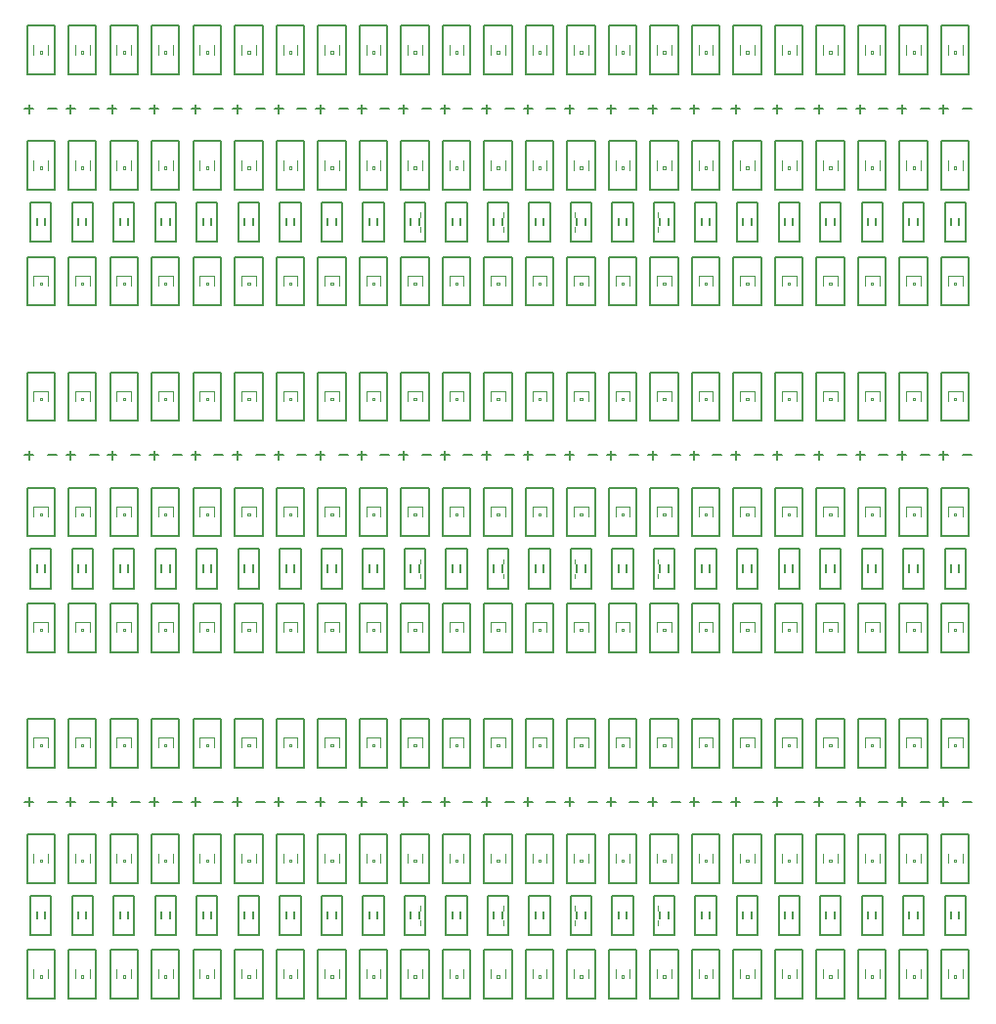
<source format=gto>
%FSLAX34Y34*%
G04 Gerber Fmt 3.4, Leading zero omitted, Abs format*
G04 (created by PCBNEW (2014-05-17 BZR 4870)-product) date Sun 18 May 2014 03:32:31 PM CEST*
%MOIN*%
G01*
G70*
G90*
G04 APERTURE LIST*
%ADD10C,0.005906*%
%ADD11C,0.007874*%
%ADD12C,0.003937*%
%ADD13R,0.059055X0.047244*%
%ADD14R,0.043300X0.039300*%
%ADD15R,0.039370X0.098425*%
%ADD16C,0.098425*%
G04 APERTURE END LIST*
G54D10*
G54D11*
X135243Y-62232D02*
X135543Y-62232D01*
X135393Y-62382D02*
X135393Y-62082D01*
X136031Y-62232D02*
X136331Y-62232D01*
X135243Y-50421D02*
X135543Y-50421D01*
X135393Y-50571D02*
X135393Y-50271D01*
X136031Y-50421D02*
X136331Y-50421D01*
X135243Y-38610D02*
X135543Y-38610D01*
X135393Y-38760D02*
X135393Y-38460D01*
X136031Y-38610D02*
X136331Y-38610D01*
X132409Y-62232D02*
X132709Y-62232D01*
X132559Y-62382D02*
X132559Y-62082D01*
X133196Y-62232D02*
X133496Y-62232D01*
X132409Y-50421D02*
X132709Y-50421D01*
X132559Y-50571D02*
X132559Y-50271D01*
X133196Y-50421D02*
X133496Y-50421D01*
X132409Y-38610D02*
X132709Y-38610D01*
X132559Y-38760D02*
X132559Y-38460D01*
X133196Y-38610D02*
X133496Y-38610D01*
X133826Y-38610D02*
X134126Y-38610D01*
X133976Y-38760D02*
X133976Y-38460D01*
X134613Y-38610D02*
X134913Y-38610D01*
X133826Y-50421D02*
X134126Y-50421D01*
X133976Y-50571D02*
X133976Y-50271D01*
X134613Y-50421D02*
X134913Y-50421D01*
X133826Y-62232D02*
X134126Y-62232D01*
X133976Y-62382D02*
X133976Y-62082D01*
X134613Y-62232D02*
X134913Y-62232D01*
X138078Y-62232D02*
X138378Y-62232D01*
X138228Y-62382D02*
X138228Y-62082D01*
X138865Y-62232D02*
X139165Y-62232D01*
X138078Y-50421D02*
X138378Y-50421D01*
X138228Y-50571D02*
X138228Y-50271D01*
X138865Y-50421D02*
X139165Y-50421D01*
X138078Y-38610D02*
X138378Y-38610D01*
X138228Y-38760D02*
X138228Y-38460D01*
X138865Y-38610D02*
X139165Y-38610D01*
X136661Y-38610D02*
X136961Y-38610D01*
X136811Y-38760D02*
X136811Y-38460D01*
X137448Y-38610D02*
X137748Y-38610D01*
X136661Y-50421D02*
X136961Y-50421D01*
X136811Y-50571D02*
X136811Y-50271D01*
X137448Y-50421D02*
X137748Y-50421D01*
X136661Y-62232D02*
X136961Y-62232D01*
X136811Y-62382D02*
X136811Y-62082D01*
X137448Y-62232D02*
X137748Y-62232D01*
X139495Y-38610D02*
X139795Y-38610D01*
X139645Y-38760D02*
X139645Y-38460D01*
X140283Y-38610D02*
X140583Y-38610D01*
X139495Y-50421D02*
X139795Y-50421D01*
X139645Y-50571D02*
X139645Y-50271D01*
X140283Y-50421D02*
X140583Y-50421D01*
X139495Y-62232D02*
X139795Y-62232D01*
X139645Y-62382D02*
X139645Y-62082D01*
X140283Y-62232D02*
X140583Y-62232D01*
X143747Y-62232D02*
X144047Y-62232D01*
X143897Y-62382D02*
X143897Y-62082D01*
X144535Y-62232D02*
X144835Y-62232D01*
X143747Y-50421D02*
X144047Y-50421D01*
X143897Y-50571D02*
X143897Y-50271D01*
X144535Y-50421D02*
X144835Y-50421D01*
X143747Y-38610D02*
X144047Y-38610D01*
X143897Y-38760D02*
X143897Y-38460D01*
X144535Y-38610D02*
X144835Y-38610D01*
X140913Y-62232D02*
X141212Y-62232D01*
X141062Y-62382D02*
X141062Y-62082D01*
X141700Y-62232D02*
X142000Y-62232D01*
X140913Y-50421D02*
X141212Y-50421D01*
X141062Y-50571D02*
X141062Y-50271D01*
X141700Y-50421D02*
X142000Y-50421D01*
X140913Y-38610D02*
X141212Y-38610D01*
X141062Y-38760D02*
X141062Y-38460D01*
X141700Y-38610D02*
X142000Y-38610D01*
X142330Y-38610D02*
X142630Y-38610D01*
X142480Y-38760D02*
X142480Y-38460D01*
X143117Y-38610D02*
X143417Y-38610D01*
X142330Y-50421D02*
X142630Y-50421D01*
X142480Y-50571D02*
X142480Y-50271D01*
X143117Y-50421D02*
X143417Y-50421D01*
X142330Y-62232D02*
X142630Y-62232D01*
X142480Y-62382D02*
X142480Y-62082D01*
X143117Y-62232D02*
X143417Y-62232D01*
X145164Y-38610D02*
X145464Y-38610D01*
X145314Y-38760D02*
X145314Y-38460D01*
X145952Y-38610D02*
X146252Y-38610D01*
X145164Y-50421D02*
X145464Y-50421D01*
X145314Y-50571D02*
X145314Y-50271D01*
X145952Y-50421D02*
X146252Y-50421D01*
X145164Y-62232D02*
X145464Y-62232D01*
X145314Y-62382D02*
X145314Y-62082D01*
X145952Y-62232D02*
X146252Y-62232D01*
X130991Y-62232D02*
X131291Y-62232D01*
X131141Y-62382D02*
X131141Y-62082D01*
X131779Y-62232D02*
X132079Y-62232D01*
X130991Y-50421D02*
X131291Y-50421D01*
X131141Y-50571D02*
X131141Y-50271D01*
X131779Y-50421D02*
X132079Y-50421D01*
X130991Y-38610D02*
X131291Y-38610D01*
X131141Y-38760D02*
X131141Y-38460D01*
X131779Y-38610D02*
X132079Y-38610D01*
X128157Y-62232D02*
X128457Y-62232D01*
X128307Y-62382D02*
X128307Y-62082D01*
X128944Y-62232D02*
X129244Y-62232D01*
X128157Y-50421D02*
X128457Y-50421D01*
X128307Y-50571D02*
X128307Y-50271D01*
X128944Y-50421D02*
X129244Y-50421D01*
X128157Y-38610D02*
X128457Y-38610D01*
X128307Y-38760D02*
X128307Y-38460D01*
X128944Y-38610D02*
X129244Y-38610D01*
X126739Y-38610D02*
X127039Y-38610D01*
X126889Y-38760D02*
X126889Y-38460D01*
X127527Y-38610D02*
X127827Y-38610D01*
X126739Y-50421D02*
X127039Y-50421D01*
X126889Y-50571D02*
X126889Y-50271D01*
X127527Y-50421D02*
X127827Y-50421D01*
X126739Y-62232D02*
X127039Y-62232D01*
X126889Y-62382D02*
X126889Y-62082D01*
X127527Y-62232D02*
X127827Y-62232D01*
X129574Y-38610D02*
X129874Y-38610D01*
X129724Y-38760D02*
X129724Y-38460D01*
X130361Y-38610D02*
X130661Y-38610D01*
X129574Y-50421D02*
X129874Y-50421D01*
X129724Y-50571D02*
X129724Y-50271D01*
X130361Y-50421D02*
X130661Y-50421D01*
X129574Y-62232D02*
X129874Y-62232D01*
X129724Y-62382D02*
X129724Y-62082D01*
X130361Y-62232D02*
X130661Y-62232D01*
X125322Y-62232D02*
X125622Y-62232D01*
X125472Y-62382D02*
X125472Y-62082D01*
X126109Y-62232D02*
X126409Y-62232D01*
X125322Y-50421D02*
X125622Y-50421D01*
X125472Y-50571D02*
X125472Y-50271D01*
X126109Y-50421D02*
X126409Y-50421D01*
X125322Y-38610D02*
X125622Y-38610D01*
X125472Y-38760D02*
X125472Y-38460D01*
X126109Y-38610D02*
X126409Y-38610D01*
X122487Y-62232D02*
X122787Y-62232D01*
X122637Y-62382D02*
X122637Y-62082D01*
X123275Y-62232D02*
X123575Y-62232D01*
X122487Y-50421D02*
X122787Y-50421D01*
X122637Y-50571D02*
X122637Y-50271D01*
X123275Y-50421D02*
X123575Y-50421D01*
X122487Y-38610D02*
X122787Y-38610D01*
X122637Y-38760D02*
X122637Y-38460D01*
X123275Y-38610D02*
X123575Y-38610D01*
X123905Y-38610D02*
X124205Y-38610D01*
X124055Y-38760D02*
X124055Y-38460D01*
X124692Y-38610D02*
X124992Y-38610D01*
X123905Y-50421D02*
X124205Y-50421D01*
X124055Y-50571D02*
X124055Y-50271D01*
X124692Y-50421D02*
X124992Y-50421D01*
X123905Y-62232D02*
X124205Y-62232D01*
X124055Y-62382D02*
X124055Y-62082D01*
X124692Y-62232D02*
X124992Y-62232D01*
X119653Y-62232D02*
X119953Y-62232D01*
X119803Y-62382D02*
X119803Y-62082D01*
X120440Y-62232D02*
X120740Y-62232D01*
X119653Y-50421D02*
X119953Y-50421D01*
X119803Y-50571D02*
X119803Y-50271D01*
X120440Y-50421D02*
X120740Y-50421D01*
X119653Y-38610D02*
X119953Y-38610D01*
X119803Y-38760D02*
X119803Y-38460D01*
X120440Y-38610D02*
X120740Y-38610D01*
X118235Y-38610D02*
X118535Y-38610D01*
X118385Y-38760D02*
X118385Y-38460D01*
X119023Y-38610D02*
X119323Y-38610D01*
X118235Y-50421D02*
X118535Y-50421D01*
X118385Y-50571D02*
X118385Y-50271D01*
X119023Y-50421D02*
X119323Y-50421D01*
X118235Y-62232D02*
X118535Y-62232D01*
X118385Y-62382D02*
X118385Y-62082D01*
X119023Y-62232D02*
X119323Y-62232D01*
X121070Y-38610D02*
X121370Y-38610D01*
X121220Y-38760D02*
X121220Y-38460D01*
X121857Y-38610D02*
X122157Y-38610D01*
X121070Y-50421D02*
X121370Y-50421D01*
X121220Y-50571D02*
X121220Y-50271D01*
X121857Y-50421D02*
X122157Y-50421D01*
X121070Y-62232D02*
X121370Y-62232D01*
X121220Y-62382D02*
X121220Y-62082D01*
X121857Y-62232D02*
X122157Y-62232D01*
X116818Y-62232D02*
X117118Y-62232D01*
X116968Y-62382D02*
X116968Y-62082D01*
X117605Y-62232D02*
X117905Y-62232D01*
X116818Y-50421D02*
X117118Y-50421D01*
X116968Y-50571D02*
X116968Y-50271D01*
X117605Y-50421D02*
X117905Y-50421D01*
X116818Y-38610D02*
X117118Y-38610D01*
X116968Y-38760D02*
X116968Y-38460D01*
X117605Y-38610D02*
X117905Y-38610D01*
X113983Y-62232D02*
X114283Y-62232D01*
X114133Y-62382D02*
X114133Y-62082D01*
X114771Y-62232D02*
X115071Y-62232D01*
X113983Y-50421D02*
X114283Y-50421D01*
X114133Y-50571D02*
X114133Y-50271D01*
X114771Y-50421D02*
X115071Y-50421D01*
X113983Y-38610D02*
X114283Y-38610D01*
X114133Y-38760D02*
X114133Y-38460D01*
X114771Y-38610D02*
X115071Y-38610D01*
X115401Y-38610D02*
X115701Y-38610D01*
X115551Y-38760D02*
X115551Y-38460D01*
X116188Y-38610D02*
X116488Y-38610D01*
X115401Y-50421D02*
X115701Y-50421D01*
X115551Y-50571D02*
X115551Y-50271D01*
X116188Y-50421D02*
X116488Y-50421D01*
X115401Y-62232D02*
X115701Y-62232D01*
X115551Y-62382D02*
X115551Y-62082D01*
X116188Y-62232D02*
X116488Y-62232D01*
X136259Y-67283D02*
X136259Y-68937D01*
X136259Y-68937D02*
X135314Y-68937D01*
X135314Y-68937D02*
X135314Y-67283D01*
X135314Y-67283D02*
X136259Y-67283D01*
G54D12*
X135541Y-67913D02*
X135541Y-68307D01*
X136033Y-67913D02*
X136033Y-68307D01*
X136033Y-68307D02*
X136033Y-68503D01*
X135541Y-68503D02*
X135541Y-68307D01*
X136033Y-67716D02*
X136033Y-67913D01*
X135541Y-67716D02*
X135541Y-67913D01*
X136033Y-67913D02*
X135541Y-67913D01*
X135541Y-68307D02*
X136033Y-68307D01*
X136033Y-68503D02*
X135925Y-68503D01*
X135649Y-68503D02*
X135541Y-68503D01*
X135541Y-67716D02*
X135649Y-67716D01*
X136033Y-67716D02*
X135925Y-67716D01*
X135826Y-68149D02*
X135748Y-68149D01*
X135748Y-68149D02*
X135748Y-68227D01*
X135826Y-68227D02*
X135748Y-68227D01*
X135826Y-68149D02*
X135826Y-68227D01*
X135924Y-68503D02*
G75*
G03X135650Y-68503I-137J0D01*
G74*
G01*
X135650Y-67717D02*
G75*
G03X135924Y-67717I137J0D01*
G74*
G01*
G54D11*
X136141Y-65433D02*
X136141Y-66771D01*
X136141Y-66771D02*
X135433Y-66771D01*
X135433Y-66771D02*
X135433Y-65433D01*
X135433Y-65433D02*
X136141Y-65433D01*
X135617Y-66272D02*
X135617Y-66432D01*
X135617Y-66432D02*
X135957Y-66432D01*
X135957Y-66272D02*
X135957Y-66432D01*
X135617Y-66272D02*
X135957Y-66272D01*
X135617Y-65772D02*
X135617Y-65932D01*
X135617Y-65932D02*
X135957Y-65932D01*
X135957Y-65772D02*
X135957Y-65932D01*
X135617Y-65772D02*
X135957Y-65772D01*
X135647Y-65932D02*
X135647Y-66272D01*
X135927Y-66272D02*
X135927Y-65932D01*
X136259Y-63346D02*
X136259Y-65000D01*
X136259Y-65000D02*
X135314Y-65000D01*
X135314Y-65000D02*
X135314Y-63346D01*
X135314Y-63346D02*
X136259Y-63346D01*
G54D12*
X135541Y-63976D02*
X135541Y-64370D01*
X136033Y-63976D02*
X136033Y-64370D01*
X136033Y-64370D02*
X136033Y-64566D01*
X135541Y-64566D02*
X135541Y-64370D01*
X136033Y-63779D02*
X136033Y-63976D01*
X135541Y-63779D02*
X135541Y-63976D01*
X136033Y-63976D02*
X135541Y-63976D01*
X135541Y-64370D02*
X136033Y-64370D01*
X136033Y-64566D02*
X135925Y-64566D01*
X135649Y-64566D02*
X135541Y-64566D01*
X135541Y-63779D02*
X135649Y-63779D01*
X136033Y-63779D02*
X135925Y-63779D01*
X135826Y-64212D02*
X135748Y-64212D01*
X135748Y-64212D02*
X135748Y-64290D01*
X135826Y-64290D02*
X135748Y-64290D01*
X135826Y-64212D02*
X135826Y-64290D01*
X135924Y-64566D02*
G75*
G03X135650Y-64566I-137J0D01*
G74*
G01*
X135650Y-63780D02*
G75*
G03X135924Y-63780I137J0D01*
G74*
G01*
G54D11*
X136259Y-59409D02*
X136259Y-61062D01*
X136259Y-61062D02*
X135314Y-61062D01*
X135314Y-61062D02*
X135314Y-59409D01*
X135314Y-59409D02*
X136259Y-59409D01*
G54D12*
X135541Y-60039D02*
X135541Y-60433D01*
X136033Y-60039D02*
X136033Y-60433D01*
X136033Y-60433D02*
X136033Y-60629D01*
X135541Y-60629D02*
X135541Y-60433D01*
X136033Y-59842D02*
X136033Y-60039D01*
X135541Y-59842D02*
X135541Y-60039D01*
X136033Y-60039D02*
X135541Y-60039D01*
X135541Y-60433D02*
X136033Y-60433D01*
X136033Y-60629D02*
X135925Y-60629D01*
X135649Y-60629D02*
X135541Y-60629D01*
X135541Y-59842D02*
X135649Y-59842D01*
X136033Y-59842D02*
X135925Y-59842D01*
X135826Y-60275D02*
X135748Y-60275D01*
X135748Y-60275D02*
X135748Y-60353D01*
X135826Y-60353D02*
X135748Y-60353D01*
X135826Y-60275D02*
X135826Y-60353D01*
X135924Y-60629D02*
G75*
G03X135650Y-60629I-137J0D01*
G74*
G01*
X135650Y-59843D02*
G75*
G03X135924Y-59843I137J0D01*
G74*
G01*
G54D11*
X136259Y-55472D02*
X136259Y-57125D01*
X136259Y-57125D02*
X135314Y-57125D01*
X135314Y-57125D02*
X135314Y-55472D01*
X135314Y-55472D02*
X136259Y-55472D01*
G54D12*
X135541Y-56102D02*
X135541Y-56496D01*
X136033Y-56102D02*
X136033Y-56496D01*
X136033Y-56496D02*
X136033Y-56692D01*
X135541Y-56692D02*
X135541Y-56496D01*
X136033Y-55905D02*
X136033Y-56102D01*
X135541Y-55905D02*
X135541Y-56102D01*
X136033Y-56102D02*
X135541Y-56102D01*
X135541Y-56496D02*
X136033Y-56496D01*
X136033Y-56692D02*
X135925Y-56692D01*
X135649Y-56692D02*
X135541Y-56692D01*
X135541Y-55905D02*
X135649Y-55905D01*
X136033Y-55905D02*
X135925Y-55905D01*
X135826Y-56338D02*
X135748Y-56338D01*
X135748Y-56338D02*
X135748Y-56416D01*
X135826Y-56416D02*
X135748Y-56416D01*
X135826Y-56338D02*
X135826Y-56416D01*
X135924Y-56692D02*
G75*
G03X135650Y-56692I-137J0D01*
G74*
G01*
X135650Y-55906D02*
G75*
G03X135924Y-55906I137J0D01*
G74*
G01*
G54D11*
X136141Y-53622D02*
X136141Y-54960D01*
X136141Y-54960D02*
X135433Y-54960D01*
X135433Y-54960D02*
X135433Y-53622D01*
X135433Y-53622D02*
X136141Y-53622D01*
X135617Y-54461D02*
X135617Y-54621D01*
X135617Y-54621D02*
X135957Y-54621D01*
X135957Y-54461D02*
X135957Y-54621D01*
X135617Y-54461D02*
X135957Y-54461D01*
X135617Y-53961D02*
X135617Y-54121D01*
X135617Y-54121D02*
X135957Y-54121D01*
X135957Y-53961D02*
X135957Y-54121D01*
X135617Y-53961D02*
X135957Y-53961D01*
X135647Y-54121D02*
X135647Y-54461D01*
X135927Y-54461D02*
X135927Y-54121D01*
X136259Y-51535D02*
X136259Y-53188D01*
X136259Y-53188D02*
X135314Y-53188D01*
X135314Y-53188D02*
X135314Y-51535D01*
X135314Y-51535D02*
X136259Y-51535D01*
G54D12*
X135541Y-52165D02*
X135541Y-52559D01*
X136033Y-52165D02*
X136033Y-52559D01*
X136033Y-52559D02*
X136033Y-52755D01*
X135541Y-52755D02*
X135541Y-52559D01*
X136033Y-51968D02*
X136033Y-52165D01*
X135541Y-51968D02*
X135541Y-52165D01*
X136033Y-52165D02*
X135541Y-52165D01*
X135541Y-52559D02*
X136033Y-52559D01*
X136033Y-52755D02*
X135925Y-52755D01*
X135649Y-52755D02*
X135541Y-52755D01*
X135541Y-51968D02*
X135649Y-51968D01*
X136033Y-51968D02*
X135925Y-51968D01*
X135826Y-52401D02*
X135748Y-52401D01*
X135748Y-52401D02*
X135748Y-52479D01*
X135826Y-52479D02*
X135748Y-52479D01*
X135826Y-52401D02*
X135826Y-52479D01*
X135924Y-52755D02*
G75*
G03X135650Y-52755I-137J0D01*
G74*
G01*
X135650Y-51969D02*
G75*
G03X135924Y-51969I137J0D01*
G74*
G01*
G54D11*
X136259Y-47598D02*
X136259Y-49251D01*
X136259Y-49251D02*
X135314Y-49251D01*
X135314Y-49251D02*
X135314Y-47598D01*
X135314Y-47598D02*
X136259Y-47598D01*
G54D12*
X135541Y-48228D02*
X135541Y-48622D01*
X136033Y-48228D02*
X136033Y-48622D01*
X136033Y-48622D02*
X136033Y-48818D01*
X135541Y-48818D02*
X135541Y-48622D01*
X136033Y-48031D02*
X136033Y-48228D01*
X135541Y-48031D02*
X135541Y-48228D01*
X136033Y-48228D02*
X135541Y-48228D01*
X135541Y-48622D02*
X136033Y-48622D01*
X136033Y-48818D02*
X135925Y-48818D01*
X135649Y-48818D02*
X135541Y-48818D01*
X135541Y-48031D02*
X135649Y-48031D01*
X136033Y-48031D02*
X135925Y-48031D01*
X135826Y-48464D02*
X135748Y-48464D01*
X135748Y-48464D02*
X135748Y-48542D01*
X135826Y-48542D02*
X135748Y-48542D01*
X135826Y-48464D02*
X135826Y-48542D01*
X135924Y-48818D02*
G75*
G03X135650Y-48818I-137J0D01*
G74*
G01*
X135650Y-48032D02*
G75*
G03X135924Y-48032I137J0D01*
G74*
G01*
G54D11*
X136141Y-41811D02*
X136141Y-43149D01*
X136141Y-43149D02*
X135433Y-43149D01*
X135433Y-43149D02*
X135433Y-41811D01*
X135433Y-41811D02*
X136141Y-41811D01*
X135617Y-42650D02*
X135617Y-42810D01*
X135617Y-42810D02*
X135957Y-42810D01*
X135957Y-42650D02*
X135957Y-42810D01*
X135617Y-42650D02*
X135957Y-42650D01*
X135617Y-42150D02*
X135617Y-42310D01*
X135617Y-42310D02*
X135957Y-42310D01*
X135957Y-42150D02*
X135957Y-42310D01*
X135617Y-42150D02*
X135957Y-42150D01*
X135647Y-42310D02*
X135647Y-42650D01*
X135927Y-42650D02*
X135927Y-42310D01*
X136259Y-43661D02*
X136259Y-45314D01*
X136259Y-45314D02*
X135314Y-45314D01*
X135314Y-45314D02*
X135314Y-43661D01*
X135314Y-43661D02*
X136259Y-43661D01*
G54D12*
X135541Y-44291D02*
X135541Y-44685D01*
X136033Y-44291D02*
X136033Y-44685D01*
X136033Y-44685D02*
X136033Y-44881D01*
X135541Y-44881D02*
X135541Y-44685D01*
X136033Y-44094D02*
X136033Y-44291D01*
X135541Y-44094D02*
X135541Y-44291D01*
X136033Y-44291D02*
X135541Y-44291D01*
X135541Y-44685D02*
X136033Y-44685D01*
X136033Y-44881D02*
X135925Y-44881D01*
X135649Y-44881D02*
X135541Y-44881D01*
X135541Y-44094D02*
X135649Y-44094D01*
X136033Y-44094D02*
X135925Y-44094D01*
X135826Y-44527D02*
X135748Y-44527D01*
X135748Y-44527D02*
X135748Y-44605D01*
X135826Y-44605D02*
X135748Y-44605D01*
X135826Y-44527D02*
X135826Y-44605D01*
X135924Y-44881D02*
G75*
G03X135650Y-44881I-137J0D01*
G74*
G01*
X135650Y-44095D02*
G75*
G03X135924Y-44095I137J0D01*
G74*
G01*
G54D11*
X136259Y-39724D02*
X136259Y-41377D01*
X136259Y-41377D02*
X135314Y-41377D01*
X135314Y-41377D02*
X135314Y-39724D01*
X135314Y-39724D02*
X136259Y-39724D01*
G54D12*
X135541Y-40354D02*
X135541Y-40748D01*
X136033Y-40354D02*
X136033Y-40748D01*
X136033Y-40748D02*
X136033Y-40944D01*
X135541Y-40944D02*
X135541Y-40748D01*
X136033Y-40157D02*
X136033Y-40354D01*
X135541Y-40157D02*
X135541Y-40354D01*
X136033Y-40354D02*
X135541Y-40354D01*
X135541Y-40748D02*
X136033Y-40748D01*
X136033Y-40944D02*
X135925Y-40944D01*
X135649Y-40944D02*
X135541Y-40944D01*
X135541Y-40157D02*
X135649Y-40157D01*
X136033Y-40157D02*
X135925Y-40157D01*
X135826Y-40590D02*
X135748Y-40590D01*
X135748Y-40590D02*
X135748Y-40668D01*
X135826Y-40668D02*
X135748Y-40668D01*
X135826Y-40590D02*
X135826Y-40668D01*
X135924Y-40944D02*
G75*
G03X135650Y-40944I-137J0D01*
G74*
G01*
X135650Y-40158D02*
G75*
G03X135924Y-40158I137J0D01*
G74*
G01*
G54D11*
X136259Y-35787D02*
X136259Y-37440D01*
X136259Y-37440D02*
X135314Y-37440D01*
X135314Y-37440D02*
X135314Y-35787D01*
X135314Y-35787D02*
X136259Y-35787D01*
G54D12*
X135541Y-36417D02*
X135541Y-36811D01*
X136033Y-36417D02*
X136033Y-36811D01*
X136033Y-36811D02*
X136033Y-37007D01*
X135541Y-37007D02*
X135541Y-36811D01*
X136033Y-36220D02*
X136033Y-36417D01*
X135541Y-36220D02*
X135541Y-36417D01*
X136033Y-36417D02*
X135541Y-36417D01*
X135541Y-36811D02*
X136033Y-36811D01*
X136033Y-37007D02*
X135925Y-37007D01*
X135649Y-37007D02*
X135541Y-37007D01*
X135541Y-36220D02*
X135649Y-36220D01*
X136033Y-36220D02*
X135925Y-36220D01*
X135826Y-36653D02*
X135748Y-36653D01*
X135748Y-36653D02*
X135748Y-36731D01*
X135826Y-36731D02*
X135748Y-36731D01*
X135826Y-36653D02*
X135826Y-36731D01*
X135924Y-37007D02*
G75*
G03X135650Y-37007I-137J0D01*
G74*
G01*
X135650Y-36221D02*
G75*
G03X135924Y-36221I137J0D01*
G74*
G01*
G54D11*
X133425Y-67283D02*
X133425Y-68937D01*
X133425Y-68937D02*
X132480Y-68937D01*
X132480Y-68937D02*
X132480Y-67283D01*
X132480Y-67283D02*
X133425Y-67283D01*
G54D12*
X132706Y-67913D02*
X132706Y-68307D01*
X133198Y-67913D02*
X133198Y-68307D01*
X133198Y-68307D02*
X133198Y-68503D01*
X132706Y-68503D02*
X132706Y-68307D01*
X133198Y-67716D02*
X133198Y-67913D01*
X132706Y-67716D02*
X132706Y-67913D01*
X133198Y-67913D02*
X132706Y-67913D01*
X132706Y-68307D02*
X133198Y-68307D01*
X133198Y-68503D02*
X133090Y-68503D01*
X132814Y-68503D02*
X132706Y-68503D01*
X132706Y-67716D02*
X132814Y-67716D01*
X133198Y-67716D02*
X133090Y-67716D01*
X132991Y-68149D02*
X132913Y-68149D01*
X132913Y-68149D02*
X132913Y-68227D01*
X132991Y-68227D02*
X132913Y-68227D01*
X132991Y-68149D02*
X132991Y-68227D01*
X133089Y-68503D02*
G75*
G03X132815Y-68503I-137J0D01*
G74*
G01*
X132815Y-67717D02*
G75*
G03X133089Y-67717I137J0D01*
G74*
G01*
G54D11*
X133307Y-65433D02*
X133307Y-66771D01*
X133307Y-66771D02*
X132598Y-66771D01*
X132598Y-66771D02*
X132598Y-65433D01*
X132598Y-65433D02*
X133307Y-65433D01*
X132782Y-66272D02*
X132782Y-66432D01*
X132782Y-66432D02*
X133122Y-66432D01*
X133122Y-66272D02*
X133122Y-66432D01*
X132782Y-66272D02*
X133122Y-66272D01*
X132782Y-65772D02*
X132782Y-65932D01*
X132782Y-65932D02*
X133122Y-65932D01*
X133122Y-65772D02*
X133122Y-65932D01*
X132782Y-65772D02*
X133122Y-65772D01*
X132812Y-65932D02*
X132812Y-66272D01*
X133092Y-66272D02*
X133092Y-65932D01*
X133425Y-63346D02*
X133425Y-65000D01*
X133425Y-65000D02*
X132480Y-65000D01*
X132480Y-65000D02*
X132480Y-63346D01*
X132480Y-63346D02*
X133425Y-63346D01*
G54D12*
X132706Y-63976D02*
X132706Y-64370D01*
X133198Y-63976D02*
X133198Y-64370D01*
X133198Y-64370D02*
X133198Y-64566D01*
X132706Y-64566D02*
X132706Y-64370D01*
X133198Y-63779D02*
X133198Y-63976D01*
X132706Y-63779D02*
X132706Y-63976D01*
X133198Y-63976D02*
X132706Y-63976D01*
X132706Y-64370D02*
X133198Y-64370D01*
X133198Y-64566D02*
X133090Y-64566D01*
X132814Y-64566D02*
X132706Y-64566D01*
X132706Y-63779D02*
X132814Y-63779D01*
X133198Y-63779D02*
X133090Y-63779D01*
X132991Y-64212D02*
X132913Y-64212D01*
X132913Y-64212D02*
X132913Y-64290D01*
X132991Y-64290D02*
X132913Y-64290D01*
X132991Y-64212D02*
X132991Y-64290D01*
X133089Y-64566D02*
G75*
G03X132815Y-64566I-137J0D01*
G74*
G01*
X132815Y-63780D02*
G75*
G03X133089Y-63780I137J0D01*
G74*
G01*
G54D11*
X133425Y-59409D02*
X133425Y-61062D01*
X133425Y-61062D02*
X132480Y-61062D01*
X132480Y-61062D02*
X132480Y-59409D01*
X132480Y-59409D02*
X133425Y-59409D01*
G54D12*
X132706Y-60039D02*
X132706Y-60433D01*
X133198Y-60039D02*
X133198Y-60433D01*
X133198Y-60433D02*
X133198Y-60629D01*
X132706Y-60629D02*
X132706Y-60433D01*
X133198Y-59842D02*
X133198Y-60039D01*
X132706Y-59842D02*
X132706Y-60039D01*
X133198Y-60039D02*
X132706Y-60039D01*
X132706Y-60433D02*
X133198Y-60433D01*
X133198Y-60629D02*
X133090Y-60629D01*
X132814Y-60629D02*
X132706Y-60629D01*
X132706Y-59842D02*
X132814Y-59842D01*
X133198Y-59842D02*
X133090Y-59842D01*
X132991Y-60275D02*
X132913Y-60275D01*
X132913Y-60275D02*
X132913Y-60353D01*
X132991Y-60353D02*
X132913Y-60353D01*
X132991Y-60275D02*
X132991Y-60353D01*
X133089Y-60629D02*
G75*
G03X132815Y-60629I-137J0D01*
G74*
G01*
X132815Y-59843D02*
G75*
G03X133089Y-59843I137J0D01*
G74*
G01*
G54D11*
X133425Y-55472D02*
X133425Y-57125D01*
X133425Y-57125D02*
X132480Y-57125D01*
X132480Y-57125D02*
X132480Y-55472D01*
X132480Y-55472D02*
X133425Y-55472D01*
G54D12*
X132706Y-56102D02*
X132706Y-56496D01*
X133198Y-56102D02*
X133198Y-56496D01*
X133198Y-56496D02*
X133198Y-56692D01*
X132706Y-56692D02*
X132706Y-56496D01*
X133198Y-55905D02*
X133198Y-56102D01*
X132706Y-55905D02*
X132706Y-56102D01*
X133198Y-56102D02*
X132706Y-56102D01*
X132706Y-56496D02*
X133198Y-56496D01*
X133198Y-56692D02*
X133090Y-56692D01*
X132814Y-56692D02*
X132706Y-56692D01*
X132706Y-55905D02*
X132814Y-55905D01*
X133198Y-55905D02*
X133090Y-55905D01*
X132991Y-56338D02*
X132913Y-56338D01*
X132913Y-56338D02*
X132913Y-56416D01*
X132991Y-56416D02*
X132913Y-56416D01*
X132991Y-56338D02*
X132991Y-56416D01*
X133089Y-56692D02*
G75*
G03X132815Y-56692I-137J0D01*
G74*
G01*
X132815Y-55906D02*
G75*
G03X133089Y-55906I137J0D01*
G74*
G01*
G54D11*
X133307Y-53622D02*
X133307Y-54960D01*
X133307Y-54960D02*
X132598Y-54960D01*
X132598Y-54960D02*
X132598Y-53622D01*
X132598Y-53622D02*
X133307Y-53622D01*
X132782Y-54461D02*
X132782Y-54621D01*
X132782Y-54621D02*
X133122Y-54621D01*
X133122Y-54461D02*
X133122Y-54621D01*
X132782Y-54461D02*
X133122Y-54461D01*
X132782Y-53961D02*
X132782Y-54121D01*
X132782Y-54121D02*
X133122Y-54121D01*
X133122Y-53961D02*
X133122Y-54121D01*
X132782Y-53961D02*
X133122Y-53961D01*
X132812Y-54121D02*
X132812Y-54461D01*
X133092Y-54461D02*
X133092Y-54121D01*
X133425Y-51535D02*
X133425Y-53188D01*
X133425Y-53188D02*
X132480Y-53188D01*
X132480Y-53188D02*
X132480Y-51535D01*
X132480Y-51535D02*
X133425Y-51535D01*
G54D12*
X132706Y-52165D02*
X132706Y-52559D01*
X133198Y-52165D02*
X133198Y-52559D01*
X133198Y-52559D02*
X133198Y-52755D01*
X132706Y-52755D02*
X132706Y-52559D01*
X133198Y-51968D02*
X133198Y-52165D01*
X132706Y-51968D02*
X132706Y-52165D01*
X133198Y-52165D02*
X132706Y-52165D01*
X132706Y-52559D02*
X133198Y-52559D01*
X133198Y-52755D02*
X133090Y-52755D01*
X132814Y-52755D02*
X132706Y-52755D01*
X132706Y-51968D02*
X132814Y-51968D01*
X133198Y-51968D02*
X133090Y-51968D01*
X132991Y-52401D02*
X132913Y-52401D01*
X132913Y-52401D02*
X132913Y-52479D01*
X132991Y-52479D02*
X132913Y-52479D01*
X132991Y-52401D02*
X132991Y-52479D01*
X133089Y-52755D02*
G75*
G03X132815Y-52755I-137J0D01*
G74*
G01*
X132815Y-51969D02*
G75*
G03X133089Y-51969I137J0D01*
G74*
G01*
G54D11*
X133425Y-47598D02*
X133425Y-49251D01*
X133425Y-49251D02*
X132480Y-49251D01*
X132480Y-49251D02*
X132480Y-47598D01*
X132480Y-47598D02*
X133425Y-47598D01*
G54D12*
X132706Y-48228D02*
X132706Y-48622D01*
X133198Y-48228D02*
X133198Y-48622D01*
X133198Y-48622D02*
X133198Y-48818D01*
X132706Y-48818D02*
X132706Y-48622D01*
X133198Y-48031D02*
X133198Y-48228D01*
X132706Y-48031D02*
X132706Y-48228D01*
X133198Y-48228D02*
X132706Y-48228D01*
X132706Y-48622D02*
X133198Y-48622D01*
X133198Y-48818D02*
X133090Y-48818D01*
X132814Y-48818D02*
X132706Y-48818D01*
X132706Y-48031D02*
X132814Y-48031D01*
X133198Y-48031D02*
X133090Y-48031D01*
X132991Y-48464D02*
X132913Y-48464D01*
X132913Y-48464D02*
X132913Y-48542D01*
X132991Y-48542D02*
X132913Y-48542D01*
X132991Y-48464D02*
X132991Y-48542D01*
X133089Y-48818D02*
G75*
G03X132815Y-48818I-137J0D01*
G74*
G01*
X132815Y-48032D02*
G75*
G03X133089Y-48032I137J0D01*
G74*
G01*
G54D11*
X133307Y-41811D02*
X133307Y-43149D01*
X133307Y-43149D02*
X132598Y-43149D01*
X132598Y-43149D02*
X132598Y-41811D01*
X132598Y-41811D02*
X133307Y-41811D01*
X132782Y-42650D02*
X132782Y-42810D01*
X132782Y-42810D02*
X133122Y-42810D01*
X133122Y-42650D02*
X133122Y-42810D01*
X132782Y-42650D02*
X133122Y-42650D01*
X132782Y-42150D02*
X132782Y-42310D01*
X132782Y-42310D02*
X133122Y-42310D01*
X133122Y-42150D02*
X133122Y-42310D01*
X132782Y-42150D02*
X133122Y-42150D01*
X132812Y-42310D02*
X132812Y-42650D01*
X133092Y-42650D02*
X133092Y-42310D01*
X133425Y-43661D02*
X133425Y-45314D01*
X133425Y-45314D02*
X132480Y-45314D01*
X132480Y-45314D02*
X132480Y-43661D01*
X132480Y-43661D02*
X133425Y-43661D01*
G54D12*
X132706Y-44291D02*
X132706Y-44685D01*
X133198Y-44291D02*
X133198Y-44685D01*
X133198Y-44685D02*
X133198Y-44881D01*
X132706Y-44881D02*
X132706Y-44685D01*
X133198Y-44094D02*
X133198Y-44291D01*
X132706Y-44094D02*
X132706Y-44291D01*
X133198Y-44291D02*
X132706Y-44291D01*
X132706Y-44685D02*
X133198Y-44685D01*
X133198Y-44881D02*
X133090Y-44881D01*
X132814Y-44881D02*
X132706Y-44881D01*
X132706Y-44094D02*
X132814Y-44094D01*
X133198Y-44094D02*
X133090Y-44094D01*
X132991Y-44527D02*
X132913Y-44527D01*
X132913Y-44527D02*
X132913Y-44605D01*
X132991Y-44605D02*
X132913Y-44605D01*
X132991Y-44527D02*
X132991Y-44605D01*
X133089Y-44881D02*
G75*
G03X132815Y-44881I-137J0D01*
G74*
G01*
X132815Y-44095D02*
G75*
G03X133089Y-44095I137J0D01*
G74*
G01*
G54D11*
X133425Y-39724D02*
X133425Y-41377D01*
X133425Y-41377D02*
X132480Y-41377D01*
X132480Y-41377D02*
X132480Y-39724D01*
X132480Y-39724D02*
X133425Y-39724D01*
G54D12*
X132706Y-40354D02*
X132706Y-40748D01*
X133198Y-40354D02*
X133198Y-40748D01*
X133198Y-40748D02*
X133198Y-40944D01*
X132706Y-40944D02*
X132706Y-40748D01*
X133198Y-40157D02*
X133198Y-40354D01*
X132706Y-40157D02*
X132706Y-40354D01*
X133198Y-40354D02*
X132706Y-40354D01*
X132706Y-40748D02*
X133198Y-40748D01*
X133198Y-40944D02*
X133090Y-40944D01*
X132814Y-40944D02*
X132706Y-40944D01*
X132706Y-40157D02*
X132814Y-40157D01*
X133198Y-40157D02*
X133090Y-40157D01*
X132991Y-40590D02*
X132913Y-40590D01*
X132913Y-40590D02*
X132913Y-40668D01*
X132991Y-40668D02*
X132913Y-40668D01*
X132991Y-40590D02*
X132991Y-40668D01*
X133089Y-40944D02*
G75*
G03X132815Y-40944I-137J0D01*
G74*
G01*
X132815Y-40158D02*
G75*
G03X133089Y-40158I137J0D01*
G74*
G01*
G54D11*
X133425Y-35787D02*
X133425Y-37440D01*
X133425Y-37440D02*
X132480Y-37440D01*
X132480Y-37440D02*
X132480Y-35787D01*
X132480Y-35787D02*
X133425Y-35787D01*
G54D12*
X132706Y-36417D02*
X132706Y-36811D01*
X133198Y-36417D02*
X133198Y-36811D01*
X133198Y-36811D02*
X133198Y-37007D01*
X132706Y-37007D02*
X132706Y-36811D01*
X133198Y-36220D02*
X133198Y-36417D01*
X132706Y-36220D02*
X132706Y-36417D01*
X133198Y-36417D02*
X132706Y-36417D01*
X132706Y-36811D02*
X133198Y-36811D01*
X133198Y-37007D02*
X133090Y-37007D01*
X132814Y-37007D02*
X132706Y-37007D01*
X132706Y-36220D02*
X132814Y-36220D01*
X133198Y-36220D02*
X133090Y-36220D01*
X132991Y-36653D02*
X132913Y-36653D01*
X132913Y-36653D02*
X132913Y-36731D01*
X132991Y-36731D02*
X132913Y-36731D01*
X132991Y-36653D02*
X132991Y-36731D01*
X133089Y-37007D02*
G75*
G03X132815Y-37007I-137J0D01*
G74*
G01*
X132815Y-36221D02*
G75*
G03X133089Y-36221I137J0D01*
G74*
G01*
G54D11*
X134842Y-35787D02*
X134842Y-37440D01*
X134842Y-37440D02*
X133897Y-37440D01*
X133897Y-37440D02*
X133897Y-35787D01*
X133897Y-35787D02*
X134842Y-35787D01*
G54D12*
X134124Y-36417D02*
X134124Y-36811D01*
X134616Y-36417D02*
X134616Y-36811D01*
X134616Y-36811D02*
X134616Y-37007D01*
X134124Y-37007D02*
X134124Y-36811D01*
X134616Y-36220D02*
X134616Y-36417D01*
X134124Y-36220D02*
X134124Y-36417D01*
X134616Y-36417D02*
X134124Y-36417D01*
X134124Y-36811D02*
X134616Y-36811D01*
X134616Y-37007D02*
X134507Y-37007D01*
X134232Y-37007D02*
X134124Y-37007D01*
X134124Y-36220D02*
X134232Y-36220D01*
X134616Y-36220D02*
X134507Y-36220D01*
X134409Y-36653D02*
X134331Y-36653D01*
X134331Y-36653D02*
X134331Y-36731D01*
X134409Y-36731D02*
X134331Y-36731D01*
X134409Y-36653D02*
X134409Y-36731D01*
X134507Y-37007D02*
G75*
G03X134233Y-37007I-137J0D01*
G74*
G01*
X134233Y-36221D02*
G75*
G03X134507Y-36221I137J0D01*
G74*
G01*
G54D11*
X134842Y-39724D02*
X134842Y-41377D01*
X134842Y-41377D02*
X133897Y-41377D01*
X133897Y-41377D02*
X133897Y-39724D01*
X133897Y-39724D02*
X134842Y-39724D01*
G54D12*
X134124Y-40354D02*
X134124Y-40748D01*
X134616Y-40354D02*
X134616Y-40748D01*
X134616Y-40748D02*
X134616Y-40944D01*
X134124Y-40944D02*
X134124Y-40748D01*
X134616Y-40157D02*
X134616Y-40354D01*
X134124Y-40157D02*
X134124Y-40354D01*
X134616Y-40354D02*
X134124Y-40354D01*
X134124Y-40748D02*
X134616Y-40748D01*
X134616Y-40944D02*
X134507Y-40944D01*
X134232Y-40944D02*
X134124Y-40944D01*
X134124Y-40157D02*
X134232Y-40157D01*
X134616Y-40157D02*
X134507Y-40157D01*
X134409Y-40590D02*
X134331Y-40590D01*
X134331Y-40590D02*
X134331Y-40668D01*
X134409Y-40668D02*
X134331Y-40668D01*
X134409Y-40590D02*
X134409Y-40668D01*
X134507Y-40944D02*
G75*
G03X134233Y-40944I-137J0D01*
G74*
G01*
X134233Y-40158D02*
G75*
G03X134507Y-40158I137J0D01*
G74*
G01*
G54D11*
X134842Y-43661D02*
X134842Y-45314D01*
X134842Y-45314D02*
X133897Y-45314D01*
X133897Y-45314D02*
X133897Y-43661D01*
X133897Y-43661D02*
X134842Y-43661D01*
G54D12*
X134124Y-44291D02*
X134124Y-44685D01*
X134616Y-44291D02*
X134616Y-44685D01*
X134616Y-44685D02*
X134616Y-44881D01*
X134124Y-44881D02*
X134124Y-44685D01*
X134616Y-44094D02*
X134616Y-44291D01*
X134124Y-44094D02*
X134124Y-44291D01*
X134616Y-44291D02*
X134124Y-44291D01*
X134124Y-44685D02*
X134616Y-44685D01*
X134616Y-44881D02*
X134507Y-44881D01*
X134232Y-44881D02*
X134124Y-44881D01*
X134124Y-44094D02*
X134232Y-44094D01*
X134616Y-44094D02*
X134507Y-44094D01*
X134409Y-44527D02*
X134331Y-44527D01*
X134331Y-44527D02*
X134331Y-44605D01*
X134409Y-44605D02*
X134331Y-44605D01*
X134409Y-44527D02*
X134409Y-44605D01*
X134507Y-44881D02*
G75*
G03X134233Y-44881I-137J0D01*
G74*
G01*
X134233Y-44095D02*
G75*
G03X134507Y-44095I137J0D01*
G74*
G01*
G54D11*
X134724Y-41811D02*
X134724Y-43149D01*
X134724Y-43149D02*
X134015Y-43149D01*
X134015Y-43149D02*
X134015Y-41811D01*
X134015Y-41811D02*
X134724Y-41811D01*
X134200Y-42650D02*
X134200Y-42810D01*
X134200Y-42810D02*
X134540Y-42810D01*
X134540Y-42650D02*
X134540Y-42810D01*
X134200Y-42650D02*
X134540Y-42650D01*
X134200Y-42150D02*
X134200Y-42310D01*
X134200Y-42310D02*
X134540Y-42310D01*
X134540Y-42150D02*
X134540Y-42310D01*
X134200Y-42150D02*
X134540Y-42150D01*
X134230Y-42310D02*
X134230Y-42650D01*
X134510Y-42650D02*
X134510Y-42310D01*
X134842Y-47598D02*
X134842Y-49251D01*
X134842Y-49251D02*
X133897Y-49251D01*
X133897Y-49251D02*
X133897Y-47598D01*
X133897Y-47598D02*
X134842Y-47598D01*
G54D12*
X134124Y-48228D02*
X134124Y-48622D01*
X134616Y-48228D02*
X134616Y-48622D01*
X134616Y-48622D02*
X134616Y-48818D01*
X134124Y-48818D02*
X134124Y-48622D01*
X134616Y-48031D02*
X134616Y-48228D01*
X134124Y-48031D02*
X134124Y-48228D01*
X134616Y-48228D02*
X134124Y-48228D01*
X134124Y-48622D02*
X134616Y-48622D01*
X134616Y-48818D02*
X134507Y-48818D01*
X134232Y-48818D02*
X134124Y-48818D01*
X134124Y-48031D02*
X134232Y-48031D01*
X134616Y-48031D02*
X134507Y-48031D01*
X134409Y-48464D02*
X134331Y-48464D01*
X134331Y-48464D02*
X134331Y-48542D01*
X134409Y-48542D02*
X134331Y-48542D01*
X134409Y-48464D02*
X134409Y-48542D01*
X134507Y-48818D02*
G75*
G03X134233Y-48818I-137J0D01*
G74*
G01*
X134233Y-48032D02*
G75*
G03X134507Y-48032I137J0D01*
G74*
G01*
G54D11*
X134842Y-51535D02*
X134842Y-53188D01*
X134842Y-53188D02*
X133897Y-53188D01*
X133897Y-53188D02*
X133897Y-51535D01*
X133897Y-51535D02*
X134842Y-51535D01*
G54D12*
X134124Y-52165D02*
X134124Y-52559D01*
X134616Y-52165D02*
X134616Y-52559D01*
X134616Y-52559D02*
X134616Y-52755D01*
X134124Y-52755D02*
X134124Y-52559D01*
X134616Y-51968D02*
X134616Y-52165D01*
X134124Y-51968D02*
X134124Y-52165D01*
X134616Y-52165D02*
X134124Y-52165D01*
X134124Y-52559D02*
X134616Y-52559D01*
X134616Y-52755D02*
X134507Y-52755D01*
X134232Y-52755D02*
X134124Y-52755D01*
X134124Y-51968D02*
X134232Y-51968D01*
X134616Y-51968D02*
X134507Y-51968D01*
X134409Y-52401D02*
X134331Y-52401D01*
X134331Y-52401D02*
X134331Y-52479D01*
X134409Y-52479D02*
X134331Y-52479D01*
X134409Y-52401D02*
X134409Y-52479D01*
X134507Y-52755D02*
G75*
G03X134233Y-52755I-137J0D01*
G74*
G01*
X134233Y-51969D02*
G75*
G03X134507Y-51969I137J0D01*
G74*
G01*
G54D11*
X134724Y-53622D02*
X134724Y-54960D01*
X134724Y-54960D02*
X134015Y-54960D01*
X134015Y-54960D02*
X134015Y-53622D01*
X134015Y-53622D02*
X134724Y-53622D01*
X134200Y-54461D02*
X134200Y-54621D01*
X134200Y-54621D02*
X134540Y-54621D01*
X134540Y-54461D02*
X134540Y-54621D01*
X134200Y-54461D02*
X134540Y-54461D01*
X134200Y-53961D02*
X134200Y-54121D01*
X134200Y-54121D02*
X134540Y-54121D01*
X134540Y-53961D02*
X134540Y-54121D01*
X134200Y-53961D02*
X134540Y-53961D01*
X134230Y-54121D02*
X134230Y-54461D01*
X134510Y-54461D02*
X134510Y-54121D01*
X134842Y-55472D02*
X134842Y-57125D01*
X134842Y-57125D02*
X133897Y-57125D01*
X133897Y-57125D02*
X133897Y-55472D01*
X133897Y-55472D02*
X134842Y-55472D01*
G54D12*
X134124Y-56102D02*
X134124Y-56496D01*
X134616Y-56102D02*
X134616Y-56496D01*
X134616Y-56496D02*
X134616Y-56692D01*
X134124Y-56692D02*
X134124Y-56496D01*
X134616Y-55905D02*
X134616Y-56102D01*
X134124Y-55905D02*
X134124Y-56102D01*
X134616Y-56102D02*
X134124Y-56102D01*
X134124Y-56496D02*
X134616Y-56496D01*
X134616Y-56692D02*
X134507Y-56692D01*
X134232Y-56692D02*
X134124Y-56692D01*
X134124Y-55905D02*
X134232Y-55905D01*
X134616Y-55905D02*
X134507Y-55905D01*
X134409Y-56338D02*
X134331Y-56338D01*
X134331Y-56338D02*
X134331Y-56416D01*
X134409Y-56416D02*
X134331Y-56416D01*
X134409Y-56338D02*
X134409Y-56416D01*
X134507Y-56692D02*
G75*
G03X134233Y-56692I-137J0D01*
G74*
G01*
X134233Y-55906D02*
G75*
G03X134507Y-55906I137J0D01*
G74*
G01*
G54D11*
X134842Y-59409D02*
X134842Y-61062D01*
X134842Y-61062D02*
X133897Y-61062D01*
X133897Y-61062D02*
X133897Y-59409D01*
X133897Y-59409D02*
X134842Y-59409D01*
G54D12*
X134124Y-60039D02*
X134124Y-60433D01*
X134616Y-60039D02*
X134616Y-60433D01*
X134616Y-60433D02*
X134616Y-60629D01*
X134124Y-60629D02*
X134124Y-60433D01*
X134616Y-59842D02*
X134616Y-60039D01*
X134124Y-59842D02*
X134124Y-60039D01*
X134616Y-60039D02*
X134124Y-60039D01*
X134124Y-60433D02*
X134616Y-60433D01*
X134616Y-60629D02*
X134507Y-60629D01*
X134232Y-60629D02*
X134124Y-60629D01*
X134124Y-59842D02*
X134232Y-59842D01*
X134616Y-59842D02*
X134507Y-59842D01*
X134409Y-60275D02*
X134331Y-60275D01*
X134331Y-60275D02*
X134331Y-60353D01*
X134409Y-60353D02*
X134331Y-60353D01*
X134409Y-60275D02*
X134409Y-60353D01*
X134507Y-60629D02*
G75*
G03X134233Y-60629I-137J0D01*
G74*
G01*
X134233Y-59843D02*
G75*
G03X134507Y-59843I137J0D01*
G74*
G01*
G54D11*
X134842Y-63346D02*
X134842Y-65000D01*
X134842Y-65000D02*
X133897Y-65000D01*
X133897Y-65000D02*
X133897Y-63346D01*
X133897Y-63346D02*
X134842Y-63346D01*
G54D12*
X134124Y-63976D02*
X134124Y-64370D01*
X134616Y-63976D02*
X134616Y-64370D01*
X134616Y-64370D02*
X134616Y-64566D01*
X134124Y-64566D02*
X134124Y-64370D01*
X134616Y-63779D02*
X134616Y-63976D01*
X134124Y-63779D02*
X134124Y-63976D01*
X134616Y-63976D02*
X134124Y-63976D01*
X134124Y-64370D02*
X134616Y-64370D01*
X134616Y-64566D02*
X134507Y-64566D01*
X134232Y-64566D02*
X134124Y-64566D01*
X134124Y-63779D02*
X134232Y-63779D01*
X134616Y-63779D02*
X134507Y-63779D01*
X134409Y-64212D02*
X134331Y-64212D01*
X134331Y-64212D02*
X134331Y-64290D01*
X134409Y-64290D02*
X134331Y-64290D01*
X134409Y-64212D02*
X134409Y-64290D01*
X134507Y-64566D02*
G75*
G03X134233Y-64566I-137J0D01*
G74*
G01*
X134233Y-63780D02*
G75*
G03X134507Y-63780I137J0D01*
G74*
G01*
G54D11*
X134724Y-65433D02*
X134724Y-66771D01*
X134724Y-66771D02*
X134015Y-66771D01*
X134015Y-66771D02*
X134015Y-65433D01*
X134015Y-65433D02*
X134724Y-65433D01*
X134200Y-66272D02*
X134200Y-66432D01*
X134200Y-66432D02*
X134540Y-66432D01*
X134540Y-66272D02*
X134540Y-66432D01*
X134200Y-66272D02*
X134540Y-66272D01*
X134200Y-65772D02*
X134200Y-65932D01*
X134200Y-65932D02*
X134540Y-65932D01*
X134540Y-65772D02*
X134540Y-65932D01*
X134200Y-65772D02*
X134540Y-65772D01*
X134230Y-65932D02*
X134230Y-66272D01*
X134510Y-66272D02*
X134510Y-65932D01*
X134842Y-67283D02*
X134842Y-68937D01*
X134842Y-68937D02*
X133897Y-68937D01*
X133897Y-68937D02*
X133897Y-67283D01*
X133897Y-67283D02*
X134842Y-67283D01*
G54D12*
X134124Y-67913D02*
X134124Y-68307D01*
X134616Y-67913D02*
X134616Y-68307D01*
X134616Y-68307D02*
X134616Y-68503D01*
X134124Y-68503D02*
X134124Y-68307D01*
X134616Y-67716D02*
X134616Y-67913D01*
X134124Y-67716D02*
X134124Y-67913D01*
X134616Y-67913D02*
X134124Y-67913D01*
X134124Y-68307D02*
X134616Y-68307D01*
X134616Y-68503D02*
X134507Y-68503D01*
X134232Y-68503D02*
X134124Y-68503D01*
X134124Y-67716D02*
X134232Y-67716D01*
X134616Y-67716D02*
X134507Y-67716D01*
X134409Y-68149D02*
X134331Y-68149D01*
X134331Y-68149D02*
X134331Y-68227D01*
X134409Y-68227D02*
X134331Y-68227D01*
X134409Y-68149D02*
X134409Y-68227D01*
X134507Y-68503D02*
G75*
G03X134233Y-68503I-137J0D01*
G74*
G01*
X134233Y-67717D02*
G75*
G03X134507Y-67717I137J0D01*
G74*
G01*
G54D11*
X139094Y-67283D02*
X139094Y-68937D01*
X139094Y-68937D02*
X138149Y-68937D01*
X138149Y-68937D02*
X138149Y-67283D01*
X138149Y-67283D02*
X139094Y-67283D01*
G54D12*
X138375Y-67913D02*
X138375Y-68307D01*
X138868Y-67913D02*
X138868Y-68307D01*
X138868Y-68307D02*
X138868Y-68503D01*
X138375Y-68503D02*
X138375Y-68307D01*
X138868Y-67716D02*
X138868Y-67913D01*
X138375Y-67716D02*
X138375Y-67913D01*
X138868Y-67913D02*
X138375Y-67913D01*
X138375Y-68307D02*
X138868Y-68307D01*
X138868Y-68503D02*
X138759Y-68503D01*
X138484Y-68503D02*
X138375Y-68503D01*
X138375Y-67716D02*
X138484Y-67716D01*
X138868Y-67716D02*
X138759Y-67716D01*
X138661Y-68149D02*
X138583Y-68149D01*
X138583Y-68149D02*
X138583Y-68227D01*
X138661Y-68227D02*
X138583Y-68227D01*
X138661Y-68149D02*
X138661Y-68227D01*
X138759Y-68503D02*
G75*
G03X138485Y-68503I-137J0D01*
G74*
G01*
X138485Y-67717D02*
G75*
G03X138759Y-67717I137J0D01*
G74*
G01*
G54D11*
X138976Y-65433D02*
X138976Y-66771D01*
X138976Y-66771D02*
X138267Y-66771D01*
X138267Y-66771D02*
X138267Y-65433D01*
X138267Y-65433D02*
X138976Y-65433D01*
X138452Y-66272D02*
X138452Y-66432D01*
X138452Y-66432D02*
X138792Y-66432D01*
X138792Y-66272D02*
X138792Y-66432D01*
X138452Y-66272D02*
X138792Y-66272D01*
X138452Y-65772D02*
X138452Y-65932D01*
X138452Y-65932D02*
X138792Y-65932D01*
X138792Y-65772D02*
X138792Y-65932D01*
X138452Y-65772D02*
X138792Y-65772D01*
X138482Y-65932D02*
X138482Y-66272D01*
X138762Y-66272D02*
X138762Y-65932D01*
X139094Y-63346D02*
X139094Y-65000D01*
X139094Y-65000D02*
X138149Y-65000D01*
X138149Y-65000D02*
X138149Y-63346D01*
X138149Y-63346D02*
X139094Y-63346D01*
G54D12*
X138375Y-63976D02*
X138375Y-64370D01*
X138868Y-63976D02*
X138868Y-64370D01*
X138868Y-64370D02*
X138868Y-64566D01*
X138375Y-64566D02*
X138375Y-64370D01*
X138868Y-63779D02*
X138868Y-63976D01*
X138375Y-63779D02*
X138375Y-63976D01*
X138868Y-63976D02*
X138375Y-63976D01*
X138375Y-64370D02*
X138868Y-64370D01*
X138868Y-64566D02*
X138759Y-64566D01*
X138484Y-64566D02*
X138375Y-64566D01*
X138375Y-63779D02*
X138484Y-63779D01*
X138868Y-63779D02*
X138759Y-63779D01*
X138661Y-64212D02*
X138583Y-64212D01*
X138583Y-64212D02*
X138583Y-64290D01*
X138661Y-64290D02*
X138583Y-64290D01*
X138661Y-64212D02*
X138661Y-64290D01*
X138759Y-64566D02*
G75*
G03X138485Y-64566I-137J0D01*
G74*
G01*
X138485Y-63780D02*
G75*
G03X138759Y-63780I137J0D01*
G74*
G01*
G54D11*
X139094Y-59409D02*
X139094Y-61062D01*
X139094Y-61062D02*
X138149Y-61062D01*
X138149Y-61062D02*
X138149Y-59409D01*
X138149Y-59409D02*
X139094Y-59409D01*
G54D12*
X138375Y-60039D02*
X138375Y-60433D01*
X138868Y-60039D02*
X138868Y-60433D01*
X138868Y-60433D02*
X138868Y-60629D01*
X138375Y-60629D02*
X138375Y-60433D01*
X138868Y-59842D02*
X138868Y-60039D01*
X138375Y-59842D02*
X138375Y-60039D01*
X138868Y-60039D02*
X138375Y-60039D01*
X138375Y-60433D02*
X138868Y-60433D01*
X138868Y-60629D02*
X138759Y-60629D01*
X138484Y-60629D02*
X138375Y-60629D01*
X138375Y-59842D02*
X138484Y-59842D01*
X138868Y-59842D02*
X138759Y-59842D01*
X138661Y-60275D02*
X138583Y-60275D01*
X138583Y-60275D02*
X138583Y-60353D01*
X138661Y-60353D02*
X138583Y-60353D01*
X138661Y-60275D02*
X138661Y-60353D01*
X138759Y-60629D02*
G75*
G03X138485Y-60629I-137J0D01*
G74*
G01*
X138485Y-59843D02*
G75*
G03X138759Y-59843I137J0D01*
G74*
G01*
G54D11*
X139094Y-55472D02*
X139094Y-57125D01*
X139094Y-57125D02*
X138149Y-57125D01*
X138149Y-57125D02*
X138149Y-55472D01*
X138149Y-55472D02*
X139094Y-55472D01*
G54D12*
X138375Y-56102D02*
X138375Y-56496D01*
X138868Y-56102D02*
X138868Y-56496D01*
X138868Y-56496D02*
X138868Y-56692D01*
X138375Y-56692D02*
X138375Y-56496D01*
X138868Y-55905D02*
X138868Y-56102D01*
X138375Y-55905D02*
X138375Y-56102D01*
X138868Y-56102D02*
X138375Y-56102D01*
X138375Y-56496D02*
X138868Y-56496D01*
X138868Y-56692D02*
X138759Y-56692D01*
X138484Y-56692D02*
X138375Y-56692D01*
X138375Y-55905D02*
X138484Y-55905D01*
X138868Y-55905D02*
X138759Y-55905D01*
X138661Y-56338D02*
X138583Y-56338D01*
X138583Y-56338D02*
X138583Y-56416D01*
X138661Y-56416D02*
X138583Y-56416D01*
X138661Y-56338D02*
X138661Y-56416D01*
X138759Y-56692D02*
G75*
G03X138485Y-56692I-137J0D01*
G74*
G01*
X138485Y-55906D02*
G75*
G03X138759Y-55906I137J0D01*
G74*
G01*
G54D11*
X138976Y-53622D02*
X138976Y-54960D01*
X138976Y-54960D02*
X138267Y-54960D01*
X138267Y-54960D02*
X138267Y-53622D01*
X138267Y-53622D02*
X138976Y-53622D01*
X138452Y-54461D02*
X138452Y-54621D01*
X138452Y-54621D02*
X138792Y-54621D01*
X138792Y-54461D02*
X138792Y-54621D01*
X138452Y-54461D02*
X138792Y-54461D01*
X138452Y-53961D02*
X138452Y-54121D01*
X138452Y-54121D02*
X138792Y-54121D01*
X138792Y-53961D02*
X138792Y-54121D01*
X138452Y-53961D02*
X138792Y-53961D01*
X138482Y-54121D02*
X138482Y-54461D01*
X138762Y-54461D02*
X138762Y-54121D01*
X139094Y-51535D02*
X139094Y-53188D01*
X139094Y-53188D02*
X138149Y-53188D01*
X138149Y-53188D02*
X138149Y-51535D01*
X138149Y-51535D02*
X139094Y-51535D01*
G54D12*
X138375Y-52165D02*
X138375Y-52559D01*
X138868Y-52165D02*
X138868Y-52559D01*
X138868Y-52559D02*
X138868Y-52755D01*
X138375Y-52755D02*
X138375Y-52559D01*
X138868Y-51968D02*
X138868Y-52165D01*
X138375Y-51968D02*
X138375Y-52165D01*
X138868Y-52165D02*
X138375Y-52165D01*
X138375Y-52559D02*
X138868Y-52559D01*
X138868Y-52755D02*
X138759Y-52755D01*
X138484Y-52755D02*
X138375Y-52755D01*
X138375Y-51968D02*
X138484Y-51968D01*
X138868Y-51968D02*
X138759Y-51968D01*
X138661Y-52401D02*
X138583Y-52401D01*
X138583Y-52401D02*
X138583Y-52479D01*
X138661Y-52479D02*
X138583Y-52479D01*
X138661Y-52401D02*
X138661Y-52479D01*
X138759Y-52755D02*
G75*
G03X138485Y-52755I-137J0D01*
G74*
G01*
X138485Y-51969D02*
G75*
G03X138759Y-51969I137J0D01*
G74*
G01*
G54D11*
X139094Y-47598D02*
X139094Y-49251D01*
X139094Y-49251D02*
X138149Y-49251D01*
X138149Y-49251D02*
X138149Y-47598D01*
X138149Y-47598D02*
X139094Y-47598D01*
G54D12*
X138375Y-48228D02*
X138375Y-48622D01*
X138868Y-48228D02*
X138868Y-48622D01*
X138868Y-48622D02*
X138868Y-48818D01*
X138375Y-48818D02*
X138375Y-48622D01*
X138868Y-48031D02*
X138868Y-48228D01*
X138375Y-48031D02*
X138375Y-48228D01*
X138868Y-48228D02*
X138375Y-48228D01*
X138375Y-48622D02*
X138868Y-48622D01*
X138868Y-48818D02*
X138759Y-48818D01*
X138484Y-48818D02*
X138375Y-48818D01*
X138375Y-48031D02*
X138484Y-48031D01*
X138868Y-48031D02*
X138759Y-48031D01*
X138661Y-48464D02*
X138583Y-48464D01*
X138583Y-48464D02*
X138583Y-48542D01*
X138661Y-48542D02*
X138583Y-48542D01*
X138661Y-48464D02*
X138661Y-48542D01*
X138759Y-48818D02*
G75*
G03X138485Y-48818I-137J0D01*
G74*
G01*
X138485Y-48032D02*
G75*
G03X138759Y-48032I137J0D01*
G74*
G01*
G54D11*
X138976Y-41811D02*
X138976Y-43149D01*
X138976Y-43149D02*
X138267Y-43149D01*
X138267Y-43149D02*
X138267Y-41811D01*
X138267Y-41811D02*
X138976Y-41811D01*
X138452Y-42650D02*
X138452Y-42810D01*
X138452Y-42810D02*
X138792Y-42810D01*
X138792Y-42650D02*
X138792Y-42810D01*
X138452Y-42650D02*
X138792Y-42650D01*
X138452Y-42150D02*
X138452Y-42310D01*
X138452Y-42310D02*
X138792Y-42310D01*
X138792Y-42150D02*
X138792Y-42310D01*
X138452Y-42150D02*
X138792Y-42150D01*
X138482Y-42310D02*
X138482Y-42650D01*
X138762Y-42650D02*
X138762Y-42310D01*
X139094Y-43661D02*
X139094Y-45314D01*
X139094Y-45314D02*
X138149Y-45314D01*
X138149Y-45314D02*
X138149Y-43661D01*
X138149Y-43661D02*
X139094Y-43661D01*
G54D12*
X138375Y-44291D02*
X138375Y-44685D01*
X138868Y-44291D02*
X138868Y-44685D01*
X138868Y-44685D02*
X138868Y-44881D01*
X138375Y-44881D02*
X138375Y-44685D01*
X138868Y-44094D02*
X138868Y-44291D01*
X138375Y-44094D02*
X138375Y-44291D01*
X138868Y-44291D02*
X138375Y-44291D01*
X138375Y-44685D02*
X138868Y-44685D01*
X138868Y-44881D02*
X138759Y-44881D01*
X138484Y-44881D02*
X138375Y-44881D01*
X138375Y-44094D02*
X138484Y-44094D01*
X138868Y-44094D02*
X138759Y-44094D01*
X138661Y-44527D02*
X138583Y-44527D01*
X138583Y-44527D02*
X138583Y-44605D01*
X138661Y-44605D02*
X138583Y-44605D01*
X138661Y-44527D02*
X138661Y-44605D01*
X138759Y-44881D02*
G75*
G03X138485Y-44881I-137J0D01*
G74*
G01*
X138485Y-44095D02*
G75*
G03X138759Y-44095I137J0D01*
G74*
G01*
G54D11*
X139094Y-39724D02*
X139094Y-41377D01*
X139094Y-41377D02*
X138149Y-41377D01*
X138149Y-41377D02*
X138149Y-39724D01*
X138149Y-39724D02*
X139094Y-39724D01*
G54D12*
X138375Y-40354D02*
X138375Y-40748D01*
X138868Y-40354D02*
X138868Y-40748D01*
X138868Y-40748D02*
X138868Y-40944D01*
X138375Y-40944D02*
X138375Y-40748D01*
X138868Y-40157D02*
X138868Y-40354D01*
X138375Y-40157D02*
X138375Y-40354D01*
X138868Y-40354D02*
X138375Y-40354D01*
X138375Y-40748D02*
X138868Y-40748D01*
X138868Y-40944D02*
X138759Y-40944D01*
X138484Y-40944D02*
X138375Y-40944D01*
X138375Y-40157D02*
X138484Y-40157D01*
X138868Y-40157D02*
X138759Y-40157D01*
X138661Y-40590D02*
X138583Y-40590D01*
X138583Y-40590D02*
X138583Y-40668D01*
X138661Y-40668D02*
X138583Y-40668D01*
X138661Y-40590D02*
X138661Y-40668D01*
X138759Y-40944D02*
G75*
G03X138485Y-40944I-137J0D01*
G74*
G01*
X138485Y-40158D02*
G75*
G03X138759Y-40158I137J0D01*
G74*
G01*
G54D11*
X139094Y-35787D02*
X139094Y-37440D01*
X139094Y-37440D02*
X138149Y-37440D01*
X138149Y-37440D02*
X138149Y-35787D01*
X138149Y-35787D02*
X139094Y-35787D01*
G54D12*
X138375Y-36417D02*
X138375Y-36811D01*
X138868Y-36417D02*
X138868Y-36811D01*
X138868Y-36811D02*
X138868Y-37007D01*
X138375Y-37007D02*
X138375Y-36811D01*
X138868Y-36220D02*
X138868Y-36417D01*
X138375Y-36220D02*
X138375Y-36417D01*
X138868Y-36417D02*
X138375Y-36417D01*
X138375Y-36811D02*
X138868Y-36811D01*
X138868Y-37007D02*
X138759Y-37007D01*
X138484Y-37007D02*
X138375Y-37007D01*
X138375Y-36220D02*
X138484Y-36220D01*
X138868Y-36220D02*
X138759Y-36220D01*
X138661Y-36653D02*
X138583Y-36653D01*
X138583Y-36653D02*
X138583Y-36731D01*
X138661Y-36731D02*
X138583Y-36731D01*
X138661Y-36653D02*
X138661Y-36731D01*
X138759Y-37007D02*
G75*
G03X138485Y-37007I-137J0D01*
G74*
G01*
X138485Y-36221D02*
G75*
G03X138759Y-36221I137J0D01*
G74*
G01*
G54D11*
X137677Y-35787D02*
X137677Y-37440D01*
X137677Y-37440D02*
X136732Y-37440D01*
X136732Y-37440D02*
X136732Y-35787D01*
X136732Y-35787D02*
X137677Y-35787D01*
G54D12*
X136958Y-36417D02*
X136958Y-36811D01*
X137450Y-36417D02*
X137450Y-36811D01*
X137450Y-36811D02*
X137450Y-37007D01*
X136958Y-37007D02*
X136958Y-36811D01*
X137450Y-36220D02*
X137450Y-36417D01*
X136958Y-36220D02*
X136958Y-36417D01*
X137450Y-36417D02*
X136958Y-36417D01*
X136958Y-36811D02*
X137450Y-36811D01*
X137450Y-37007D02*
X137342Y-37007D01*
X137066Y-37007D02*
X136958Y-37007D01*
X136958Y-36220D02*
X137066Y-36220D01*
X137450Y-36220D02*
X137342Y-36220D01*
X137243Y-36653D02*
X137165Y-36653D01*
X137165Y-36653D02*
X137165Y-36731D01*
X137243Y-36731D02*
X137165Y-36731D01*
X137243Y-36653D02*
X137243Y-36731D01*
X137341Y-37007D02*
G75*
G03X137067Y-37007I-137J0D01*
G74*
G01*
X137067Y-36221D02*
G75*
G03X137341Y-36221I137J0D01*
G74*
G01*
G54D11*
X137677Y-39724D02*
X137677Y-41377D01*
X137677Y-41377D02*
X136732Y-41377D01*
X136732Y-41377D02*
X136732Y-39724D01*
X136732Y-39724D02*
X137677Y-39724D01*
G54D12*
X136958Y-40354D02*
X136958Y-40748D01*
X137450Y-40354D02*
X137450Y-40748D01*
X137450Y-40748D02*
X137450Y-40944D01*
X136958Y-40944D02*
X136958Y-40748D01*
X137450Y-40157D02*
X137450Y-40354D01*
X136958Y-40157D02*
X136958Y-40354D01*
X137450Y-40354D02*
X136958Y-40354D01*
X136958Y-40748D02*
X137450Y-40748D01*
X137450Y-40944D02*
X137342Y-40944D01*
X137066Y-40944D02*
X136958Y-40944D01*
X136958Y-40157D02*
X137066Y-40157D01*
X137450Y-40157D02*
X137342Y-40157D01*
X137243Y-40590D02*
X137165Y-40590D01*
X137165Y-40590D02*
X137165Y-40668D01*
X137243Y-40668D02*
X137165Y-40668D01*
X137243Y-40590D02*
X137243Y-40668D01*
X137341Y-40944D02*
G75*
G03X137067Y-40944I-137J0D01*
G74*
G01*
X137067Y-40158D02*
G75*
G03X137341Y-40158I137J0D01*
G74*
G01*
G54D11*
X137677Y-43661D02*
X137677Y-45314D01*
X137677Y-45314D02*
X136732Y-45314D01*
X136732Y-45314D02*
X136732Y-43661D01*
X136732Y-43661D02*
X137677Y-43661D01*
G54D12*
X136958Y-44291D02*
X136958Y-44685D01*
X137450Y-44291D02*
X137450Y-44685D01*
X137450Y-44685D02*
X137450Y-44881D01*
X136958Y-44881D02*
X136958Y-44685D01*
X137450Y-44094D02*
X137450Y-44291D01*
X136958Y-44094D02*
X136958Y-44291D01*
X137450Y-44291D02*
X136958Y-44291D01*
X136958Y-44685D02*
X137450Y-44685D01*
X137450Y-44881D02*
X137342Y-44881D01*
X137066Y-44881D02*
X136958Y-44881D01*
X136958Y-44094D02*
X137066Y-44094D01*
X137450Y-44094D02*
X137342Y-44094D01*
X137243Y-44527D02*
X137165Y-44527D01*
X137165Y-44527D02*
X137165Y-44605D01*
X137243Y-44605D02*
X137165Y-44605D01*
X137243Y-44527D02*
X137243Y-44605D01*
X137341Y-44881D02*
G75*
G03X137067Y-44881I-137J0D01*
G74*
G01*
X137067Y-44095D02*
G75*
G03X137341Y-44095I137J0D01*
G74*
G01*
G54D11*
X137559Y-41811D02*
X137559Y-43149D01*
X137559Y-43149D02*
X136850Y-43149D01*
X136850Y-43149D02*
X136850Y-41811D01*
X136850Y-41811D02*
X137559Y-41811D01*
X137034Y-42650D02*
X137034Y-42810D01*
X137034Y-42810D02*
X137374Y-42810D01*
X137374Y-42650D02*
X137374Y-42810D01*
X137034Y-42650D02*
X137374Y-42650D01*
X137034Y-42150D02*
X137034Y-42310D01*
X137034Y-42310D02*
X137374Y-42310D01*
X137374Y-42150D02*
X137374Y-42310D01*
X137034Y-42150D02*
X137374Y-42150D01*
X137064Y-42310D02*
X137064Y-42650D01*
X137344Y-42650D02*
X137344Y-42310D01*
X137677Y-47598D02*
X137677Y-49251D01*
X137677Y-49251D02*
X136732Y-49251D01*
X136732Y-49251D02*
X136732Y-47598D01*
X136732Y-47598D02*
X137677Y-47598D01*
G54D12*
X136958Y-48228D02*
X136958Y-48622D01*
X137450Y-48228D02*
X137450Y-48622D01*
X137450Y-48622D02*
X137450Y-48818D01*
X136958Y-48818D02*
X136958Y-48622D01*
X137450Y-48031D02*
X137450Y-48228D01*
X136958Y-48031D02*
X136958Y-48228D01*
X137450Y-48228D02*
X136958Y-48228D01*
X136958Y-48622D02*
X137450Y-48622D01*
X137450Y-48818D02*
X137342Y-48818D01*
X137066Y-48818D02*
X136958Y-48818D01*
X136958Y-48031D02*
X137066Y-48031D01*
X137450Y-48031D02*
X137342Y-48031D01*
X137243Y-48464D02*
X137165Y-48464D01*
X137165Y-48464D02*
X137165Y-48542D01*
X137243Y-48542D02*
X137165Y-48542D01*
X137243Y-48464D02*
X137243Y-48542D01*
X137341Y-48818D02*
G75*
G03X137067Y-48818I-137J0D01*
G74*
G01*
X137067Y-48032D02*
G75*
G03X137341Y-48032I137J0D01*
G74*
G01*
G54D11*
X137677Y-51535D02*
X137677Y-53188D01*
X137677Y-53188D02*
X136732Y-53188D01*
X136732Y-53188D02*
X136732Y-51535D01*
X136732Y-51535D02*
X137677Y-51535D01*
G54D12*
X136958Y-52165D02*
X136958Y-52559D01*
X137450Y-52165D02*
X137450Y-52559D01*
X137450Y-52559D02*
X137450Y-52755D01*
X136958Y-52755D02*
X136958Y-52559D01*
X137450Y-51968D02*
X137450Y-52165D01*
X136958Y-51968D02*
X136958Y-52165D01*
X137450Y-52165D02*
X136958Y-52165D01*
X136958Y-52559D02*
X137450Y-52559D01*
X137450Y-52755D02*
X137342Y-52755D01*
X137066Y-52755D02*
X136958Y-52755D01*
X136958Y-51968D02*
X137066Y-51968D01*
X137450Y-51968D02*
X137342Y-51968D01*
X137243Y-52401D02*
X137165Y-52401D01*
X137165Y-52401D02*
X137165Y-52479D01*
X137243Y-52479D02*
X137165Y-52479D01*
X137243Y-52401D02*
X137243Y-52479D01*
X137341Y-52755D02*
G75*
G03X137067Y-52755I-137J0D01*
G74*
G01*
X137067Y-51969D02*
G75*
G03X137341Y-51969I137J0D01*
G74*
G01*
G54D11*
X137559Y-53622D02*
X137559Y-54960D01*
X137559Y-54960D02*
X136850Y-54960D01*
X136850Y-54960D02*
X136850Y-53622D01*
X136850Y-53622D02*
X137559Y-53622D01*
X137034Y-54461D02*
X137034Y-54621D01*
X137034Y-54621D02*
X137374Y-54621D01*
X137374Y-54461D02*
X137374Y-54621D01*
X137034Y-54461D02*
X137374Y-54461D01*
X137034Y-53961D02*
X137034Y-54121D01*
X137034Y-54121D02*
X137374Y-54121D01*
X137374Y-53961D02*
X137374Y-54121D01*
X137034Y-53961D02*
X137374Y-53961D01*
X137064Y-54121D02*
X137064Y-54461D01*
X137344Y-54461D02*
X137344Y-54121D01*
X137677Y-55472D02*
X137677Y-57125D01*
X137677Y-57125D02*
X136732Y-57125D01*
X136732Y-57125D02*
X136732Y-55472D01*
X136732Y-55472D02*
X137677Y-55472D01*
G54D12*
X136958Y-56102D02*
X136958Y-56496D01*
X137450Y-56102D02*
X137450Y-56496D01*
X137450Y-56496D02*
X137450Y-56692D01*
X136958Y-56692D02*
X136958Y-56496D01*
X137450Y-55905D02*
X137450Y-56102D01*
X136958Y-55905D02*
X136958Y-56102D01*
X137450Y-56102D02*
X136958Y-56102D01*
X136958Y-56496D02*
X137450Y-56496D01*
X137450Y-56692D02*
X137342Y-56692D01*
X137066Y-56692D02*
X136958Y-56692D01*
X136958Y-55905D02*
X137066Y-55905D01*
X137450Y-55905D02*
X137342Y-55905D01*
X137243Y-56338D02*
X137165Y-56338D01*
X137165Y-56338D02*
X137165Y-56416D01*
X137243Y-56416D02*
X137165Y-56416D01*
X137243Y-56338D02*
X137243Y-56416D01*
X137341Y-56692D02*
G75*
G03X137067Y-56692I-137J0D01*
G74*
G01*
X137067Y-55906D02*
G75*
G03X137341Y-55906I137J0D01*
G74*
G01*
G54D11*
X137677Y-59409D02*
X137677Y-61062D01*
X137677Y-61062D02*
X136732Y-61062D01*
X136732Y-61062D02*
X136732Y-59409D01*
X136732Y-59409D02*
X137677Y-59409D01*
G54D12*
X136958Y-60039D02*
X136958Y-60433D01*
X137450Y-60039D02*
X137450Y-60433D01*
X137450Y-60433D02*
X137450Y-60629D01*
X136958Y-60629D02*
X136958Y-60433D01*
X137450Y-59842D02*
X137450Y-60039D01*
X136958Y-59842D02*
X136958Y-60039D01*
X137450Y-60039D02*
X136958Y-60039D01*
X136958Y-60433D02*
X137450Y-60433D01*
X137450Y-60629D02*
X137342Y-60629D01*
X137066Y-60629D02*
X136958Y-60629D01*
X136958Y-59842D02*
X137066Y-59842D01*
X137450Y-59842D02*
X137342Y-59842D01*
X137243Y-60275D02*
X137165Y-60275D01*
X137165Y-60275D02*
X137165Y-60353D01*
X137243Y-60353D02*
X137165Y-60353D01*
X137243Y-60275D02*
X137243Y-60353D01*
X137341Y-60629D02*
G75*
G03X137067Y-60629I-137J0D01*
G74*
G01*
X137067Y-59843D02*
G75*
G03X137341Y-59843I137J0D01*
G74*
G01*
G54D11*
X137677Y-63346D02*
X137677Y-65000D01*
X137677Y-65000D02*
X136732Y-65000D01*
X136732Y-65000D02*
X136732Y-63346D01*
X136732Y-63346D02*
X137677Y-63346D01*
G54D12*
X136958Y-63976D02*
X136958Y-64370D01*
X137450Y-63976D02*
X137450Y-64370D01*
X137450Y-64370D02*
X137450Y-64566D01*
X136958Y-64566D02*
X136958Y-64370D01*
X137450Y-63779D02*
X137450Y-63976D01*
X136958Y-63779D02*
X136958Y-63976D01*
X137450Y-63976D02*
X136958Y-63976D01*
X136958Y-64370D02*
X137450Y-64370D01*
X137450Y-64566D02*
X137342Y-64566D01*
X137066Y-64566D02*
X136958Y-64566D01*
X136958Y-63779D02*
X137066Y-63779D01*
X137450Y-63779D02*
X137342Y-63779D01*
X137243Y-64212D02*
X137165Y-64212D01*
X137165Y-64212D02*
X137165Y-64290D01*
X137243Y-64290D02*
X137165Y-64290D01*
X137243Y-64212D02*
X137243Y-64290D01*
X137341Y-64566D02*
G75*
G03X137067Y-64566I-137J0D01*
G74*
G01*
X137067Y-63780D02*
G75*
G03X137341Y-63780I137J0D01*
G74*
G01*
G54D11*
X137559Y-65433D02*
X137559Y-66771D01*
X137559Y-66771D02*
X136850Y-66771D01*
X136850Y-66771D02*
X136850Y-65433D01*
X136850Y-65433D02*
X137559Y-65433D01*
X137034Y-66272D02*
X137034Y-66432D01*
X137034Y-66432D02*
X137374Y-66432D01*
X137374Y-66272D02*
X137374Y-66432D01*
X137034Y-66272D02*
X137374Y-66272D01*
X137034Y-65772D02*
X137034Y-65932D01*
X137034Y-65932D02*
X137374Y-65932D01*
X137374Y-65772D02*
X137374Y-65932D01*
X137034Y-65772D02*
X137374Y-65772D01*
X137064Y-65932D02*
X137064Y-66272D01*
X137344Y-66272D02*
X137344Y-65932D01*
X137677Y-67283D02*
X137677Y-68937D01*
X137677Y-68937D02*
X136732Y-68937D01*
X136732Y-68937D02*
X136732Y-67283D01*
X136732Y-67283D02*
X137677Y-67283D01*
G54D12*
X136958Y-67913D02*
X136958Y-68307D01*
X137450Y-67913D02*
X137450Y-68307D01*
X137450Y-68307D02*
X137450Y-68503D01*
X136958Y-68503D02*
X136958Y-68307D01*
X137450Y-67716D02*
X137450Y-67913D01*
X136958Y-67716D02*
X136958Y-67913D01*
X137450Y-67913D02*
X136958Y-67913D01*
X136958Y-68307D02*
X137450Y-68307D01*
X137450Y-68503D02*
X137342Y-68503D01*
X137066Y-68503D02*
X136958Y-68503D01*
X136958Y-67716D02*
X137066Y-67716D01*
X137450Y-67716D02*
X137342Y-67716D01*
X137243Y-68149D02*
X137165Y-68149D01*
X137165Y-68149D02*
X137165Y-68227D01*
X137243Y-68227D02*
X137165Y-68227D01*
X137243Y-68149D02*
X137243Y-68227D01*
X137341Y-68503D02*
G75*
G03X137067Y-68503I-137J0D01*
G74*
G01*
X137067Y-67717D02*
G75*
G03X137341Y-67717I137J0D01*
G74*
G01*
G54D11*
X140511Y-35787D02*
X140511Y-37440D01*
X140511Y-37440D02*
X139566Y-37440D01*
X139566Y-37440D02*
X139566Y-35787D01*
X139566Y-35787D02*
X140511Y-35787D01*
G54D12*
X139793Y-36417D02*
X139793Y-36811D01*
X140285Y-36417D02*
X140285Y-36811D01*
X140285Y-36811D02*
X140285Y-37007D01*
X139793Y-37007D02*
X139793Y-36811D01*
X140285Y-36220D02*
X140285Y-36417D01*
X139793Y-36220D02*
X139793Y-36417D01*
X140285Y-36417D02*
X139793Y-36417D01*
X139793Y-36811D02*
X140285Y-36811D01*
X140285Y-37007D02*
X140177Y-37007D01*
X139901Y-37007D02*
X139793Y-37007D01*
X139793Y-36220D02*
X139901Y-36220D01*
X140285Y-36220D02*
X140177Y-36220D01*
X140078Y-36653D02*
X140000Y-36653D01*
X140000Y-36653D02*
X140000Y-36731D01*
X140078Y-36731D02*
X140000Y-36731D01*
X140078Y-36653D02*
X140078Y-36731D01*
X140176Y-37007D02*
G75*
G03X139902Y-37007I-137J0D01*
G74*
G01*
X139902Y-36221D02*
G75*
G03X140176Y-36221I137J0D01*
G74*
G01*
G54D11*
X140511Y-39724D02*
X140511Y-41377D01*
X140511Y-41377D02*
X139566Y-41377D01*
X139566Y-41377D02*
X139566Y-39724D01*
X139566Y-39724D02*
X140511Y-39724D01*
G54D12*
X139793Y-40354D02*
X139793Y-40748D01*
X140285Y-40354D02*
X140285Y-40748D01*
X140285Y-40748D02*
X140285Y-40944D01*
X139793Y-40944D02*
X139793Y-40748D01*
X140285Y-40157D02*
X140285Y-40354D01*
X139793Y-40157D02*
X139793Y-40354D01*
X140285Y-40354D02*
X139793Y-40354D01*
X139793Y-40748D02*
X140285Y-40748D01*
X140285Y-40944D02*
X140177Y-40944D01*
X139901Y-40944D02*
X139793Y-40944D01*
X139793Y-40157D02*
X139901Y-40157D01*
X140285Y-40157D02*
X140177Y-40157D01*
X140078Y-40590D02*
X140000Y-40590D01*
X140000Y-40590D02*
X140000Y-40668D01*
X140078Y-40668D02*
X140000Y-40668D01*
X140078Y-40590D02*
X140078Y-40668D01*
X140176Y-40944D02*
G75*
G03X139902Y-40944I-137J0D01*
G74*
G01*
X139902Y-40158D02*
G75*
G03X140176Y-40158I137J0D01*
G74*
G01*
G54D11*
X140511Y-43661D02*
X140511Y-45314D01*
X140511Y-45314D02*
X139566Y-45314D01*
X139566Y-45314D02*
X139566Y-43661D01*
X139566Y-43661D02*
X140511Y-43661D01*
G54D12*
X139793Y-44291D02*
X139793Y-44685D01*
X140285Y-44291D02*
X140285Y-44685D01*
X140285Y-44685D02*
X140285Y-44881D01*
X139793Y-44881D02*
X139793Y-44685D01*
X140285Y-44094D02*
X140285Y-44291D01*
X139793Y-44094D02*
X139793Y-44291D01*
X140285Y-44291D02*
X139793Y-44291D01*
X139793Y-44685D02*
X140285Y-44685D01*
X140285Y-44881D02*
X140177Y-44881D01*
X139901Y-44881D02*
X139793Y-44881D01*
X139793Y-44094D02*
X139901Y-44094D01*
X140285Y-44094D02*
X140177Y-44094D01*
X140078Y-44527D02*
X140000Y-44527D01*
X140000Y-44527D02*
X140000Y-44605D01*
X140078Y-44605D02*
X140000Y-44605D01*
X140078Y-44527D02*
X140078Y-44605D01*
X140176Y-44881D02*
G75*
G03X139902Y-44881I-137J0D01*
G74*
G01*
X139902Y-44095D02*
G75*
G03X140176Y-44095I137J0D01*
G74*
G01*
G54D11*
X140393Y-41811D02*
X140393Y-43149D01*
X140393Y-43149D02*
X139685Y-43149D01*
X139685Y-43149D02*
X139685Y-41811D01*
X139685Y-41811D02*
X140393Y-41811D01*
X139869Y-42650D02*
X139869Y-42810D01*
X139869Y-42810D02*
X140209Y-42810D01*
X140209Y-42650D02*
X140209Y-42810D01*
X139869Y-42650D02*
X140209Y-42650D01*
X139869Y-42150D02*
X139869Y-42310D01*
X139869Y-42310D02*
X140209Y-42310D01*
X140209Y-42150D02*
X140209Y-42310D01*
X139869Y-42150D02*
X140209Y-42150D01*
X139899Y-42310D02*
X139899Y-42650D01*
X140179Y-42650D02*
X140179Y-42310D01*
X140511Y-47598D02*
X140511Y-49251D01*
X140511Y-49251D02*
X139566Y-49251D01*
X139566Y-49251D02*
X139566Y-47598D01*
X139566Y-47598D02*
X140511Y-47598D01*
G54D12*
X139793Y-48228D02*
X139793Y-48622D01*
X140285Y-48228D02*
X140285Y-48622D01*
X140285Y-48622D02*
X140285Y-48818D01*
X139793Y-48818D02*
X139793Y-48622D01*
X140285Y-48031D02*
X140285Y-48228D01*
X139793Y-48031D02*
X139793Y-48228D01*
X140285Y-48228D02*
X139793Y-48228D01*
X139793Y-48622D02*
X140285Y-48622D01*
X140285Y-48818D02*
X140177Y-48818D01*
X139901Y-48818D02*
X139793Y-48818D01*
X139793Y-48031D02*
X139901Y-48031D01*
X140285Y-48031D02*
X140177Y-48031D01*
X140078Y-48464D02*
X140000Y-48464D01*
X140000Y-48464D02*
X140000Y-48542D01*
X140078Y-48542D02*
X140000Y-48542D01*
X140078Y-48464D02*
X140078Y-48542D01*
X140176Y-48818D02*
G75*
G03X139902Y-48818I-137J0D01*
G74*
G01*
X139902Y-48032D02*
G75*
G03X140176Y-48032I137J0D01*
G74*
G01*
G54D11*
X140511Y-51535D02*
X140511Y-53188D01*
X140511Y-53188D02*
X139566Y-53188D01*
X139566Y-53188D02*
X139566Y-51535D01*
X139566Y-51535D02*
X140511Y-51535D01*
G54D12*
X139793Y-52165D02*
X139793Y-52559D01*
X140285Y-52165D02*
X140285Y-52559D01*
X140285Y-52559D02*
X140285Y-52755D01*
X139793Y-52755D02*
X139793Y-52559D01*
X140285Y-51968D02*
X140285Y-52165D01*
X139793Y-51968D02*
X139793Y-52165D01*
X140285Y-52165D02*
X139793Y-52165D01*
X139793Y-52559D02*
X140285Y-52559D01*
X140285Y-52755D02*
X140177Y-52755D01*
X139901Y-52755D02*
X139793Y-52755D01*
X139793Y-51968D02*
X139901Y-51968D01*
X140285Y-51968D02*
X140177Y-51968D01*
X140078Y-52401D02*
X140000Y-52401D01*
X140000Y-52401D02*
X140000Y-52479D01*
X140078Y-52479D02*
X140000Y-52479D01*
X140078Y-52401D02*
X140078Y-52479D01*
X140176Y-52755D02*
G75*
G03X139902Y-52755I-137J0D01*
G74*
G01*
X139902Y-51969D02*
G75*
G03X140176Y-51969I137J0D01*
G74*
G01*
G54D11*
X140393Y-53622D02*
X140393Y-54960D01*
X140393Y-54960D02*
X139685Y-54960D01*
X139685Y-54960D02*
X139685Y-53622D01*
X139685Y-53622D02*
X140393Y-53622D01*
X139869Y-54461D02*
X139869Y-54621D01*
X139869Y-54621D02*
X140209Y-54621D01*
X140209Y-54461D02*
X140209Y-54621D01*
X139869Y-54461D02*
X140209Y-54461D01*
X139869Y-53961D02*
X139869Y-54121D01*
X139869Y-54121D02*
X140209Y-54121D01*
X140209Y-53961D02*
X140209Y-54121D01*
X139869Y-53961D02*
X140209Y-53961D01*
X139899Y-54121D02*
X139899Y-54461D01*
X140179Y-54461D02*
X140179Y-54121D01*
X140511Y-55472D02*
X140511Y-57125D01*
X140511Y-57125D02*
X139566Y-57125D01*
X139566Y-57125D02*
X139566Y-55472D01*
X139566Y-55472D02*
X140511Y-55472D01*
G54D12*
X139793Y-56102D02*
X139793Y-56496D01*
X140285Y-56102D02*
X140285Y-56496D01*
X140285Y-56496D02*
X140285Y-56692D01*
X139793Y-56692D02*
X139793Y-56496D01*
X140285Y-55905D02*
X140285Y-56102D01*
X139793Y-55905D02*
X139793Y-56102D01*
X140285Y-56102D02*
X139793Y-56102D01*
X139793Y-56496D02*
X140285Y-56496D01*
X140285Y-56692D02*
X140177Y-56692D01*
X139901Y-56692D02*
X139793Y-56692D01*
X139793Y-55905D02*
X139901Y-55905D01*
X140285Y-55905D02*
X140177Y-55905D01*
X140078Y-56338D02*
X140000Y-56338D01*
X140000Y-56338D02*
X140000Y-56416D01*
X140078Y-56416D02*
X140000Y-56416D01*
X140078Y-56338D02*
X140078Y-56416D01*
X140176Y-56692D02*
G75*
G03X139902Y-56692I-137J0D01*
G74*
G01*
X139902Y-55906D02*
G75*
G03X140176Y-55906I137J0D01*
G74*
G01*
G54D11*
X140511Y-59409D02*
X140511Y-61062D01*
X140511Y-61062D02*
X139566Y-61062D01*
X139566Y-61062D02*
X139566Y-59409D01*
X139566Y-59409D02*
X140511Y-59409D01*
G54D12*
X139793Y-60039D02*
X139793Y-60433D01*
X140285Y-60039D02*
X140285Y-60433D01*
X140285Y-60433D02*
X140285Y-60629D01*
X139793Y-60629D02*
X139793Y-60433D01*
X140285Y-59842D02*
X140285Y-60039D01*
X139793Y-59842D02*
X139793Y-60039D01*
X140285Y-60039D02*
X139793Y-60039D01*
X139793Y-60433D02*
X140285Y-60433D01*
X140285Y-60629D02*
X140177Y-60629D01*
X139901Y-60629D02*
X139793Y-60629D01*
X139793Y-59842D02*
X139901Y-59842D01*
X140285Y-59842D02*
X140177Y-59842D01*
X140078Y-60275D02*
X140000Y-60275D01*
X140000Y-60275D02*
X140000Y-60353D01*
X140078Y-60353D02*
X140000Y-60353D01*
X140078Y-60275D02*
X140078Y-60353D01*
X140176Y-60629D02*
G75*
G03X139902Y-60629I-137J0D01*
G74*
G01*
X139902Y-59843D02*
G75*
G03X140176Y-59843I137J0D01*
G74*
G01*
G54D11*
X140511Y-63346D02*
X140511Y-65000D01*
X140511Y-65000D02*
X139566Y-65000D01*
X139566Y-65000D02*
X139566Y-63346D01*
X139566Y-63346D02*
X140511Y-63346D01*
G54D12*
X139793Y-63976D02*
X139793Y-64370D01*
X140285Y-63976D02*
X140285Y-64370D01*
X140285Y-64370D02*
X140285Y-64566D01*
X139793Y-64566D02*
X139793Y-64370D01*
X140285Y-63779D02*
X140285Y-63976D01*
X139793Y-63779D02*
X139793Y-63976D01*
X140285Y-63976D02*
X139793Y-63976D01*
X139793Y-64370D02*
X140285Y-64370D01*
X140285Y-64566D02*
X140177Y-64566D01*
X139901Y-64566D02*
X139793Y-64566D01*
X139793Y-63779D02*
X139901Y-63779D01*
X140285Y-63779D02*
X140177Y-63779D01*
X140078Y-64212D02*
X140000Y-64212D01*
X140000Y-64212D02*
X140000Y-64290D01*
X140078Y-64290D02*
X140000Y-64290D01*
X140078Y-64212D02*
X140078Y-64290D01*
X140176Y-64566D02*
G75*
G03X139902Y-64566I-137J0D01*
G74*
G01*
X139902Y-63780D02*
G75*
G03X140176Y-63780I137J0D01*
G74*
G01*
G54D11*
X140393Y-65433D02*
X140393Y-66771D01*
X140393Y-66771D02*
X139685Y-66771D01*
X139685Y-66771D02*
X139685Y-65433D01*
X139685Y-65433D02*
X140393Y-65433D01*
X139869Y-66272D02*
X139869Y-66432D01*
X139869Y-66432D02*
X140209Y-66432D01*
X140209Y-66272D02*
X140209Y-66432D01*
X139869Y-66272D02*
X140209Y-66272D01*
X139869Y-65772D02*
X139869Y-65932D01*
X139869Y-65932D02*
X140209Y-65932D01*
X140209Y-65772D02*
X140209Y-65932D01*
X139869Y-65772D02*
X140209Y-65772D01*
X139899Y-65932D02*
X139899Y-66272D01*
X140179Y-66272D02*
X140179Y-65932D01*
X140511Y-67283D02*
X140511Y-68937D01*
X140511Y-68937D02*
X139566Y-68937D01*
X139566Y-68937D02*
X139566Y-67283D01*
X139566Y-67283D02*
X140511Y-67283D01*
G54D12*
X139793Y-67913D02*
X139793Y-68307D01*
X140285Y-67913D02*
X140285Y-68307D01*
X140285Y-68307D02*
X140285Y-68503D01*
X139793Y-68503D02*
X139793Y-68307D01*
X140285Y-67716D02*
X140285Y-67913D01*
X139793Y-67716D02*
X139793Y-67913D01*
X140285Y-67913D02*
X139793Y-67913D01*
X139793Y-68307D02*
X140285Y-68307D01*
X140285Y-68503D02*
X140177Y-68503D01*
X139901Y-68503D02*
X139793Y-68503D01*
X139793Y-67716D02*
X139901Y-67716D01*
X140285Y-67716D02*
X140177Y-67716D01*
X140078Y-68149D02*
X140000Y-68149D01*
X140000Y-68149D02*
X140000Y-68227D01*
X140078Y-68227D02*
X140000Y-68227D01*
X140078Y-68149D02*
X140078Y-68227D01*
X140176Y-68503D02*
G75*
G03X139902Y-68503I-137J0D01*
G74*
G01*
X139902Y-67717D02*
G75*
G03X140176Y-67717I137J0D01*
G74*
G01*
G54D11*
X144763Y-67283D02*
X144763Y-68937D01*
X144763Y-68937D02*
X143818Y-68937D01*
X143818Y-68937D02*
X143818Y-67283D01*
X143818Y-67283D02*
X144763Y-67283D01*
G54D12*
X144045Y-67913D02*
X144045Y-68307D01*
X144537Y-67913D02*
X144537Y-68307D01*
X144537Y-68307D02*
X144537Y-68503D01*
X144045Y-68503D02*
X144045Y-68307D01*
X144537Y-67716D02*
X144537Y-67913D01*
X144045Y-67716D02*
X144045Y-67913D01*
X144537Y-67913D02*
X144045Y-67913D01*
X144045Y-68307D02*
X144537Y-68307D01*
X144537Y-68503D02*
X144429Y-68503D01*
X144153Y-68503D02*
X144045Y-68503D01*
X144045Y-67716D02*
X144153Y-67716D01*
X144537Y-67716D02*
X144429Y-67716D01*
X144330Y-68149D02*
X144252Y-68149D01*
X144252Y-68149D02*
X144252Y-68227D01*
X144330Y-68227D02*
X144252Y-68227D01*
X144330Y-68149D02*
X144330Y-68227D01*
X144428Y-68503D02*
G75*
G03X144154Y-68503I-137J0D01*
G74*
G01*
X144154Y-67717D02*
G75*
G03X144428Y-67717I137J0D01*
G74*
G01*
G54D11*
X144645Y-65433D02*
X144645Y-66771D01*
X144645Y-66771D02*
X143937Y-66771D01*
X143937Y-66771D02*
X143937Y-65433D01*
X143937Y-65433D02*
X144645Y-65433D01*
X144121Y-66272D02*
X144121Y-66432D01*
X144121Y-66432D02*
X144461Y-66432D01*
X144461Y-66272D02*
X144461Y-66432D01*
X144121Y-66272D02*
X144461Y-66272D01*
X144121Y-65772D02*
X144121Y-65932D01*
X144121Y-65932D02*
X144461Y-65932D01*
X144461Y-65772D02*
X144461Y-65932D01*
X144121Y-65772D02*
X144461Y-65772D01*
X144151Y-65932D02*
X144151Y-66272D01*
X144431Y-66272D02*
X144431Y-65932D01*
X144763Y-63346D02*
X144763Y-65000D01*
X144763Y-65000D02*
X143818Y-65000D01*
X143818Y-65000D02*
X143818Y-63346D01*
X143818Y-63346D02*
X144763Y-63346D01*
G54D12*
X144045Y-63976D02*
X144045Y-64370D01*
X144537Y-63976D02*
X144537Y-64370D01*
X144537Y-64370D02*
X144537Y-64566D01*
X144045Y-64566D02*
X144045Y-64370D01*
X144537Y-63779D02*
X144537Y-63976D01*
X144045Y-63779D02*
X144045Y-63976D01*
X144537Y-63976D02*
X144045Y-63976D01*
X144045Y-64370D02*
X144537Y-64370D01*
X144537Y-64566D02*
X144429Y-64566D01*
X144153Y-64566D02*
X144045Y-64566D01*
X144045Y-63779D02*
X144153Y-63779D01*
X144537Y-63779D02*
X144429Y-63779D01*
X144330Y-64212D02*
X144252Y-64212D01*
X144252Y-64212D02*
X144252Y-64290D01*
X144330Y-64290D02*
X144252Y-64290D01*
X144330Y-64212D02*
X144330Y-64290D01*
X144428Y-64566D02*
G75*
G03X144154Y-64566I-137J0D01*
G74*
G01*
X144154Y-63780D02*
G75*
G03X144428Y-63780I137J0D01*
G74*
G01*
G54D11*
X144763Y-59409D02*
X144763Y-61062D01*
X144763Y-61062D02*
X143818Y-61062D01*
X143818Y-61062D02*
X143818Y-59409D01*
X143818Y-59409D02*
X144763Y-59409D01*
G54D12*
X144045Y-60039D02*
X144045Y-60433D01*
X144537Y-60039D02*
X144537Y-60433D01*
X144537Y-60433D02*
X144537Y-60629D01*
X144045Y-60629D02*
X144045Y-60433D01*
X144537Y-59842D02*
X144537Y-60039D01*
X144045Y-59842D02*
X144045Y-60039D01*
X144537Y-60039D02*
X144045Y-60039D01*
X144045Y-60433D02*
X144537Y-60433D01*
X144537Y-60629D02*
X144429Y-60629D01*
X144153Y-60629D02*
X144045Y-60629D01*
X144045Y-59842D02*
X144153Y-59842D01*
X144537Y-59842D02*
X144429Y-59842D01*
X144330Y-60275D02*
X144252Y-60275D01*
X144252Y-60275D02*
X144252Y-60353D01*
X144330Y-60353D02*
X144252Y-60353D01*
X144330Y-60275D02*
X144330Y-60353D01*
X144428Y-60629D02*
G75*
G03X144154Y-60629I-137J0D01*
G74*
G01*
X144154Y-59843D02*
G75*
G03X144428Y-59843I137J0D01*
G74*
G01*
G54D11*
X144763Y-55472D02*
X144763Y-57125D01*
X144763Y-57125D02*
X143818Y-57125D01*
X143818Y-57125D02*
X143818Y-55472D01*
X143818Y-55472D02*
X144763Y-55472D01*
G54D12*
X144045Y-56102D02*
X144045Y-56496D01*
X144537Y-56102D02*
X144537Y-56496D01*
X144537Y-56496D02*
X144537Y-56692D01*
X144045Y-56692D02*
X144045Y-56496D01*
X144537Y-55905D02*
X144537Y-56102D01*
X144045Y-55905D02*
X144045Y-56102D01*
X144537Y-56102D02*
X144045Y-56102D01*
X144045Y-56496D02*
X144537Y-56496D01*
X144537Y-56692D02*
X144429Y-56692D01*
X144153Y-56692D02*
X144045Y-56692D01*
X144045Y-55905D02*
X144153Y-55905D01*
X144537Y-55905D02*
X144429Y-55905D01*
X144330Y-56338D02*
X144252Y-56338D01*
X144252Y-56338D02*
X144252Y-56416D01*
X144330Y-56416D02*
X144252Y-56416D01*
X144330Y-56338D02*
X144330Y-56416D01*
X144428Y-56692D02*
G75*
G03X144154Y-56692I-137J0D01*
G74*
G01*
X144154Y-55906D02*
G75*
G03X144428Y-55906I137J0D01*
G74*
G01*
G54D11*
X144645Y-53622D02*
X144645Y-54960D01*
X144645Y-54960D02*
X143937Y-54960D01*
X143937Y-54960D02*
X143937Y-53622D01*
X143937Y-53622D02*
X144645Y-53622D01*
X144121Y-54461D02*
X144121Y-54621D01*
X144121Y-54621D02*
X144461Y-54621D01*
X144461Y-54461D02*
X144461Y-54621D01*
X144121Y-54461D02*
X144461Y-54461D01*
X144121Y-53961D02*
X144121Y-54121D01*
X144121Y-54121D02*
X144461Y-54121D01*
X144461Y-53961D02*
X144461Y-54121D01*
X144121Y-53961D02*
X144461Y-53961D01*
X144151Y-54121D02*
X144151Y-54461D01*
X144431Y-54461D02*
X144431Y-54121D01*
X144763Y-51535D02*
X144763Y-53188D01*
X144763Y-53188D02*
X143818Y-53188D01*
X143818Y-53188D02*
X143818Y-51535D01*
X143818Y-51535D02*
X144763Y-51535D01*
G54D12*
X144045Y-52165D02*
X144045Y-52559D01*
X144537Y-52165D02*
X144537Y-52559D01*
X144537Y-52559D02*
X144537Y-52755D01*
X144045Y-52755D02*
X144045Y-52559D01*
X144537Y-51968D02*
X144537Y-52165D01*
X144045Y-51968D02*
X144045Y-52165D01*
X144537Y-52165D02*
X144045Y-52165D01*
X144045Y-52559D02*
X144537Y-52559D01*
X144537Y-52755D02*
X144429Y-52755D01*
X144153Y-52755D02*
X144045Y-52755D01*
X144045Y-51968D02*
X144153Y-51968D01*
X144537Y-51968D02*
X144429Y-51968D01*
X144330Y-52401D02*
X144252Y-52401D01*
X144252Y-52401D02*
X144252Y-52479D01*
X144330Y-52479D02*
X144252Y-52479D01*
X144330Y-52401D02*
X144330Y-52479D01*
X144428Y-52755D02*
G75*
G03X144154Y-52755I-137J0D01*
G74*
G01*
X144154Y-51969D02*
G75*
G03X144428Y-51969I137J0D01*
G74*
G01*
G54D11*
X144763Y-47598D02*
X144763Y-49251D01*
X144763Y-49251D02*
X143818Y-49251D01*
X143818Y-49251D02*
X143818Y-47598D01*
X143818Y-47598D02*
X144763Y-47598D01*
G54D12*
X144045Y-48228D02*
X144045Y-48622D01*
X144537Y-48228D02*
X144537Y-48622D01*
X144537Y-48622D02*
X144537Y-48818D01*
X144045Y-48818D02*
X144045Y-48622D01*
X144537Y-48031D02*
X144537Y-48228D01*
X144045Y-48031D02*
X144045Y-48228D01*
X144537Y-48228D02*
X144045Y-48228D01*
X144045Y-48622D02*
X144537Y-48622D01*
X144537Y-48818D02*
X144429Y-48818D01*
X144153Y-48818D02*
X144045Y-48818D01*
X144045Y-48031D02*
X144153Y-48031D01*
X144537Y-48031D02*
X144429Y-48031D01*
X144330Y-48464D02*
X144252Y-48464D01*
X144252Y-48464D02*
X144252Y-48542D01*
X144330Y-48542D02*
X144252Y-48542D01*
X144330Y-48464D02*
X144330Y-48542D01*
X144428Y-48818D02*
G75*
G03X144154Y-48818I-137J0D01*
G74*
G01*
X144154Y-48032D02*
G75*
G03X144428Y-48032I137J0D01*
G74*
G01*
G54D11*
X144645Y-41811D02*
X144645Y-43149D01*
X144645Y-43149D02*
X143937Y-43149D01*
X143937Y-43149D02*
X143937Y-41811D01*
X143937Y-41811D02*
X144645Y-41811D01*
X144121Y-42650D02*
X144121Y-42810D01*
X144121Y-42810D02*
X144461Y-42810D01*
X144461Y-42650D02*
X144461Y-42810D01*
X144121Y-42650D02*
X144461Y-42650D01*
X144121Y-42150D02*
X144121Y-42310D01*
X144121Y-42310D02*
X144461Y-42310D01*
X144461Y-42150D02*
X144461Y-42310D01*
X144121Y-42150D02*
X144461Y-42150D01*
X144151Y-42310D02*
X144151Y-42650D01*
X144431Y-42650D02*
X144431Y-42310D01*
X144763Y-43661D02*
X144763Y-45314D01*
X144763Y-45314D02*
X143818Y-45314D01*
X143818Y-45314D02*
X143818Y-43661D01*
X143818Y-43661D02*
X144763Y-43661D01*
G54D12*
X144045Y-44291D02*
X144045Y-44685D01*
X144537Y-44291D02*
X144537Y-44685D01*
X144537Y-44685D02*
X144537Y-44881D01*
X144045Y-44881D02*
X144045Y-44685D01*
X144537Y-44094D02*
X144537Y-44291D01*
X144045Y-44094D02*
X144045Y-44291D01*
X144537Y-44291D02*
X144045Y-44291D01*
X144045Y-44685D02*
X144537Y-44685D01*
X144537Y-44881D02*
X144429Y-44881D01*
X144153Y-44881D02*
X144045Y-44881D01*
X144045Y-44094D02*
X144153Y-44094D01*
X144537Y-44094D02*
X144429Y-44094D01*
X144330Y-44527D02*
X144252Y-44527D01*
X144252Y-44527D02*
X144252Y-44605D01*
X144330Y-44605D02*
X144252Y-44605D01*
X144330Y-44527D02*
X144330Y-44605D01*
X144428Y-44881D02*
G75*
G03X144154Y-44881I-137J0D01*
G74*
G01*
X144154Y-44095D02*
G75*
G03X144428Y-44095I137J0D01*
G74*
G01*
G54D11*
X144763Y-39724D02*
X144763Y-41377D01*
X144763Y-41377D02*
X143818Y-41377D01*
X143818Y-41377D02*
X143818Y-39724D01*
X143818Y-39724D02*
X144763Y-39724D01*
G54D12*
X144045Y-40354D02*
X144045Y-40748D01*
X144537Y-40354D02*
X144537Y-40748D01*
X144537Y-40748D02*
X144537Y-40944D01*
X144045Y-40944D02*
X144045Y-40748D01*
X144537Y-40157D02*
X144537Y-40354D01*
X144045Y-40157D02*
X144045Y-40354D01*
X144537Y-40354D02*
X144045Y-40354D01*
X144045Y-40748D02*
X144537Y-40748D01*
X144537Y-40944D02*
X144429Y-40944D01*
X144153Y-40944D02*
X144045Y-40944D01*
X144045Y-40157D02*
X144153Y-40157D01*
X144537Y-40157D02*
X144429Y-40157D01*
X144330Y-40590D02*
X144252Y-40590D01*
X144252Y-40590D02*
X144252Y-40668D01*
X144330Y-40668D02*
X144252Y-40668D01*
X144330Y-40590D02*
X144330Y-40668D01*
X144428Y-40944D02*
G75*
G03X144154Y-40944I-137J0D01*
G74*
G01*
X144154Y-40158D02*
G75*
G03X144428Y-40158I137J0D01*
G74*
G01*
G54D11*
X144763Y-35787D02*
X144763Y-37440D01*
X144763Y-37440D02*
X143818Y-37440D01*
X143818Y-37440D02*
X143818Y-35787D01*
X143818Y-35787D02*
X144763Y-35787D01*
G54D12*
X144045Y-36417D02*
X144045Y-36811D01*
X144537Y-36417D02*
X144537Y-36811D01*
X144537Y-36811D02*
X144537Y-37007D01*
X144045Y-37007D02*
X144045Y-36811D01*
X144537Y-36220D02*
X144537Y-36417D01*
X144045Y-36220D02*
X144045Y-36417D01*
X144537Y-36417D02*
X144045Y-36417D01*
X144045Y-36811D02*
X144537Y-36811D01*
X144537Y-37007D02*
X144429Y-37007D01*
X144153Y-37007D02*
X144045Y-37007D01*
X144045Y-36220D02*
X144153Y-36220D01*
X144537Y-36220D02*
X144429Y-36220D01*
X144330Y-36653D02*
X144252Y-36653D01*
X144252Y-36653D02*
X144252Y-36731D01*
X144330Y-36731D02*
X144252Y-36731D01*
X144330Y-36653D02*
X144330Y-36731D01*
X144428Y-37007D02*
G75*
G03X144154Y-37007I-137J0D01*
G74*
G01*
X144154Y-36221D02*
G75*
G03X144428Y-36221I137J0D01*
G74*
G01*
G54D11*
X141929Y-67283D02*
X141929Y-68937D01*
X141929Y-68937D02*
X140984Y-68937D01*
X140984Y-68937D02*
X140984Y-67283D01*
X140984Y-67283D02*
X141929Y-67283D01*
G54D12*
X141210Y-67913D02*
X141210Y-68307D01*
X141702Y-67913D02*
X141702Y-68307D01*
X141702Y-68307D02*
X141702Y-68503D01*
X141210Y-68503D02*
X141210Y-68307D01*
X141702Y-67716D02*
X141702Y-67913D01*
X141210Y-67716D02*
X141210Y-67913D01*
X141702Y-67913D02*
X141210Y-67913D01*
X141210Y-68307D02*
X141702Y-68307D01*
X141702Y-68503D02*
X141594Y-68503D01*
X141318Y-68503D02*
X141210Y-68503D01*
X141210Y-67716D02*
X141318Y-67716D01*
X141702Y-67716D02*
X141594Y-67716D01*
X141495Y-68149D02*
X141417Y-68149D01*
X141417Y-68149D02*
X141417Y-68227D01*
X141495Y-68227D02*
X141417Y-68227D01*
X141495Y-68149D02*
X141495Y-68227D01*
X141593Y-68503D02*
G75*
G03X141319Y-68503I-137J0D01*
G74*
G01*
X141319Y-67717D02*
G75*
G03X141593Y-67717I137J0D01*
G74*
G01*
G54D11*
X141811Y-65433D02*
X141811Y-66771D01*
X141811Y-66771D02*
X141102Y-66771D01*
X141102Y-66771D02*
X141102Y-65433D01*
X141102Y-65433D02*
X141811Y-65433D01*
X141286Y-66272D02*
X141286Y-66432D01*
X141286Y-66432D02*
X141626Y-66432D01*
X141626Y-66272D02*
X141626Y-66432D01*
X141286Y-66272D02*
X141626Y-66272D01*
X141286Y-65772D02*
X141286Y-65932D01*
X141286Y-65932D02*
X141626Y-65932D01*
X141626Y-65772D02*
X141626Y-65932D01*
X141286Y-65772D02*
X141626Y-65772D01*
X141316Y-65932D02*
X141316Y-66272D01*
X141596Y-66272D02*
X141596Y-65932D01*
X141929Y-63346D02*
X141929Y-65000D01*
X141929Y-65000D02*
X140984Y-65000D01*
X140984Y-65000D02*
X140984Y-63346D01*
X140984Y-63346D02*
X141929Y-63346D01*
G54D12*
X141210Y-63976D02*
X141210Y-64370D01*
X141702Y-63976D02*
X141702Y-64370D01*
X141702Y-64370D02*
X141702Y-64566D01*
X141210Y-64566D02*
X141210Y-64370D01*
X141702Y-63779D02*
X141702Y-63976D01*
X141210Y-63779D02*
X141210Y-63976D01*
X141702Y-63976D02*
X141210Y-63976D01*
X141210Y-64370D02*
X141702Y-64370D01*
X141702Y-64566D02*
X141594Y-64566D01*
X141318Y-64566D02*
X141210Y-64566D01*
X141210Y-63779D02*
X141318Y-63779D01*
X141702Y-63779D02*
X141594Y-63779D01*
X141495Y-64212D02*
X141417Y-64212D01*
X141417Y-64212D02*
X141417Y-64290D01*
X141495Y-64290D02*
X141417Y-64290D01*
X141495Y-64212D02*
X141495Y-64290D01*
X141593Y-64566D02*
G75*
G03X141319Y-64566I-137J0D01*
G74*
G01*
X141319Y-63780D02*
G75*
G03X141593Y-63780I137J0D01*
G74*
G01*
G54D11*
X141929Y-59409D02*
X141929Y-61062D01*
X141929Y-61062D02*
X140984Y-61062D01*
X140984Y-61062D02*
X140984Y-59409D01*
X140984Y-59409D02*
X141929Y-59409D01*
G54D12*
X141210Y-60039D02*
X141210Y-60433D01*
X141702Y-60039D02*
X141702Y-60433D01*
X141702Y-60433D02*
X141702Y-60629D01*
X141210Y-60629D02*
X141210Y-60433D01*
X141702Y-59842D02*
X141702Y-60039D01*
X141210Y-59842D02*
X141210Y-60039D01*
X141702Y-60039D02*
X141210Y-60039D01*
X141210Y-60433D02*
X141702Y-60433D01*
X141702Y-60629D02*
X141594Y-60629D01*
X141318Y-60629D02*
X141210Y-60629D01*
X141210Y-59842D02*
X141318Y-59842D01*
X141702Y-59842D02*
X141594Y-59842D01*
X141495Y-60275D02*
X141417Y-60275D01*
X141417Y-60275D02*
X141417Y-60353D01*
X141495Y-60353D02*
X141417Y-60353D01*
X141495Y-60275D02*
X141495Y-60353D01*
X141593Y-60629D02*
G75*
G03X141319Y-60629I-137J0D01*
G74*
G01*
X141319Y-59843D02*
G75*
G03X141593Y-59843I137J0D01*
G74*
G01*
G54D11*
X141929Y-55472D02*
X141929Y-57125D01*
X141929Y-57125D02*
X140984Y-57125D01*
X140984Y-57125D02*
X140984Y-55472D01*
X140984Y-55472D02*
X141929Y-55472D01*
G54D12*
X141210Y-56102D02*
X141210Y-56496D01*
X141702Y-56102D02*
X141702Y-56496D01*
X141702Y-56496D02*
X141702Y-56692D01*
X141210Y-56692D02*
X141210Y-56496D01*
X141702Y-55905D02*
X141702Y-56102D01*
X141210Y-55905D02*
X141210Y-56102D01*
X141702Y-56102D02*
X141210Y-56102D01*
X141210Y-56496D02*
X141702Y-56496D01*
X141702Y-56692D02*
X141594Y-56692D01*
X141318Y-56692D02*
X141210Y-56692D01*
X141210Y-55905D02*
X141318Y-55905D01*
X141702Y-55905D02*
X141594Y-55905D01*
X141495Y-56338D02*
X141417Y-56338D01*
X141417Y-56338D02*
X141417Y-56416D01*
X141495Y-56416D02*
X141417Y-56416D01*
X141495Y-56338D02*
X141495Y-56416D01*
X141593Y-56692D02*
G75*
G03X141319Y-56692I-137J0D01*
G74*
G01*
X141319Y-55906D02*
G75*
G03X141593Y-55906I137J0D01*
G74*
G01*
G54D11*
X141811Y-53622D02*
X141811Y-54960D01*
X141811Y-54960D02*
X141102Y-54960D01*
X141102Y-54960D02*
X141102Y-53622D01*
X141102Y-53622D02*
X141811Y-53622D01*
X141286Y-54461D02*
X141286Y-54621D01*
X141286Y-54621D02*
X141626Y-54621D01*
X141626Y-54461D02*
X141626Y-54621D01*
X141286Y-54461D02*
X141626Y-54461D01*
X141286Y-53961D02*
X141286Y-54121D01*
X141286Y-54121D02*
X141626Y-54121D01*
X141626Y-53961D02*
X141626Y-54121D01*
X141286Y-53961D02*
X141626Y-53961D01*
X141316Y-54121D02*
X141316Y-54461D01*
X141596Y-54461D02*
X141596Y-54121D01*
X141929Y-51535D02*
X141929Y-53188D01*
X141929Y-53188D02*
X140984Y-53188D01*
X140984Y-53188D02*
X140984Y-51535D01*
X140984Y-51535D02*
X141929Y-51535D01*
G54D12*
X141210Y-52165D02*
X141210Y-52559D01*
X141702Y-52165D02*
X141702Y-52559D01*
X141702Y-52559D02*
X141702Y-52755D01*
X141210Y-52755D02*
X141210Y-52559D01*
X141702Y-51968D02*
X141702Y-52165D01*
X141210Y-51968D02*
X141210Y-52165D01*
X141702Y-52165D02*
X141210Y-52165D01*
X141210Y-52559D02*
X141702Y-52559D01*
X141702Y-52755D02*
X141594Y-52755D01*
X141318Y-52755D02*
X141210Y-52755D01*
X141210Y-51968D02*
X141318Y-51968D01*
X141702Y-51968D02*
X141594Y-51968D01*
X141495Y-52401D02*
X141417Y-52401D01*
X141417Y-52401D02*
X141417Y-52479D01*
X141495Y-52479D02*
X141417Y-52479D01*
X141495Y-52401D02*
X141495Y-52479D01*
X141593Y-52755D02*
G75*
G03X141319Y-52755I-137J0D01*
G74*
G01*
X141319Y-51969D02*
G75*
G03X141593Y-51969I137J0D01*
G74*
G01*
G54D11*
X141929Y-47598D02*
X141929Y-49251D01*
X141929Y-49251D02*
X140984Y-49251D01*
X140984Y-49251D02*
X140984Y-47598D01*
X140984Y-47598D02*
X141929Y-47598D01*
G54D12*
X141210Y-48228D02*
X141210Y-48622D01*
X141702Y-48228D02*
X141702Y-48622D01*
X141702Y-48622D02*
X141702Y-48818D01*
X141210Y-48818D02*
X141210Y-48622D01*
X141702Y-48031D02*
X141702Y-48228D01*
X141210Y-48031D02*
X141210Y-48228D01*
X141702Y-48228D02*
X141210Y-48228D01*
X141210Y-48622D02*
X141702Y-48622D01*
X141702Y-48818D02*
X141594Y-48818D01*
X141318Y-48818D02*
X141210Y-48818D01*
X141210Y-48031D02*
X141318Y-48031D01*
X141702Y-48031D02*
X141594Y-48031D01*
X141495Y-48464D02*
X141417Y-48464D01*
X141417Y-48464D02*
X141417Y-48542D01*
X141495Y-48542D02*
X141417Y-48542D01*
X141495Y-48464D02*
X141495Y-48542D01*
X141593Y-48818D02*
G75*
G03X141319Y-48818I-137J0D01*
G74*
G01*
X141319Y-48032D02*
G75*
G03X141593Y-48032I137J0D01*
G74*
G01*
G54D11*
X141811Y-41811D02*
X141811Y-43149D01*
X141811Y-43149D02*
X141102Y-43149D01*
X141102Y-43149D02*
X141102Y-41811D01*
X141102Y-41811D02*
X141811Y-41811D01*
X141286Y-42650D02*
X141286Y-42810D01*
X141286Y-42810D02*
X141626Y-42810D01*
X141626Y-42650D02*
X141626Y-42810D01*
X141286Y-42650D02*
X141626Y-42650D01*
X141286Y-42150D02*
X141286Y-42310D01*
X141286Y-42310D02*
X141626Y-42310D01*
X141626Y-42150D02*
X141626Y-42310D01*
X141286Y-42150D02*
X141626Y-42150D01*
X141316Y-42310D02*
X141316Y-42650D01*
X141596Y-42650D02*
X141596Y-42310D01*
X141929Y-43661D02*
X141929Y-45314D01*
X141929Y-45314D02*
X140984Y-45314D01*
X140984Y-45314D02*
X140984Y-43661D01*
X140984Y-43661D02*
X141929Y-43661D01*
G54D12*
X141210Y-44291D02*
X141210Y-44685D01*
X141702Y-44291D02*
X141702Y-44685D01*
X141702Y-44685D02*
X141702Y-44881D01*
X141210Y-44881D02*
X141210Y-44685D01*
X141702Y-44094D02*
X141702Y-44291D01*
X141210Y-44094D02*
X141210Y-44291D01*
X141702Y-44291D02*
X141210Y-44291D01*
X141210Y-44685D02*
X141702Y-44685D01*
X141702Y-44881D02*
X141594Y-44881D01*
X141318Y-44881D02*
X141210Y-44881D01*
X141210Y-44094D02*
X141318Y-44094D01*
X141702Y-44094D02*
X141594Y-44094D01*
X141495Y-44527D02*
X141417Y-44527D01*
X141417Y-44527D02*
X141417Y-44605D01*
X141495Y-44605D02*
X141417Y-44605D01*
X141495Y-44527D02*
X141495Y-44605D01*
X141593Y-44881D02*
G75*
G03X141319Y-44881I-137J0D01*
G74*
G01*
X141319Y-44095D02*
G75*
G03X141593Y-44095I137J0D01*
G74*
G01*
G54D11*
X141929Y-39724D02*
X141929Y-41377D01*
X141929Y-41377D02*
X140984Y-41377D01*
X140984Y-41377D02*
X140984Y-39724D01*
X140984Y-39724D02*
X141929Y-39724D01*
G54D12*
X141210Y-40354D02*
X141210Y-40748D01*
X141702Y-40354D02*
X141702Y-40748D01*
X141702Y-40748D02*
X141702Y-40944D01*
X141210Y-40944D02*
X141210Y-40748D01*
X141702Y-40157D02*
X141702Y-40354D01*
X141210Y-40157D02*
X141210Y-40354D01*
X141702Y-40354D02*
X141210Y-40354D01*
X141210Y-40748D02*
X141702Y-40748D01*
X141702Y-40944D02*
X141594Y-40944D01*
X141318Y-40944D02*
X141210Y-40944D01*
X141210Y-40157D02*
X141318Y-40157D01*
X141702Y-40157D02*
X141594Y-40157D01*
X141495Y-40590D02*
X141417Y-40590D01*
X141417Y-40590D02*
X141417Y-40668D01*
X141495Y-40668D02*
X141417Y-40668D01*
X141495Y-40590D02*
X141495Y-40668D01*
X141593Y-40944D02*
G75*
G03X141319Y-40944I-137J0D01*
G74*
G01*
X141319Y-40158D02*
G75*
G03X141593Y-40158I137J0D01*
G74*
G01*
G54D11*
X141929Y-35787D02*
X141929Y-37440D01*
X141929Y-37440D02*
X140984Y-37440D01*
X140984Y-37440D02*
X140984Y-35787D01*
X140984Y-35787D02*
X141929Y-35787D01*
G54D12*
X141210Y-36417D02*
X141210Y-36811D01*
X141702Y-36417D02*
X141702Y-36811D01*
X141702Y-36811D02*
X141702Y-37007D01*
X141210Y-37007D02*
X141210Y-36811D01*
X141702Y-36220D02*
X141702Y-36417D01*
X141210Y-36220D02*
X141210Y-36417D01*
X141702Y-36417D02*
X141210Y-36417D01*
X141210Y-36811D02*
X141702Y-36811D01*
X141702Y-37007D02*
X141594Y-37007D01*
X141318Y-37007D02*
X141210Y-37007D01*
X141210Y-36220D02*
X141318Y-36220D01*
X141702Y-36220D02*
X141594Y-36220D01*
X141495Y-36653D02*
X141417Y-36653D01*
X141417Y-36653D02*
X141417Y-36731D01*
X141495Y-36731D02*
X141417Y-36731D01*
X141495Y-36653D02*
X141495Y-36731D01*
X141593Y-37007D02*
G75*
G03X141319Y-37007I-137J0D01*
G74*
G01*
X141319Y-36221D02*
G75*
G03X141593Y-36221I137J0D01*
G74*
G01*
G54D11*
X143346Y-35787D02*
X143346Y-37440D01*
X143346Y-37440D02*
X142401Y-37440D01*
X142401Y-37440D02*
X142401Y-35787D01*
X142401Y-35787D02*
X143346Y-35787D01*
G54D12*
X142627Y-36417D02*
X142627Y-36811D01*
X143120Y-36417D02*
X143120Y-36811D01*
X143120Y-36811D02*
X143120Y-37007D01*
X142627Y-37007D02*
X142627Y-36811D01*
X143120Y-36220D02*
X143120Y-36417D01*
X142627Y-36220D02*
X142627Y-36417D01*
X143120Y-36417D02*
X142627Y-36417D01*
X142627Y-36811D02*
X143120Y-36811D01*
X143120Y-37007D02*
X143011Y-37007D01*
X142736Y-37007D02*
X142627Y-37007D01*
X142627Y-36220D02*
X142736Y-36220D01*
X143120Y-36220D02*
X143011Y-36220D01*
X142913Y-36653D02*
X142835Y-36653D01*
X142835Y-36653D02*
X142835Y-36731D01*
X142913Y-36731D02*
X142835Y-36731D01*
X142913Y-36653D02*
X142913Y-36731D01*
X143011Y-37007D02*
G75*
G03X142737Y-37007I-137J0D01*
G74*
G01*
X142737Y-36221D02*
G75*
G03X143011Y-36221I137J0D01*
G74*
G01*
G54D11*
X143346Y-39724D02*
X143346Y-41377D01*
X143346Y-41377D02*
X142401Y-41377D01*
X142401Y-41377D02*
X142401Y-39724D01*
X142401Y-39724D02*
X143346Y-39724D01*
G54D12*
X142627Y-40354D02*
X142627Y-40748D01*
X143120Y-40354D02*
X143120Y-40748D01*
X143120Y-40748D02*
X143120Y-40944D01*
X142627Y-40944D02*
X142627Y-40748D01*
X143120Y-40157D02*
X143120Y-40354D01*
X142627Y-40157D02*
X142627Y-40354D01*
X143120Y-40354D02*
X142627Y-40354D01*
X142627Y-40748D02*
X143120Y-40748D01*
X143120Y-40944D02*
X143011Y-40944D01*
X142736Y-40944D02*
X142627Y-40944D01*
X142627Y-40157D02*
X142736Y-40157D01*
X143120Y-40157D02*
X143011Y-40157D01*
X142913Y-40590D02*
X142835Y-40590D01*
X142835Y-40590D02*
X142835Y-40668D01*
X142913Y-40668D02*
X142835Y-40668D01*
X142913Y-40590D02*
X142913Y-40668D01*
X143011Y-40944D02*
G75*
G03X142737Y-40944I-137J0D01*
G74*
G01*
X142737Y-40158D02*
G75*
G03X143011Y-40158I137J0D01*
G74*
G01*
G54D11*
X143346Y-43661D02*
X143346Y-45314D01*
X143346Y-45314D02*
X142401Y-45314D01*
X142401Y-45314D02*
X142401Y-43661D01*
X142401Y-43661D02*
X143346Y-43661D01*
G54D12*
X142627Y-44291D02*
X142627Y-44685D01*
X143120Y-44291D02*
X143120Y-44685D01*
X143120Y-44685D02*
X143120Y-44881D01*
X142627Y-44881D02*
X142627Y-44685D01*
X143120Y-44094D02*
X143120Y-44291D01*
X142627Y-44094D02*
X142627Y-44291D01*
X143120Y-44291D02*
X142627Y-44291D01*
X142627Y-44685D02*
X143120Y-44685D01*
X143120Y-44881D02*
X143011Y-44881D01*
X142736Y-44881D02*
X142627Y-44881D01*
X142627Y-44094D02*
X142736Y-44094D01*
X143120Y-44094D02*
X143011Y-44094D01*
X142913Y-44527D02*
X142835Y-44527D01*
X142835Y-44527D02*
X142835Y-44605D01*
X142913Y-44605D02*
X142835Y-44605D01*
X142913Y-44527D02*
X142913Y-44605D01*
X143011Y-44881D02*
G75*
G03X142737Y-44881I-137J0D01*
G74*
G01*
X142737Y-44095D02*
G75*
G03X143011Y-44095I137J0D01*
G74*
G01*
G54D11*
X143228Y-41811D02*
X143228Y-43149D01*
X143228Y-43149D02*
X142519Y-43149D01*
X142519Y-43149D02*
X142519Y-41811D01*
X142519Y-41811D02*
X143228Y-41811D01*
X142704Y-42650D02*
X142704Y-42810D01*
X142704Y-42810D02*
X143044Y-42810D01*
X143044Y-42650D02*
X143044Y-42810D01*
X142704Y-42650D02*
X143044Y-42650D01*
X142704Y-42150D02*
X142704Y-42310D01*
X142704Y-42310D02*
X143044Y-42310D01*
X143044Y-42150D02*
X143044Y-42310D01*
X142704Y-42150D02*
X143044Y-42150D01*
X142734Y-42310D02*
X142734Y-42650D01*
X143014Y-42650D02*
X143014Y-42310D01*
X143346Y-47598D02*
X143346Y-49251D01*
X143346Y-49251D02*
X142401Y-49251D01*
X142401Y-49251D02*
X142401Y-47598D01*
X142401Y-47598D02*
X143346Y-47598D01*
G54D12*
X142627Y-48228D02*
X142627Y-48622D01*
X143120Y-48228D02*
X143120Y-48622D01*
X143120Y-48622D02*
X143120Y-48818D01*
X142627Y-48818D02*
X142627Y-48622D01*
X143120Y-48031D02*
X143120Y-48228D01*
X142627Y-48031D02*
X142627Y-48228D01*
X143120Y-48228D02*
X142627Y-48228D01*
X142627Y-48622D02*
X143120Y-48622D01*
X143120Y-48818D02*
X143011Y-48818D01*
X142736Y-48818D02*
X142627Y-48818D01*
X142627Y-48031D02*
X142736Y-48031D01*
X143120Y-48031D02*
X143011Y-48031D01*
X142913Y-48464D02*
X142835Y-48464D01*
X142835Y-48464D02*
X142835Y-48542D01*
X142913Y-48542D02*
X142835Y-48542D01*
X142913Y-48464D02*
X142913Y-48542D01*
X143011Y-48818D02*
G75*
G03X142737Y-48818I-137J0D01*
G74*
G01*
X142737Y-48032D02*
G75*
G03X143011Y-48032I137J0D01*
G74*
G01*
G54D11*
X143346Y-51535D02*
X143346Y-53188D01*
X143346Y-53188D02*
X142401Y-53188D01*
X142401Y-53188D02*
X142401Y-51535D01*
X142401Y-51535D02*
X143346Y-51535D01*
G54D12*
X142627Y-52165D02*
X142627Y-52559D01*
X143120Y-52165D02*
X143120Y-52559D01*
X143120Y-52559D02*
X143120Y-52755D01*
X142627Y-52755D02*
X142627Y-52559D01*
X143120Y-51968D02*
X143120Y-52165D01*
X142627Y-51968D02*
X142627Y-52165D01*
X143120Y-52165D02*
X142627Y-52165D01*
X142627Y-52559D02*
X143120Y-52559D01*
X143120Y-52755D02*
X143011Y-52755D01*
X142736Y-52755D02*
X142627Y-52755D01*
X142627Y-51968D02*
X142736Y-51968D01*
X143120Y-51968D02*
X143011Y-51968D01*
X142913Y-52401D02*
X142835Y-52401D01*
X142835Y-52401D02*
X142835Y-52479D01*
X142913Y-52479D02*
X142835Y-52479D01*
X142913Y-52401D02*
X142913Y-52479D01*
X143011Y-52755D02*
G75*
G03X142737Y-52755I-137J0D01*
G74*
G01*
X142737Y-51969D02*
G75*
G03X143011Y-51969I137J0D01*
G74*
G01*
G54D11*
X143228Y-53622D02*
X143228Y-54960D01*
X143228Y-54960D02*
X142519Y-54960D01*
X142519Y-54960D02*
X142519Y-53622D01*
X142519Y-53622D02*
X143228Y-53622D01*
X142704Y-54461D02*
X142704Y-54621D01*
X142704Y-54621D02*
X143044Y-54621D01*
X143044Y-54461D02*
X143044Y-54621D01*
X142704Y-54461D02*
X143044Y-54461D01*
X142704Y-53961D02*
X142704Y-54121D01*
X142704Y-54121D02*
X143044Y-54121D01*
X143044Y-53961D02*
X143044Y-54121D01*
X142704Y-53961D02*
X143044Y-53961D01*
X142734Y-54121D02*
X142734Y-54461D01*
X143014Y-54461D02*
X143014Y-54121D01*
X143346Y-55472D02*
X143346Y-57125D01*
X143346Y-57125D02*
X142401Y-57125D01*
X142401Y-57125D02*
X142401Y-55472D01*
X142401Y-55472D02*
X143346Y-55472D01*
G54D12*
X142627Y-56102D02*
X142627Y-56496D01*
X143120Y-56102D02*
X143120Y-56496D01*
X143120Y-56496D02*
X143120Y-56692D01*
X142627Y-56692D02*
X142627Y-56496D01*
X143120Y-55905D02*
X143120Y-56102D01*
X142627Y-55905D02*
X142627Y-56102D01*
X143120Y-56102D02*
X142627Y-56102D01*
X142627Y-56496D02*
X143120Y-56496D01*
X143120Y-56692D02*
X143011Y-56692D01*
X142736Y-56692D02*
X142627Y-56692D01*
X142627Y-55905D02*
X142736Y-55905D01*
X143120Y-55905D02*
X143011Y-55905D01*
X142913Y-56338D02*
X142835Y-56338D01*
X142835Y-56338D02*
X142835Y-56416D01*
X142913Y-56416D02*
X142835Y-56416D01*
X142913Y-56338D02*
X142913Y-56416D01*
X143011Y-56692D02*
G75*
G03X142737Y-56692I-137J0D01*
G74*
G01*
X142737Y-55906D02*
G75*
G03X143011Y-55906I137J0D01*
G74*
G01*
G54D11*
X143346Y-59409D02*
X143346Y-61062D01*
X143346Y-61062D02*
X142401Y-61062D01*
X142401Y-61062D02*
X142401Y-59409D01*
X142401Y-59409D02*
X143346Y-59409D01*
G54D12*
X142627Y-60039D02*
X142627Y-60433D01*
X143120Y-60039D02*
X143120Y-60433D01*
X143120Y-60433D02*
X143120Y-60629D01*
X142627Y-60629D02*
X142627Y-60433D01*
X143120Y-59842D02*
X143120Y-60039D01*
X142627Y-59842D02*
X142627Y-60039D01*
X143120Y-60039D02*
X142627Y-60039D01*
X142627Y-60433D02*
X143120Y-60433D01*
X143120Y-60629D02*
X143011Y-60629D01*
X142736Y-60629D02*
X142627Y-60629D01*
X142627Y-59842D02*
X142736Y-59842D01*
X143120Y-59842D02*
X143011Y-59842D01*
X142913Y-60275D02*
X142835Y-60275D01*
X142835Y-60275D02*
X142835Y-60353D01*
X142913Y-60353D02*
X142835Y-60353D01*
X142913Y-60275D02*
X142913Y-60353D01*
X143011Y-60629D02*
G75*
G03X142737Y-60629I-137J0D01*
G74*
G01*
X142737Y-59843D02*
G75*
G03X143011Y-59843I137J0D01*
G74*
G01*
G54D11*
X143346Y-63346D02*
X143346Y-65000D01*
X143346Y-65000D02*
X142401Y-65000D01*
X142401Y-65000D02*
X142401Y-63346D01*
X142401Y-63346D02*
X143346Y-63346D01*
G54D12*
X142627Y-63976D02*
X142627Y-64370D01*
X143120Y-63976D02*
X143120Y-64370D01*
X143120Y-64370D02*
X143120Y-64566D01*
X142627Y-64566D02*
X142627Y-64370D01*
X143120Y-63779D02*
X143120Y-63976D01*
X142627Y-63779D02*
X142627Y-63976D01*
X143120Y-63976D02*
X142627Y-63976D01*
X142627Y-64370D02*
X143120Y-64370D01*
X143120Y-64566D02*
X143011Y-64566D01*
X142736Y-64566D02*
X142627Y-64566D01*
X142627Y-63779D02*
X142736Y-63779D01*
X143120Y-63779D02*
X143011Y-63779D01*
X142913Y-64212D02*
X142835Y-64212D01*
X142835Y-64212D02*
X142835Y-64290D01*
X142913Y-64290D02*
X142835Y-64290D01*
X142913Y-64212D02*
X142913Y-64290D01*
X143011Y-64566D02*
G75*
G03X142737Y-64566I-137J0D01*
G74*
G01*
X142737Y-63780D02*
G75*
G03X143011Y-63780I137J0D01*
G74*
G01*
G54D11*
X143228Y-65433D02*
X143228Y-66771D01*
X143228Y-66771D02*
X142519Y-66771D01*
X142519Y-66771D02*
X142519Y-65433D01*
X142519Y-65433D02*
X143228Y-65433D01*
X142704Y-66272D02*
X142704Y-66432D01*
X142704Y-66432D02*
X143044Y-66432D01*
X143044Y-66272D02*
X143044Y-66432D01*
X142704Y-66272D02*
X143044Y-66272D01*
X142704Y-65772D02*
X142704Y-65932D01*
X142704Y-65932D02*
X143044Y-65932D01*
X143044Y-65772D02*
X143044Y-65932D01*
X142704Y-65772D02*
X143044Y-65772D01*
X142734Y-65932D02*
X142734Y-66272D01*
X143014Y-66272D02*
X143014Y-65932D01*
X143346Y-67283D02*
X143346Y-68937D01*
X143346Y-68937D02*
X142401Y-68937D01*
X142401Y-68937D02*
X142401Y-67283D01*
X142401Y-67283D02*
X143346Y-67283D01*
G54D12*
X142627Y-67913D02*
X142627Y-68307D01*
X143120Y-67913D02*
X143120Y-68307D01*
X143120Y-68307D02*
X143120Y-68503D01*
X142627Y-68503D02*
X142627Y-68307D01*
X143120Y-67716D02*
X143120Y-67913D01*
X142627Y-67716D02*
X142627Y-67913D01*
X143120Y-67913D02*
X142627Y-67913D01*
X142627Y-68307D02*
X143120Y-68307D01*
X143120Y-68503D02*
X143011Y-68503D01*
X142736Y-68503D02*
X142627Y-68503D01*
X142627Y-67716D02*
X142736Y-67716D01*
X143120Y-67716D02*
X143011Y-67716D01*
X142913Y-68149D02*
X142835Y-68149D01*
X142835Y-68149D02*
X142835Y-68227D01*
X142913Y-68227D02*
X142835Y-68227D01*
X142913Y-68149D02*
X142913Y-68227D01*
X143011Y-68503D02*
G75*
G03X142737Y-68503I-137J0D01*
G74*
G01*
X142737Y-67717D02*
G75*
G03X143011Y-67717I137J0D01*
G74*
G01*
G54D11*
X146181Y-35787D02*
X146181Y-37440D01*
X146181Y-37440D02*
X145236Y-37440D01*
X145236Y-37440D02*
X145236Y-35787D01*
X145236Y-35787D02*
X146181Y-35787D01*
G54D12*
X145462Y-36417D02*
X145462Y-36811D01*
X145954Y-36417D02*
X145954Y-36811D01*
X145954Y-36811D02*
X145954Y-37007D01*
X145462Y-37007D02*
X145462Y-36811D01*
X145954Y-36220D02*
X145954Y-36417D01*
X145462Y-36220D02*
X145462Y-36417D01*
X145954Y-36417D02*
X145462Y-36417D01*
X145462Y-36811D02*
X145954Y-36811D01*
X145954Y-37007D02*
X145846Y-37007D01*
X145570Y-37007D02*
X145462Y-37007D01*
X145462Y-36220D02*
X145570Y-36220D01*
X145954Y-36220D02*
X145846Y-36220D01*
X145747Y-36653D02*
X145669Y-36653D01*
X145669Y-36653D02*
X145669Y-36731D01*
X145747Y-36731D02*
X145669Y-36731D01*
X145747Y-36653D02*
X145747Y-36731D01*
X145845Y-37007D02*
G75*
G03X145571Y-37007I-137J0D01*
G74*
G01*
X145571Y-36221D02*
G75*
G03X145845Y-36221I137J0D01*
G74*
G01*
G54D11*
X146181Y-39724D02*
X146181Y-41377D01*
X146181Y-41377D02*
X145236Y-41377D01*
X145236Y-41377D02*
X145236Y-39724D01*
X145236Y-39724D02*
X146181Y-39724D01*
G54D12*
X145462Y-40354D02*
X145462Y-40748D01*
X145954Y-40354D02*
X145954Y-40748D01*
X145954Y-40748D02*
X145954Y-40944D01*
X145462Y-40944D02*
X145462Y-40748D01*
X145954Y-40157D02*
X145954Y-40354D01*
X145462Y-40157D02*
X145462Y-40354D01*
X145954Y-40354D02*
X145462Y-40354D01*
X145462Y-40748D02*
X145954Y-40748D01*
X145954Y-40944D02*
X145846Y-40944D01*
X145570Y-40944D02*
X145462Y-40944D01*
X145462Y-40157D02*
X145570Y-40157D01*
X145954Y-40157D02*
X145846Y-40157D01*
X145747Y-40590D02*
X145669Y-40590D01*
X145669Y-40590D02*
X145669Y-40668D01*
X145747Y-40668D02*
X145669Y-40668D01*
X145747Y-40590D02*
X145747Y-40668D01*
X145845Y-40944D02*
G75*
G03X145571Y-40944I-137J0D01*
G74*
G01*
X145571Y-40158D02*
G75*
G03X145845Y-40158I137J0D01*
G74*
G01*
G54D11*
X146181Y-43661D02*
X146181Y-45314D01*
X146181Y-45314D02*
X145236Y-45314D01*
X145236Y-45314D02*
X145236Y-43661D01*
X145236Y-43661D02*
X146181Y-43661D01*
G54D12*
X145462Y-44291D02*
X145462Y-44685D01*
X145954Y-44291D02*
X145954Y-44685D01*
X145954Y-44685D02*
X145954Y-44881D01*
X145462Y-44881D02*
X145462Y-44685D01*
X145954Y-44094D02*
X145954Y-44291D01*
X145462Y-44094D02*
X145462Y-44291D01*
X145954Y-44291D02*
X145462Y-44291D01*
X145462Y-44685D02*
X145954Y-44685D01*
X145954Y-44881D02*
X145846Y-44881D01*
X145570Y-44881D02*
X145462Y-44881D01*
X145462Y-44094D02*
X145570Y-44094D01*
X145954Y-44094D02*
X145846Y-44094D01*
X145747Y-44527D02*
X145669Y-44527D01*
X145669Y-44527D02*
X145669Y-44605D01*
X145747Y-44605D02*
X145669Y-44605D01*
X145747Y-44527D02*
X145747Y-44605D01*
X145845Y-44881D02*
G75*
G03X145571Y-44881I-137J0D01*
G74*
G01*
X145571Y-44095D02*
G75*
G03X145845Y-44095I137J0D01*
G74*
G01*
G54D11*
X146062Y-41811D02*
X146062Y-43149D01*
X146062Y-43149D02*
X145354Y-43149D01*
X145354Y-43149D02*
X145354Y-41811D01*
X145354Y-41811D02*
X146062Y-41811D01*
X145538Y-42650D02*
X145538Y-42810D01*
X145538Y-42810D02*
X145878Y-42810D01*
X145878Y-42650D02*
X145878Y-42810D01*
X145538Y-42650D02*
X145878Y-42650D01*
X145538Y-42150D02*
X145538Y-42310D01*
X145538Y-42310D02*
X145878Y-42310D01*
X145878Y-42150D02*
X145878Y-42310D01*
X145538Y-42150D02*
X145878Y-42150D01*
X145568Y-42310D02*
X145568Y-42650D01*
X145848Y-42650D02*
X145848Y-42310D01*
X146181Y-47598D02*
X146181Y-49251D01*
X146181Y-49251D02*
X145236Y-49251D01*
X145236Y-49251D02*
X145236Y-47598D01*
X145236Y-47598D02*
X146181Y-47598D01*
G54D12*
X145462Y-48228D02*
X145462Y-48622D01*
X145954Y-48228D02*
X145954Y-48622D01*
X145954Y-48622D02*
X145954Y-48818D01*
X145462Y-48818D02*
X145462Y-48622D01*
X145954Y-48031D02*
X145954Y-48228D01*
X145462Y-48031D02*
X145462Y-48228D01*
X145954Y-48228D02*
X145462Y-48228D01*
X145462Y-48622D02*
X145954Y-48622D01*
X145954Y-48818D02*
X145846Y-48818D01*
X145570Y-48818D02*
X145462Y-48818D01*
X145462Y-48031D02*
X145570Y-48031D01*
X145954Y-48031D02*
X145846Y-48031D01*
X145747Y-48464D02*
X145669Y-48464D01*
X145669Y-48464D02*
X145669Y-48542D01*
X145747Y-48542D02*
X145669Y-48542D01*
X145747Y-48464D02*
X145747Y-48542D01*
X145845Y-48818D02*
G75*
G03X145571Y-48818I-137J0D01*
G74*
G01*
X145571Y-48032D02*
G75*
G03X145845Y-48032I137J0D01*
G74*
G01*
G54D11*
X146181Y-51535D02*
X146181Y-53188D01*
X146181Y-53188D02*
X145236Y-53188D01*
X145236Y-53188D02*
X145236Y-51535D01*
X145236Y-51535D02*
X146181Y-51535D01*
G54D12*
X145462Y-52165D02*
X145462Y-52559D01*
X145954Y-52165D02*
X145954Y-52559D01*
X145954Y-52559D02*
X145954Y-52755D01*
X145462Y-52755D02*
X145462Y-52559D01*
X145954Y-51968D02*
X145954Y-52165D01*
X145462Y-51968D02*
X145462Y-52165D01*
X145954Y-52165D02*
X145462Y-52165D01*
X145462Y-52559D02*
X145954Y-52559D01*
X145954Y-52755D02*
X145846Y-52755D01*
X145570Y-52755D02*
X145462Y-52755D01*
X145462Y-51968D02*
X145570Y-51968D01*
X145954Y-51968D02*
X145846Y-51968D01*
X145747Y-52401D02*
X145669Y-52401D01*
X145669Y-52401D02*
X145669Y-52479D01*
X145747Y-52479D02*
X145669Y-52479D01*
X145747Y-52401D02*
X145747Y-52479D01*
X145845Y-52755D02*
G75*
G03X145571Y-52755I-137J0D01*
G74*
G01*
X145571Y-51969D02*
G75*
G03X145845Y-51969I137J0D01*
G74*
G01*
G54D11*
X146062Y-53622D02*
X146062Y-54960D01*
X146062Y-54960D02*
X145354Y-54960D01*
X145354Y-54960D02*
X145354Y-53622D01*
X145354Y-53622D02*
X146062Y-53622D01*
X145538Y-54461D02*
X145538Y-54621D01*
X145538Y-54621D02*
X145878Y-54621D01*
X145878Y-54461D02*
X145878Y-54621D01*
X145538Y-54461D02*
X145878Y-54461D01*
X145538Y-53961D02*
X145538Y-54121D01*
X145538Y-54121D02*
X145878Y-54121D01*
X145878Y-53961D02*
X145878Y-54121D01*
X145538Y-53961D02*
X145878Y-53961D01*
X145568Y-54121D02*
X145568Y-54461D01*
X145848Y-54461D02*
X145848Y-54121D01*
X146181Y-55472D02*
X146181Y-57125D01*
X146181Y-57125D02*
X145236Y-57125D01*
X145236Y-57125D02*
X145236Y-55472D01*
X145236Y-55472D02*
X146181Y-55472D01*
G54D12*
X145462Y-56102D02*
X145462Y-56496D01*
X145954Y-56102D02*
X145954Y-56496D01*
X145954Y-56496D02*
X145954Y-56692D01*
X145462Y-56692D02*
X145462Y-56496D01*
X145954Y-55905D02*
X145954Y-56102D01*
X145462Y-55905D02*
X145462Y-56102D01*
X145954Y-56102D02*
X145462Y-56102D01*
X145462Y-56496D02*
X145954Y-56496D01*
X145954Y-56692D02*
X145846Y-56692D01*
X145570Y-56692D02*
X145462Y-56692D01*
X145462Y-55905D02*
X145570Y-55905D01*
X145954Y-55905D02*
X145846Y-55905D01*
X145747Y-56338D02*
X145669Y-56338D01*
X145669Y-56338D02*
X145669Y-56416D01*
X145747Y-56416D02*
X145669Y-56416D01*
X145747Y-56338D02*
X145747Y-56416D01*
X145845Y-56692D02*
G75*
G03X145571Y-56692I-137J0D01*
G74*
G01*
X145571Y-55906D02*
G75*
G03X145845Y-55906I137J0D01*
G74*
G01*
G54D11*
X146181Y-59409D02*
X146181Y-61062D01*
X146181Y-61062D02*
X145236Y-61062D01*
X145236Y-61062D02*
X145236Y-59409D01*
X145236Y-59409D02*
X146181Y-59409D01*
G54D12*
X145462Y-60039D02*
X145462Y-60433D01*
X145954Y-60039D02*
X145954Y-60433D01*
X145954Y-60433D02*
X145954Y-60629D01*
X145462Y-60629D02*
X145462Y-60433D01*
X145954Y-59842D02*
X145954Y-60039D01*
X145462Y-59842D02*
X145462Y-60039D01*
X145954Y-60039D02*
X145462Y-60039D01*
X145462Y-60433D02*
X145954Y-60433D01*
X145954Y-60629D02*
X145846Y-60629D01*
X145570Y-60629D02*
X145462Y-60629D01*
X145462Y-59842D02*
X145570Y-59842D01*
X145954Y-59842D02*
X145846Y-59842D01*
X145747Y-60275D02*
X145669Y-60275D01*
X145669Y-60275D02*
X145669Y-60353D01*
X145747Y-60353D02*
X145669Y-60353D01*
X145747Y-60275D02*
X145747Y-60353D01*
X145845Y-60629D02*
G75*
G03X145571Y-60629I-137J0D01*
G74*
G01*
X145571Y-59843D02*
G75*
G03X145845Y-59843I137J0D01*
G74*
G01*
G54D11*
X146181Y-63346D02*
X146181Y-65000D01*
X146181Y-65000D02*
X145236Y-65000D01*
X145236Y-65000D02*
X145236Y-63346D01*
X145236Y-63346D02*
X146181Y-63346D01*
G54D12*
X145462Y-63976D02*
X145462Y-64370D01*
X145954Y-63976D02*
X145954Y-64370D01*
X145954Y-64370D02*
X145954Y-64566D01*
X145462Y-64566D02*
X145462Y-64370D01*
X145954Y-63779D02*
X145954Y-63976D01*
X145462Y-63779D02*
X145462Y-63976D01*
X145954Y-63976D02*
X145462Y-63976D01*
X145462Y-64370D02*
X145954Y-64370D01*
X145954Y-64566D02*
X145846Y-64566D01*
X145570Y-64566D02*
X145462Y-64566D01*
X145462Y-63779D02*
X145570Y-63779D01*
X145954Y-63779D02*
X145846Y-63779D01*
X145747Y-64212D02*
X145669Y-64212D01*
X145669Y-64212D02*
X145669Y-64290D01*
X145747Y-64290D02*
X145669Y-64290D01*
X145747Y-64212D02*
X145747Y-64290D01*
X145845Y-64566D02*
G75*
G03X145571Y-64566I-137J0D01*
G74*
G01*
X145571Y-63780D02*
G75*
G03X145845Y-63780I137J0D01*
G74*
G01*
G54D11*
X146062Y-65433D02*
X146062Y-66771D01*
X146062Y-66771D02*
X145354Y-66771D01*
X145354Y-66771D02*
X145354Y-65433D01*
X145354Y-65433D02*
X146062Y-65433D01*
X145538Y-66272D02*
X145538Y-66432D01*
X145538Y-66432D02*
X145878Y-66432D01*
X145878Y-66272D02*
X145878Y-66432D01*
X145538Y-66272D02*
X145878Y-66272D01*
X145538Y-65772D02*
X145538Y-65932D01*
X145538Y-65932D02*
X145878Y-65932D01*
X145878Y-65772D02*
X145878Y-65932D01*
X145538Y-65772D02*
X145878Y-65772D01*
X145568Y-65932D02*
X145568Y-66272D01*
X145848Y-66272D02*
X145848Y-65932D01*
X146181Y-67283D02*
X146181Y-68937D01*
X146181Y-68937D02*
X145236Y-68937D01*
X145236Y-68937D02*
X145236Y-67283D01*
X145236Y-67283D02*
X146181Y-67283D01*
G54D12*
X145462Y-67913D02*
X145462Y-68307D01*
X145954Y-67913D02*
X145954Y-68307D01*
X145954Y-68307D02*
X145954Y-68503D01*
X145462Y-68503D02*
X145462Y-68307D01*
X145954Y-67716D02*
X145954Y-67913D01*
X145462Y-67716D02*
X145462Y-67913D01*
X145954Y-67913D02*
X145462Y-67913D01*
X145462Y-68307D02*
X145954Y-68307D01*
X145954Y-68503D02*
X145846Y-68503D01*
X145570Y-68503D02*
X145462Y-68503D01*
X145462Y-67716D02*
X145570Y-67716D01*
X145954Y-67716D02*
X145846Y-67716D01*
X145747Y-68149D02*
X145669Y-68149D01*
X145669Y-68149D02*
X145669Y-68227D01*
X145747Y-68227D02*
X145669Y-68227D01*
X145747Y-68149D02*
X145747Y-68227D01*
X145845Y-68503D02*
G75*
G03X145571Y-68503I-137J0D01*
G74*
G01*
X145571Y-67717D02*
G75*
G03X145845Y-67717I137J0D01*
G74*
G01*
G54D11*
X132007Y-67283D02*
X132007Y-68937D01*
X132007Y-68937D02*
X131062Y-68937D01*
X131062Y-68937D02*
X131062Y-67283D01*
X131062Y-67283D02*
X132007Y-67283D01*
G54D12*
X131289Y-67913D02*
X131289Y-68307D01*
X131781Y-67913D02*
X131781Y-68307D01*
X131781Y-68307D02*
X131781Y-68503D01*
X131289Y-68503D02*
X131289Y-68307D01*
X131781Y-67716D02*
X131781Y-67913D01*
X131289Y-67716D02*
X131289Y-67913D01*
X131781Y-67913D02*
X131289Y-67913D01*
X131289Y-68307D02*
X131781Y-68307D01*
X131781Y-68503D02*
X131673Y-68503D01*
X131397Y-68503D02*
X131289Y-68503D01*
X131289Y-67716D02*
X131397Y-67716D01*
X131781Y-67716D02*
X131673Y-67716D01*
X131574Y-68149D02*
X131496Y-68149D01*
X131496Y-68149D02*
X131496Y-68227D01*
X131574Y-68227D02*
X131496Y-68227D01*
X131574Y-68149D02*
X131574Y-68227D01*
X131672Y-68503D02*
G75*
G03X131398Y-68503I-137J0D01*
G74*
G01*
X131398Y-67717D02*
G75*
G03X131672Y-67717I137J0D01*
G74*
G01*
G54D11*
X131889Y-65433D02*
X131889Y-66771D01*
X131889Y-66771D02*
X131181Y-66771D01*
X131181Y-66771D02*
X131181Y-65433D01*
X131181Y-65433D02*
X131889Y-65433D01*
X131365Y-66272D02*
X131365Y-66432D01*
X131365Y-66432D02*
X131705Y-66432D01*
X131705Y-66272D02*
X131705Y-66432D01*
X131365Y-66272D02*
X131705Y-66272D01*
X131365Y-65772D02*
X131365Y-65932D01*
X131365Y-65932D02*
X131705Y-65932D01*
X131705Y-65772D02*
X131705Y-65932D01*
X131365Y-65772D02*
X131705Y-65772D01*
X131395Y-65932D02*
X131395Y-66272D01*
X131675Y-66272D02*
X131675Y-65932D01*
X132007Y-63346D02*
X132007Y-65000D01*
X132007Y-65000D02*
X131062Y-65000D01*
X131062Y-65000D02*
X131062Y-63346D01*
X131062Y-63346D02*
X132007Y-63346D01*
G54D12*
X131289Y-63976D02*
X131289Y-64370D01*
X131781Y-63976D02*
X131781Y-64370D01*
X131781Y-64370D02*
X131781Y-64566D01*
X131289Y-64566D02*
X131289Y-64370D01*
X131781Y-63779D02*
X131781Y-63976D01*
X131289Y-63779D02*
X131289Y-63976D01*
X131781Y-63976D02*
X131289Y-63976D01*
X131289Y-64370D02*
X131781Y-64370D01*
X131781Y-64566D02*
X131673Y-64566D01*
X131397Y-64566D02*
X131289Y-64566D01*
X131289Y-63779D02*
X131397Y-63779D01*
X131781Y-63779D02*
X131673Y-63779D01*
X131574Y-64212D02*
X131496Y-64212D01*
X131496Y-64212D02*
X131496Y-64290D01*
X131574Y-64290D02*
X131496Y-64290D01*
X131574Y-64212D02*
X131574Y-64290D01*
X131672Y-64566D02*
G75*
G03X131398Y-64566I-137J0D01*
G74*
G01*
X131398Y-63780D02*
G75*
G03X131672Y-63780I137J0D01*
G74*
G01*
G54D11*
X132007Y-59409D02*
X132007Y-61062D01*
X132007Y-61062D02*
X131062Y-61062D01*
X131062Y-61062D02*
X131062Y-59409D01*
X131062Y-59409D02*
X132007Y-59409D01*
G54D12*
X131289Y-60039D02*
X131289Y-60433D01*
X131781Y-60039D02*
X131781Y-60433D01*
X131781Y-60433D02*
X131781Y-60629D01*
X131289Y-60629D02*
X131289Y-60433D01*
X131781Y-59842D02*
X131781Y-60039D01*
X131289Y-59842D02*
X131289Y-60039D01*
X131781Y-60039D02*
X131289Y-60039D01*
X131289Y-60433D02*
X131781Y-60433D01*
X131781Y-60629D02*
X131673Y-60629D01*
X131397Y-60629D02*
X131289Y-60629D01*
X131289Y-59842D02*
X131397Y-59842D01*
X131781Y-59842D02*
X131673Y-59842D01*
X131574Y-60275D02*
X131496Y-60275D01*
X131496Y-60275D02*
X131496Y-60353D01*
X131574Y-60353D02*
X131496Y-60353D01*
X131574Y-60275D02*
X131574Y-60353D01*
X131672Y-60629D02*
G75*
G03X131398Y-60629I-137J0D01*
G74*
G01*
X131398Y-59843D02*
G75*
G03X131672Y-59843I137J0D01*
G74*
G01*
G54D11*
X132007Y-55472D02*
X132007Y-57125D01*
X132007Y-57125D02*
X131062Y-57125D01*
X131062Y-57125D02*
X131062Y-55472D01*
X131062Y-55472D02*
X132007Y-55472D01*
G54D12*
X131289Y-56102D02*
X131289Y-56496D01*
X131781Y-56102D02*
X131781Y-56496D01*
X131781Y-56496D02*
X131781Y-56692D01*
X131289Y-56692D02*
X131289Y-56496D01*
X131781Y-55905D02*
X131781Y-56102D01*
X131289Y-55905D02*
X131289Y-56102D01*
X131781Y-56102D02*
X131289Y-56102D01*
X131289Y-56496D02*
X131781Y-56496D01*
X131781Y-56692D02*
X131673Y-56692D01*
X131397Y-56692D02*
X131289Y-56692D01*
X131289Y-55905D02*
X131397Y-55905D01*
X131781Y-55905D02*
X131673Y-55905D01*
X131574Y-56338D02*
X131496Y-56338D01*
X131496Y-56338D02*
X131496Y-56416D01*
X131574Y-56416D02*
X131496Y-56416D01*
X131574Y-56338D02*
X131574Y-56416D01*
X131672Y-56692D02*
G75*
G03X131398Y-56692I-137J0D01*
G74*
G01*
X131398Y-55906D02*
G75*
G03X131672Y-55906I137J0D01*
G74*
G01*
G54D11*
X131889Y-53622D02*
X131889Y-54960D01*
X131889Y-54960D02*
X131181Y-54960D01*
X131181Y-54960D02*
X131181Y-53622D01*
X131181Y-53622D02*
X131889Y-53622D01*
X131365Y-54461D02*
X131365Y-54621D01*
X131365Y-54621D02*
X131705Y-54621D01*
X131705Y-54461D02*
X131705Y-54621D01*
X131365Y-54461D02*
X131705Y-54461D01*
X131365Y-53961D02*
X131365Y-54121D01*
X131365Y-54121D02*
X131705Y-54121D01*
X131705Y-53961D02*
X131705Y-54121D01*
X131365Y-53961D02*
X131705Y-53961D01*
X131395Y-54121D02*
X131395Y-54461D01*
X131675Y-54461D02*
X131675Y-54121D01*
X132007Y-51535D02*
X132007Y-53188D01*
X132007Y-53188D02*
X131062Y-53188D01*
X131062Y-53188D02*
X131062Y-51535D01*
X131062Y-51535D02*
X132007Y-51535D01*
G54D12*
X131289Y-52165D02*
X131289Y-52559D01*
X131781Y-52165D02*
X131781Y-52559D01*
X131781Y-52559D02*
X131781Y-52755D01*
X131289Y-52755D02*
X131289Y-52559D01*
X131781Y-51968D02*
X131781Y-52165D01*
X131289Y-51968D02*
X131289Y-52165D01*
X131781Y-52165D02*
X131289Y-52165D01*
X131289Y-52559D02*
X131781Y-52559D01*
X131781Y-52755D02*
X131673Y-52755D01*
X131397Y-52755D02*
X131289Y-52755D01*
X131289Y-51968D02*
X131397Y-51968D01*
X131781Y-51968D02*
X131673Y-51968D01*
X131574Y-52401D02*
X131496Y-52401D01*
X131496Y-52401D02*
X131496Y-52479D01*
X131574Y-52479D02*
X131496Y-52479D01*
X131574Y-52401D02*
X131574Y-52479D01*
X131672Y-52755D02*
G75*
G03X131398Y-52755I-137J0D01*
G74*
G01*
X131398Y-51969D02*
G75*
G03X131672Y-51969I137J0D01*
G74*
G01*
G54D11*
X132007Y-47598D02*
X132007Y-49251D01*
X132007Y-49251D02*
X131062Y-49251D01*
X131062Y-49251D02*
X131062Y-47598D01*
X131062Y-47598D02*
X132007Y-47598D01*
G54D12*
X131289Y-48228D02*
X131289Y-48622D01*
X131781Y-48228D02*
X131781Y-48622D01*
X131781Y-48622D02*
X131781Y-48818D01*
X131289Y-48818D02*
X131289Y-48622D01*
X131781Y-48031D02*
X131781Y-48228D01*
X131289Y-48031D02*
X131289Y-48228D01*
X131781Y-48228D02*
X131289Y-48228D01*
X131289Y-48622D02*
X131781Y-48622D01*
X131781Y-48818D02*
X131673Y-48818D01*
X131397Y-48818D02*
X131289Y-48818D01*
X131289Y-48031D02*
X131397Y-48031D01*
X131781Y-48031D02*
X131673Y-48031D01*
X131574Y-48464D02*
X131496Y-48464D01*
X131496Y-48464D02*
X131496Y-48542D01*
X131574Y-48542D02*
X131496Y-48542D01*
X131574Y-48464D02*
X131574Y-48542D01*
X131672Y-48818D02*
G75*
G03X131398Y-48818I-137J0D01*
G74*
G01*
X131398Y-48032D02*
G75*
G03X131672Y-48032I137J0D01*
G74*
G01*
G54D11*
X131889Y-41811D02*
X131889Y-43149D01*
X131889Y-43149D02*
X131181Y-43149D01*
X131181Y-43149D02*
X131181Y-41811D01*
X131181Y-41811D02*
X131889Y-41811D01*
X131365Y-42650D02*
X131365Y-42810D01*
X131365Y-42810D02*
X131705Y-42810D01*
X131705Y-42650D02*
X131705Y-42810D01*
X131365Y-42650D02*
X131705Y-42650D01*
X131365Y-42150D02*
X131365Y-42310D01*
X131365Y-42310D02*
X131705Y-42310D01*
X131705Y-42150D02*
X131705Y-42310D01*
X131365Y-42150D02*
X131705Y-42150D01*
X131395Y-42310D02*
X131395Y-42650D01*
X131675Y-42650D02*
X131675Y-42310D01*
X132007Y-43661D02*
X132007Y-45314D01*
X132007Y-45314D02*
X131062Y-45314D01*
X131062Y-45314D02*
X131062Y-43661D01*
X131062Y-43661D02*
X132007Y-43661D01*
G54D12*
X131289Y-44291D02*
X131289Y-44685D01*
X131781Y-44291D02*
X131781Y-44685D01*
X131781Y-44685D02*
X131781Y-44881D01*
X131289Y-44881D02*
X131289Y-44685D01*
X131781Y-44094D02*
X131781Y-44291D01*
X131289Y-44094D02*
X131289Y-44291D01*
X131781Y-44291D02*
X131289Y-44291D01*
X131289Y-44685D02*
X131781Y-44685D01*
X131781Y-44881D02*
X131673Y-44881D01*
X131397Y-44881D02*
X131289Y-44881D01*
X131289Y-44094D02*
X131397Y-44094D01*
X131781Y-44094D02*
X131673Y-44094D01*
X131574Y-44527D02*
X131496Y-44527D01*
X131496Y-44527D02*
X131496Y-44605D01*
X131574Y-44605D02*
X131496Y-44605D01*
X131574Y-44527D02*
X131574Y-44605D01*
X131672Y-44881D02*
G75*
G03X131398Y-44881I-137J0D01*
G74*
G01*
X131398Y-44095D02*
G75*
G03X131672Y-44095I137J0D01*
G74*
G01*
G54D11*
X132007Y-39724D02*
X132007Y-41377D01*
X132007Y-41377D02*
X131062Y-41377D01*
X131062Y-41377D02*
X131062Y-39724D01*
X131062Y-39724D02*
X132007Y-39724D01*
G54D12*
X131289Y-40354D02*
X131289Y-40748D01*
X131781Y-40354D02*
X131781Y-40748D01*
X131781Y-40748D02*
X131781Y-40944D01*
X131289Y-40944D02*
X131289Y-40748D01*
X131781Y-40157D02*
X131781Y-40354D01*
X131289Y-40157D02*
X131289Y-40354D01*
X131781Y-40354D02*
X131289Y-40354D01*
X131289Y-40748D02*
X131781Y-40748D01*
X131781Y-40944D02*
X131673Y-40944D01*
X131397Y-40944D02*
X131289Y-40944D01*
X131289Y-40157D02*
X131397Y-40157D01*
X131781Y-40157D02*
X131673Y-40157D01*
X131574Y-40590D02*
X131496Y-40590D01*
X131496Y-40590D02*
X131496Y-40668D01*
X131574Y-40668D02*
X131496Y-40668D01*
X131574Y-40590D02*
X131574Y-40668D01*
X131672Y-40944D02*
G75*
G03X131398Y-40944I-137J0D01*
G74*
G01*
X131398Y-40158D02*
G75*
G03X131672Y-40158I137J0D01*
G74*
G01*
G54D11*
X132007Y-35787D02*
X132007Y-37440D01*
X132007Y-37440D02*
X131062Y-37440D01*
X131062Y-37440D02*
X131062Y-35787D01*
X131062Y-35787D02*
X132007Y-35787D01*
G54D12*
X131289Y-36417D02*
X131289Y-36811D01*
X131781Y-36417D02*
X131781Y-36811D01*
X131781Y-36811D02*
X131781Y-37007D01*
X131289Y-37007D02*
X131289Y-36811D01*
X131781Y-36220D02*
X131781Y-36417D01*
X131289Y-36220D02*
X131289Y-36417D01*
X131781Y-36417D02*
X131289Y-36417D01*
X131289Y-36811D02*
X131781Y-36811D01*
X131781Y-37007D02*
X131673Y-37007D01*
X131397Y-37007D02*
X131289Y-37007D01*
X131289Y-36220D02*
X131397Y-36220D01*
X131781Y-36220D02*
X131673Y-36220D01*
X131574Y-36653D02*
X131496Y-36653D01*
X131496Y-36653D02*
X131496Y-36731D01*
X131574Y-36731D02*
X131496Y-36731D01*
X131574Y-36653D02*
X131574Y-36731D01*
X131672Y-37007D02*
G75*
G03X131398Y-37007I-137J0D01*
G74*
G01*
X131398Y-36221D02*
G75*
G03X131672Y-36221I137J0D01*
G74*
G01*
G54D11*
X129173Y-67283D02*
X129173Y-68937D01*
X129173Y-68937D02*
X128228Y-68937D01*
X128228Y-68937D02*
X128228Y-67283D01*
X128228Y-67283D02*
X129173Y-67283D01*
G54D12*
X128454Y-67913D02*
X128454Y-68307D01*
X128946Y-67913D02*
X128946Y-68307D01*
X128946Y-68307D02*
X128946Y-68503D01*
X128454Y-68503D02*
X128454Y-68307D01*
X128946Y-67716D02*
X128946Y-67913D01*
X128454Y-67716D02*
X128454Y-67913D01*
X128946Y-67913D02*
X128454Y-67913D01*
X128454Y-68307D02*
X128946Y-68307D01*
X128946Y-68503D02*
X128838Y-68503D01*
X128562Y-68503D02*
X128454Y-68503D01*
X128454Y-67716D02*
X128562Y-67716D01*
X128946Y-67716D02*
X128838Y-67716D01*
X128739Y-68149D02*
X128661Y-68149D01*
X128661Y-68149D02*
X128661Y-68227D01*
X128739Y-68227D02*
X128661Y-68227D01*
X128739Y-68149D02*
X128739Y-68227D01*
X128837Y-68503D02*
G75*
G03X128563Y-68503I-137J0D01*
G74*
G01*
X128563Y-67717D02*
G75*
G03X128837Y-67717I137J0D01*
G74*
G01*
G54D11*
X129055Y-65433D02*
X129055Y-66771D01*
X129055Y-66771D02*
X128346Y-66771D01*
X128346Y-66771D02*
X128346Y-65433D01*
X128346Y-65433D02*
X129055Y-65433D01*
X128530Y-66272D02*
X128530Y-66432D01*
X128530Y-66432D02*
X128870Y-66432D01*
X128870Y-66272D02*
X128870Y-66432D01*
X128530Y-66272D02*
X128870Y-66272D01*
X128530Y-65772D02*
X128530Y-65932D01*
X128530Y-65932D02*
X128870Y-65932D01*
X128870Y-65772D02*
X128870Y-65932D01*
X128530Y-65772D02*
X128870Y-65772D01*
X128560Y-65932D02*
X128560Y-66272D01*
X128840Y-66272D02*
X128840Y-65932D01*
X129173Y-63346D02*
X129173Y-65000D01*
X129173Y-65000D02*
X128228Y-65000D01*
X128228Y-65000D02*
X128228Y-63346D01*
X128228Y-63346D02*
X129173Y-63346D01*
G54D12*
X128454Y-63976D02*
X128454Y-64370D01*
X128946Y-63976D02*
X128946Y-64370D01*
X128946Y-64370D02*
X128946Y-64566D01*
X128454Y-64566D02*
X128454Y-64370D01*
X128946Y-63779D02*
X128946Y-63976D01*
X128454Y-63779D02*
X128454Y-63976D01*
X128946Y-63976D02*
X128454Y-63976D01*
X128454Y-64370D02*
X128946Y-64370D01*
X128946Y-64566D02*
X128838Y-64566D01*
X128562Y-64566D02*
X128454Y-64566D01*
X128454Y-63779D02*
X128562Y-63779D01*
X128946Y-63779D02*
X128838Y-63779D01*
X128739Y-64212D02*
X128661Y-64212D01*
X128661Y-64212D02*
X128661Y-64290D01*
X128739Y-64290D02*
X128661Y-64290D01*
X128739Y-64212D02*
X128739Y-64290D01*
X128837Y-64566D02*
G75*
G03X128563Y-64566I-137J0D01*
G74*
G01*
X128563Y-63780D02*
G75*
G03X128837Y-63780I137J0D01*
G74*
G01*
G54D11*
X129173Y-59409D02*
X129173Y-61062D01*
X129173Y-61062D02*
X128228Y-61062D01*
X128228Y-61062D02*
X128228Y-59409D01*
X128228Y-59409D02*
X129173Y-59409D01*
G54D12*
X128454Y-60039D02*
X128454Y-60433D01*
X128946Y-60039D02*
X128946Y-60433D01*
X128946Y-60433D02*
X128946Y-60629D01*
X128454Y-60629D02*
X128454Y-60433D01*
X128946Y-59842D02*
X128946Y-60039D01*
X128454Y-59842D02*
X128454Y-60039D01*
X128946Y-60039D02*
X128454Y-60039D01*
X128454Y-60433D02*
X128946Y-60433D01*
X128946Y-60629D02*
X128838Y-60629D01*
X128562Y-60629D02*
X128454Y-60629D01*
X128454Y-59842D02*
X128562Y-59842D01*
X128946Y-59842D02*
X128838Y-59842D01*
X128739Y-60275D02*
X128661Y-60275D01*
X128661Y-60275D02*
X128661Y-60353D01*
X128739Y-60353D02*
X128661Y-60353D01*
X128739Y-60275D02*
X128739Y-60353D01*
X128837Y-60629D02*
G75*
G03X128563Y-60629I-137J0D01*
G74*
G01*
X128563Y-59843D02*
G75*
G03X128837Y-59843I137J0D01*
G74*
G01*
G54D11*
X129173Y-55472D02*
X129173Y-57125D01*
X129173Y-57125D02*
X128228Y-57125D01*
X128228Y-57125D02*
X128228Y-55472D01*
X128228Y-55472D02*
X129173Y-55472D01*
G54D12*
X128454Y-56102D02*
X128454Y-56496D01*
X128946Y-56102D02*
X128946Y-56496D01*
X128946Y-56496D02*
X128946Y-56692D01*
X128454Y-56692D02*
X128454Y-56496D01*
X128946Y-55905D02*
X128946Y-56102D01*
X128454Y-55905D02*
X128454Y-56102D01*
X128946Y-56102D02*
X128454Y-56102D01*
X128454Y-56496D02*
X128946Y-56496D01*
X128946Y-56692D02*
X128838Y-56692D01*
X128562Y-56692D02*
X128454Y-56692D01*
X128454Y-55905D02*
X128562Y-55905D01*
X128946Y-55905D02*
X128838Y-55905D01*
X128739Y-56338D02*
X128661Y-56338D01*
X128661Y-56338D02*
X128661Y-56416D01*
X128739Y-56416D02*
X128661Y-56416D01*
X128739Y-56338D02*
X128739Y-56416D01*
X128837Y-56692D02*
G75*
G03X128563Y-56692I-137J0D01*
G74*
G01*
X128563Y-55906D02*
G75*
G03X128837Y-55906I137J0D01*
G74*
G01*
G54D11*
X129055Y-53622D02*
X129055Y-54960D01*
X129055Y-54960D02*
X128346Y-54960D01*
X128346Y-54960D02*
X128346Y-53622D01*
X128346Y-53622D02*
X129055Y-53622D01*
X128530Y-54461D02*
X128530Y-54621D01*
X128530Y-54621D02*
X128870Y-54621D01*
X128870Y-54461D02*
X128870Y-54621D01*
X128530Y-54461D02*
X128870Y-54461D01*
X128530Y-53961D02*
X128530Y-54121D01*
X128530Y-54121D02*
X128870Y-54121D01*
X128870Y-53961D02*
X128870Y-54121D01*
X128530Y-53961D02*
X128870Y-53961D01*
X128560Y-54121D02*
X128560Y-54461D01*
X128840Y-54461D02*
X128840Y-54121D01*
X129173Y-51535D02*
X129173Y-53188D01*
X129173Y-53188D02*
X128228Y-53188D01*
X128228Y-53188D02*
X128228Y-51535D01*
X128228Y-51535D02*
X129173Y-51535D01*
G54D12*
X128454Y-52165D02*
X128454Y-52559D01*
X128946Y-52165D02*
X128946Y-52559D01*
X128946Y-52559D02*
X128946Y-52755D01*
X128454Y-52755D02*
X128454Y-52559D01*
X128946Y-51968D02*
X128946Y-52165D01*
X128454Y-51968D02*
X128454Y-52165D01*
X128946Y-52165D02*
X128454Y-52165D01*
X128454Y-52559D02*
X128946Y-52559D01*
X128946Y-52755D02*
X128838Y-52755D01*
X128562Y-52755D02*
X128454Y-52755D01*
X128454Y-51968D02*
X128562Y-51968D01*
X128946Y-51968D02*
X128838Y-51968D01*
X128739Y-52401D02*
X128661Y-52401D01*
X128661Y-52401D02*
X128661Y-52479D01*
X128739Y-52479D02*
X128661Y-52479D01*
X128739Y-52401D02*
X128739Y-52479D01*
X128837Y-52755D02*
G75*
G03X128563Y-52755I-137J0D01*
G74*
G01*
X128563Y-51969D02*
G75*
G03X128837Y-51969I137J0D01*
G74*
G01*
G54D11*
X129173Y-47598D02*
X129173Y-49251D01*
X129173Y-49251D02*
X128228Y-49251D01*
X128228Y-49251D02*
X128228Y-47598D01*
X128228Y-47598D02*
X129173Y-47598D01*
G54D12*
X128454Y-48228D02*
X128454Y-48622D01*
X128946Y-48228D02*
X128946Y-48622D01*
X128946Y-48622D02*
X128946Y-48818D01*
X128454Y-48818D02*
X128454Y-48622D01*
X128946Y-48031D02*
X128946Y-48228D01*
X128454Y-48031D02*
X128454Y-48228D01*
X128946Y-48228D02*
X128454Y-48228D01*
X128454Y-48622D02*
X128946Y-48622D01*
X128946Y-48818D02*
X128838Y-48818D01*
X128562Y-48818D02*
X128454Y-48818D01*
X128454Y-48031D02*
X128562Y-48031D01*
X128946Y-48031D02*
X128838Y-48031D01*
X128739Y-48464D02*
X128661Y-48464D01*
X128661Y-48464D02*
X128661Y-48542D01*
X128739Y-48542D02*
X128661Y-48542D01*
X128739Y-48464D02*
X128739Y-48542D01*
X128837Y-48818D02*
G75*
G03X128563Y-48818I-137J0D01*
G74*
G01*
X128563Y-48032D02*
G75*
G03X128837Y-48032I137J0D01*
G74*
G01*
G54D11*
X129055Y-41811D02*
X129055Y-43149D01*
X129055Y-43149D02*
X128346Y-43149D01*
X128346Y-43149D02*
X128346Y-41811D01*
X128346Y-41811D02*
X129055Y-41811D01*
X128530Y-42650D02*
X128530Y-42810D01*
X128530Y-42810D02*
X128870Y-42810D01*
X128870Y-42650D02*
X128870Y-42810D01*
X128530Y-42650D02*
X128870Y-42650D01*
X128530Y-42150D02*
X128530Y-42310D01*
X128530Y-42310D02*
X128870Y-42310D01*
X128870Y-42150D02*
X128870Y-42310D01*
X128530Y-42150D02*
X128870Y-42150D01*
X128560Y-42310D02*
X128560Y-42650D01*
X128840Y-42650D02*
X128840Y-42310D01*
X129173Y-43661D02*
X129173Y-45314D01*
X129173Y-45314D02*
X128228Y-45314D01*
X128228Y-45314D02*
X128228Y-43661D01*
X128228Y-43661D02*
X129173Y-43661D01*
G54D12*
X128454Y-44291D02*
X128454Y-44685D01*
X128946Y-44291D02*
X128946Y-44685D01*
X128946Y-44685D02*
X128946Y-44881D01*
X128454Y-44881D02*
X128454Y-44685D01*
X128946Y-44094D02*
X128946Y-44291D01*
X128454Y-44094D02*
X128454Y-44291D01*
X128946Y-44291D02*
X128454Y-44291D01*
X128454Y-44685D02*
X128946Y-44685D01*
X128946Y-44881D02*
X128838Y-44881D01*
X128562Y-44881D02*
X128454Y-44881D01*
X128454Y-44094D02*
X128562Y-44094D01*
X128946Y-44094D02*
X128838Y-44094D01*
X128739Y-44527D02*
X128661Y-44527D01*
X128661Y-44527D02*
X128661Y-44605D01*
X128739Y-44605D02*
X128661Y-44605D01*
X128739Y-44527D02*
X128739Y-44605D01*
X128837Y-44881D02*
G75*
G03X128563Y-44881I-137J0D01*
G74*
G01*
X128563Y-44095D02*
G75*
G03X128837Y-44095I137J0D01*
G74*
G01*
G54D11*
X129173Y-39724D02*
X129173Y-41377D01*
X129173Y-41377D02*
X128228Y-41377D01*
X128228Y-41377D02*
X128228Y-39724D01*
X128228Y-39724D02*
X129173Y-39724D01*
G54D12*
X128454Y-40354D02*
X128454Y-40748D01*
X128946Y-40354D02*
X128946Y-40748D01*
X128946Y-40748D02*
X128946Y-40944D01*
X128454Y-40944D02*
X128454Y-40748D01*
X128946Y-40157D02*
X128946Y-40354D01*
X128454Y-40157D02*
X128454Y-40354D01*
X128946Y-40354D02*
X128454Y-40354D01*
X128454Y-40748D02*
X128946Y-40748D01*
X128946Y-40944D02*
X128838Y-40944D01*
X128562Y-40944D02*
X128454Y-40944D01*
X128454Y-40157D02*
X128562Y-40157D01*
X128946Y-40157D02*
X128838Y-40157D01*
X128739Y-40590D02*
X128661Y-40590D01*
X128661Y-40590D02*
X128661Y-40668D01*
X128739Y-40668D02*
X128661Y-40668D01*
X128739Y-40590D02*
X128739Y-40668D01*
X128837Y-40944D02*
G75*
G03X128563Y-40944I-137J0D01*
G74*
G01*
X128563Y-40158D02*
G75*
G03X128837Y-40158I137J0D01*
G74*
G01*
G54D11*
X129173Y-35787D02*
X129173Y-37440D01*
X129173Y-37440D02*
X128228Y-37440D01*
X128228Y-37440D02*
X128228Y-35787D01*
X128228Y-35787D02*
X129173Y-35787D01*
G54D12*
X128454Y-36417D02*
X128454Y-36811D01*
X128946Y-36417D02*
X128946Y-36811D01*
X128946Y-36811D02*
X128946Y-37007D01*
X128454Y-37007D02*
X128454Y-36811D01*
X128946Y-36220D02*
X128946Y-36417D01*
X128454Y-36220D02*
X128454Y-36417D01*
X128946Y-36417D02*
X128454Y-36417D01*
X128454Y-36811D02*
X128946Y-36811D01*
X128946Y-37007D02*
X128838Y-37007D01*
X128562Y-37007D02*
X128454Y-37007D01*
X128454Y-36220D02*
X128562Y-36220D01*
X128946Y-36220D02*
X128838Y-36220D01*
X128739Y-36653D02*
X128661Y-36653D01*
X128661Y-36653D02*
X128661Y-36731D01*
X128739Y-36731D02*
X128661Y-36731D01*
X128739Y-36653D02*
X128739Y-36731D01*
X128837Y-37007D02*
G75*
G03X128563Y-37007I-137J0D01*
G74*
G01*
X128563Y-36221D02*
G75*
G03X128837Y-36221I137J0D01*
G74*
G01*
G54D11*
X127755Y-35787D02*
X127755Y-37440D01*
X127755Y-37440D02*
X126811Y-37440D01*
X126811Y-37440D02*
X126811Y-35787D01*
X126811Y-35787D02*
X127755Y-35787D01*
G54D12*
X127037Y-36417D02*
X127037Y-36811D01*
X127529Y-36417D02*
X127529Y-36811D01*
X127529Y-36811D02*
X127529Y-37007D01*
X127037Y-37007D02*
X127037Y-36811D01*
X127529Y-36220D02*
X127529Y-36417D01*
X127037Y-36220D02*
X127037Y-36417D01*
X127529Y-36417D02*
X127037Y-36417D01*
X127037Y-36811D02*
X127529Y-36811D01*
X127529Y-37007D02*
X127421Y-37007D01*
X127145Y-37007D02*
X127037Y-37007D01*
X127037Y-36220D02*
X127145Y-36220D01*
X127529Y-36220D02*
X127421Y-36220D01*
X127322Y-36653D02*
X127244Y-36653D01*
X127244Y-36653D02*
X127244Y-36731D01*
X127322Y-36731D02*
X127244Y-36731D01*
X127322Y-36653D02*
X127322Y-36731D01*
X127420Y-37007D02*
G75*
G03X127146Y-37007I-137J0D01*
G74*
G01*
X127146Y-36221D02*
G75*
G03X127420Y-36221I137J0D01*
G74*
G01*
G54D11*
X127755Y-39724D02*
X127755Y-41377D01*
X127755Y-41377D02*
X126811Y-41377D01*
X126811Y-41377D02*
X126811Y-39724D01*
X126811Y-39724D02*
X127755Y-39724D01*
G54D12*
X127037Y-40354D02*
X127037Y-40748D01*
X127529Y-40354D02*
X127529Y-40748D01*
X127529Y-40748D02*
X127529Y-40944D01*
X127037Y-40944D02*
X127037Y-40748D01*
X127529Y-40157D02*
X127529Y-40354D01*
X127037Y-40157D02*
X127037Y-40354D01*
X127529Y-40354D02*
X127037Y-40354D01*
X127037Y-40748D02*
X127529Y-40748D01*
X127529Y-40944D02*
X127421Y-40944D01*
X127145Y-40944D02*
X127037Y-40944D01*
X127037Y-40157D02*
X127145Y-40157D01*
X127529Y-40157D02*
X127421Y-40157D01*
X127322Y-40590D02*
X127244Y-40590D01*
X127244Y-40590D02*
X127244Y-40668D01*
X127322Y-40668D02*
X127244Y-40668D01*
X127322Y-40590D02*
X127322Y-40668D01*
X127420Y-40944D02*
G75*
G03X127146Y-40944I-137J0D01*
G74*
G01*
X127146Y-40158D02*
G75*
G03X127420Y-40158I137J0D01*
G74*
G01*
G54D11*
X127755Y-43661D02*
X127755Y-45314D01*
X127755Y-45314D02*
X126811Y-45314D01*
X126811Y-45314D02*
X126811Y-43661D01*
X126811Y-43661D02*
X127755Y-43661D01*
G54D12*
X127037Y-44291D02*
X127037Y-44685D01*
X127529Y-44291D02*
X127529Y-44685D01*
X127529Y-44685D02*
X127529Y-44881D01*
X127037Y-44881D02*
X127037Y-44685D01*
X127529Y-44094D02*
X127529Y-44291D01*
X127037Y-44094D02*
X127037Y-44291D01*
X127529Y-44291D02*
X127037Y-44291D01*
X127037Y-44685D02*
X127529Y-44685D01*
X127529Y-44881D02*
X127421Y-44881D01*
X127145Y-44881D02*
X127037Y-44881D01*
X127037Y-44094D02*
X127145Y-44094D01*
X127529Y-44094D02*
X127421Y-44094D01*
X127322Y-44527D02*
X127244Y-44527D01*
X127244Y-44527D02*
X127244Y-44605D01*
X127322Y-44605D02*
X127244Y-44605D01*
X127322Y-44527D02*
X127322Y-44605D01*
X127420Y-44881D02*
G75*
G03X127146Y-44881I-137J0D01*
G74*
G01*
X127146Y-44095D02*
G75*
G03X127420Y-44095I137J0D01*
G74*
G01*
G54D11*
X127637Y-41811D02*
X127637Y-43149D01*
X127637Y-43149D02*
X126929Y-43149D01*
X126929Y-43149D02*
X126929Y-41811D01*
X126929Y-41811D02*
X127637Y-41811D01*
X127113Y-42650D02*
X127113Y-42810D01*
X127113Y-42810D02*
X127453Y-42810D01*
X127453Y-42650D02*
X127453Y-42810D01*
X127113Y-42650D02*
X127453Y-42650D01*
X127113Y-42150D02*
X127113Y-42310D01*
X127113Y-42310D02*
X127453Y-42310D01*
X127453Y-42150D02*
X127453Y-42310D01*
X127113Y-42150D02*
X127453Y-42150D01*
X127143Y-42310D02*
X127143Y-42650D01*
X127423Y-42650D02*
X127423Y-42310D01*
X127755Y-47598D02*
X127755Y-49251D01*
X127755Y-49251D02*
X126811Y-49251D01*
X126811Y-49251D02*
X126811Y-47598D01*
X126811Y-47598D02*
X127755Y-47598D01*
G54D12*
X127037Y-48228D02*
X127037Y-48622D01*
X127529Y-48228D02*
X127529Y-48622D01*
X127529Y-48622D02*
X127529Y-48818D01*
X127037Y-48818D02*
X127037Y-48622D01*
X127529Y-48031D02*
X127529Y-48228D01*
X127037Y-48031D02*
X127037Y-48228D01*
X127529Y-48228D02*
X127037Y-48228D01*
X127037Y-48622D02*
X127529Y-48622D01*
X127529Y-48818D02*
X127421Y-48818D01*
X127145Y-48818D02*
X127037Y-48818D01*
X127037Y-48031D02*
X127145Y-48031D01*
X127529Y-48031D02*
X127421Y-48031D01*
X127322Y-48464D02*
X127244Y-48464D01*
X127244Y-48464D02*
X127244Y-48542D01*
X127322Y-48542D02*
X127244Y-48542D01*
X127322Y-48464D02*
X127322Y-48542D01*
X127420Y-48818D02*
G75*
G03X127146Y-48818I-137J0D01*
G74*
G01*
X127146Y-48032D02*
G75*
G03X127420Y-48032I137J0D01*
G74*
G01*
G54D11*
X127755Y-51535D02*
X127755Y-53188D01*
X127755Y-53188D02*
X126811Y-53188D01*
X126811Y-53188D02*
X126811Y-51535D01*
X126811Y-51535D02*
X127755Y-51535D01*
G54D12*
X127037Y-52165D02*
X127037Y-52559D01*
X127529Y-52165D02*
X127529Y-52559D01*
X127529Y-52559D02*
X127529Y-52755D01*
X127037Y-52755D02*
X127037Y-52559D01*
X127529Y-51968D02*
X127529Y-52165D01*
X127037Y-51968D02*
X127037Y-52165D01*
X127529Y-52165D02*
X127037Y-52165D01*
X127037Y-52559D02*
X127529Y-52559D01*
X127529Y-52755D02*
X127421Y-52755D01*
X127145Y-52755D02*
X127037Y-52755D01*
X127037Y-51968D02*
X127145Y-51968D01*
X127529Y-51968D02*
X127421Y-51968D01*
X127322Y-52401D02*
X127244Y-52401D01*
X127244Y-52401D02*
X127244Y-52479D01*
X127322Y-52479D02*
X127244Y-52479D01*
X127322Y-52401D02*
X127322Y-52479D01*
X127420Y-52755D02*
G75*
G03X127146Y-52755I-137J0D01*
G74*
G01*
X127146Y-51969D02*
G75*
G03X127420Y-51969I137J0D01*
G74*
G01*
G54D11*
X127637Y-53622D02*
X127637Y-54960D01*
X127637Y-54960D02*
X126929Y-54960D01*
X126929Y-54960D02*
X126929Y-53622D01*
X126929Y-53622D02*
X127637Y-53622D01*
X127113Y-54461D02*
X127113Y-54621D01*
X127113Y-54621D02*
X127453Y-54621D01*
X127453Y-54461D02*
X127453Y-54621D01*
X127113Y-54461D02*
X127453Y-54461D01*
X127113Y-53961D02*
X127113Y-54121D01*
X127113Y-54121D02*
X127453Y-54121D01*
X127453Y-53961D02*
X127453Y-54121D01*
X127113Y-53961D02*
X127453Y-53961D01*
X127143Y-54121D02*
X127143Y-54461D01*
X127423Y-54461D02*
X127423Y-54121D01*
X127755Y-55472D02*
X127755Y-57125D01*
X127755Y-57125D02*
X126811Y-57125D01*
X126811Y-57125D02*
X126811Y-55472D01*
X126811Y-55472D02*
X127755Y-55472D01*
G54D12*
X127037Y-56102D02*
X127037Y-56496D01*
X127529Y-56102D02*
X127529Y-56496D01*
X127529Y-56496D02*
X127529Y-56692D01*
X127037Y-56692D02*
X127037Y-56496D01*
X127529Y-55905D02*
X127529Y-56102D01*
X127037Y-55905D02*
X127037Y-56102D01*
X127529Y-56102D02*
X127037Y-56102D01*
X127037Y-56496D02*
X127529Y-56496D01*
X127529Y-56692D02*
X127421Y-56692D01*
X127145Y-56692D02*
X127037Y-56692D01*
X127037Y-55905D02*
X127145Y-55905D01*
X127529Y-55905D02*
X127421Y-55905D01*
X127322Y-56338D02*
X127244Y-56338D01*
X127244Y-56338D02*
X127244Y-56416D01*
X127322Y-56416D02*
X127244Y-56416D01*
X127322Y-56338D02*
X127322Y-56416D01*
X127420Y-56692D02*
G75*
G03X127146Y-56692I-137J0D01*
G74*
G01*
X127146Y-55906D02*
G75*
G03X127420Y-55906I137J0D01*
G74*
G01*
G54D11*
X127755Y-59409D02*
X127755Y-61062D01*
X127755Y-61062D02*
X126811Y-61062D01*
X126811Y-61062D02*
X126811Y-59409D01*
X126811Y-59409D02*
X127755Y-59409D01*
G54D12*
X127037Y-60039D02*
X127037Y-60433D01*
X127529Y-60039D02*
X127529Y-60433D01*
X127529Y-60433D02*
X127529Y-60629D01*
X127037Y-60629D02*
X127037Y-60433D01*
X127529Y-59842D02*
X127529Y-60039D01*
X127037Y-59842D02*
X127037Y-60039D01*
X127529Y-60039D02*
X127037Y-60039D01*
X127037Y-60433D02*
X127529Y-60433D01*
X127529Y-60629D02*
X127421Y-60629D01*
X127145Y-60629D02*
X127037Y-60629D01*
X127037Y-59842D02*
X127145Y-59842D01*
X127529Y-59842D02*
X127421Y-59842D01*
X127322Y-60275D02*
X127244Y-60275D01*
X127244Y-60275D02*
X127244Y-60353D01*
X127322Y-60353D02*
X127244Y-60353D01*
X127322Y-60275D02*
X127322Y-60353D01*
X127420Y-60629D02*
G75*
G03X127146Y-60629I-137J0D01*
G74*
G01*
X127146Y-59843D02*
G75*
G03X127420Y-59843I137J0D01*
G74*
G01*
G54D11*
X127755Y-63346D02*
X127755Y-65000D01*
X127755Y-65000D02*
X126811Y-65000D01*
X126811Y-65000D02*
X126811Y-63346D01*
X126811Y-63346D02*
X127755Y-63346D01*
G54D12*
X127037Y-63976D02*
X127037Y-64370D01*
X127529Y-63976D02*
X127529Y-64370D01*
X127529Y-64370D02*
X127529Y-64566D01*
X127037Y-64566D02*
X127037Y-64370D01*
X127529Y-63779D02*
X127529Y-63976D01*
X127037Y-63779D02*
X127037Y-63976D01*
X127529Y-63976D02*
X127037Y-63976D01*
X127037Y-64370D02*
X127529Y-64370D01*
X127529Y-64566D02*
X127421Y-64566D01*
X127145Y-64566D02*
X127037Y-64566D01*
X127037Y-63779D02*
X127145Y-63779D01*
X127529Y-63779D02*
X127421Y-63779D01*
X127322Y-64212D02*
X127244Y-64212D01*
X127244Y-64212D02*
X127244Y-64290D01*
X127322Y-64290D02*
X127244Y-64290D01*
X127322Y-64212D02*
X127322Y-64290D01*
X127420Y-64566D02*
G75*
G03X127146Y-64566I-137J0D01*
G74*
G01*
X127146Y-63780D02*
G75*
G03X127420Y-63780I137J0D01*
G74*
G01*
G54D11*
X127637Y-65433D02*
X127637Y-66771D01*
X127637Y-66771D02*
X126929Y-66771D01*
X126929Y-66771D02*
X126929Y-65433D01*
X126929Y-65433D02*
X127637Y-65433D01*
X127113Y-66272D02*
X127113Y-66432D01*
X127113Y-66432D02*
X127453Y-66432D01*
X127453Y-66272D02*
X127453Y-66432D01*
X127113Y-66272D02*
X127453Y-66272D01*
X127113Y-65772D02*
X127113Y-65932D01*
X127113Y-65932D02*
X127453Y-65932D01*
X127453Y-65772D02*
X127453Y-65932D01*
X127113Y-65772D02*
X127453Y-65772D01*
X127143Y-65932D02*
X127143Y-66272D01*
X127423Y-66272D02*
X127423Y-65932D01*
X127755Y-67283D02*
X127755Y-68937D01*
X127755Y-68937D02*
X126811Y-68937D01*
X126811Y-68937D02*
X126811Y-67283D01*
X126811Y-67283D02*
X127755Y-67283D01*
G54D12*
X127037Y-67913D02*
X127037Y-68307D01*
X127529Y-67913D02*
X127529Y-68307D01*
X127529Y-68307D02*
X127529Y-68503D01*
X127037Y-68503D02*
X127037Y-68307D01*
X127529Y-67716D02*
X127529Y-67913D01*
X127037Y-67716D02*
X127037Y-67913D01*
X127529Y-67913D02*
X127037Y-67913D01*
X127037Y-68307D02*
X127529Y-68307D01*
X127529Y-68503D02*
X127421Y-68503D01*
X127145Y-68503D02*
X127037Y-68503D01*
X127037Y-67716D02*
X127145Y-67716D01*
X127529Y-67716D02*
X127421Y-67716D01*
X127322Y-68149D02*
X127244Y-68149D01*
X127244Y-68149D02*
X127244Y-68227D01*
X127322Y-68227D02*
X127244Y-68227D01*
X127322Y-68149D02*
X127322Y-68227D01*
X127420Y-68503D02*
G75*
G03X127146Y-68503I-137J0D01*
G74*
G01*
X127146Y-67717D02*
G75*
G03X127420Y-67717I137J0D01*
G74*
G01*
G54D11*
X130590Y-35787D02*
X130590Y-37440D01*
X130590Y-37440D02*
X129645Y-37440D01*
X129645Y-37440D02*
X129645Y-35787D01*
X129645Y-35787D02*
X130590Y-35787D01*
G54D12*
X129872Y-36417D02*
X129872Y-36811D01*
X130364Y-36417D02*
X130364Y-36811D01*
X130364Y-36811D02*
X130364Y-37007D01*
X129872Y-37007D02*
X129872Y-36811D01*
X130364Y-36220D02*
X130364Y-36417D01*
X129872Y-36220D02*
X129872Y-36417D01*
X130364Y-36417D02*
X129872Y-36417D01*
X129872Y-36811D02*
X130364Y-36811D01*
X130364Y-37007D02*
X130255Y-37007D01*
X129980Y-37007D02*
X129872Y-37007D01*
X129872Y-36220D02*
X129980Y-36220D01*
X130364Y-36220D02*
X130255Y-36220D01*
X130157Y-36653D02*
X130079Y-36653D01*
X130079Y-36653D02*
X130079Y-36731D01*
X130157Y-36731D02*
X130079Y-36731D01*
X130157Y-36653D02*
X130157Y-36731D01*
X130255Y-37007D02*
G75*
G03X129981Y-37007I-137J0D01*
G74*
G01*
X129981Y-36221D02*
G75*
G03X130255Y-36221I137J0D01*
G74*
G01*
G54D11*
X130590Y-39724D02*
X130590Y-41377D01*
X130590Y-41377D02*
X129645Y-41377D01*
X129645Y-41377D02*
X129645Y-39724D01*
X129645Y-39724D02*
X130590Y-39724D01*
G54D12*
X129872Y-40354D02*
X129872Y-40748D01*
X130364Y-40354D02*
X130364Y-40748D01*
X130364Y-40748D02*
X130364Y-40944D01*
X129872Y-40944D02*
X129872Y-40748D01*
X130364Y-40157D02*
X130364Y-40354D01*
X129872Y-40157D02*
X129872Y-40354D01*
X130364Y-40354D02*
X129872Y-40354D01*
X129872Y-40748D02*
X130364Y-40748D01*
X130364Y-40944D02*
X130255Y-40944D01*
X129980Y-40944D02*
X129872Y-40944D01*
X129872Y-40157D02*
X129980Y-40157D01*
X130364Y-40157D02*
X130255Y-40157D01*
X130157Y-40590D02*
X130079Y-40590D01*
X130079Y-40590D02*
X130079Y-40668D01*
X130157Y-40668D02*
X130079Y-40668D01*
X130157Y-40590D02*
X130157Y-40668D01*
X130255Y-40944D02*
G75*
G03X129981Y-40944I-137J0D01*
G74*
G01*
X129981Y-40158D02*
G75*
G03X130255Y-40158I137J0D01*
G74*
G01*
G54D11*
X130590Y-43661D02*
X130590Y-45314D01*
X130590Y-45314D02*
X129645Y-45314D01*
X129645Y-45314D02*
X129645Y-43661D01*
X129645Y-43661D02*
X130590Y-43661D01*
G54D12*
X129872Y-44291D02*
X129872Y-44685D01*
X130364Y-44291D02*
X130364Y-44685D01*
X130364Y-44685D02*
X130364Y-44881D01*
X129872Y-44881D02*
X129872Y-44685D01*
X130364Y-44094D02*
X130364Y-44291D01*
X129872Y-44094D02*
X129872Y-44291D01*
X130364Y-44291D02*
X129872Y-44291D01*
X129872Y-44685D02*
X130364Y-44685D01*
X130364Y-44881D02*
X130255Y-44881D01*
X129980Y-44881D02*
X129872Y-44881D01*
X129872Y-44094D02*
X129980Y-44094D01*
X130364Y-44094D02*
X130255Y-44094D01*
X130157Y-44527D02*
X130079Y-44527D01*
X130079Y-44527D02*
X130079Y-44605D01*
X130157Y-44605D02*
X130079Y-44605D01*
X130157Y-44527D02*
X130157Y-44605D01*
X130255Y-44881D02*
G75*
G03X129981Y-44881I-137J0D01*
G74*
G01*
X129981Y-44095D02*
G75*
G03X130255Y-44095I137J0D01*
G74*
G01*
G54D11*
X130472Y-41811D02*
X130472Y-43149D01*
X130472Y-43149D02*
X129763Y-43149D01*
X129763Y-43149D02*
X129763Y-41811D01*
X129763Y-41811D02*
X130472Y-41811D01*
X129948Y-42650D02*
X129948Y-42810D01*
X129948Y-42810D02*
X130288Y-42810D01*
X130288Y-42650D02*
X130288Y-42810D01*
X129948Y-42650D02*
X130288Y-42650D01*
X129948Y-42150D02*
X129948Y-42310D01*
X129948Y-42310D02*
X130288Y-42310D01*
X130288Y-42150D02*
X130288Y-42310D01*
X129948Y-42150D02*
X130288Y-42150D01*
X129978Y-42310D02*
X129978Y-42650D01*
X130258Y-42650D02*
X130258Y-42310D01*
X130590Y-47598D02*
X130590Y-49251D01*
X130590Y-49251D02*
X129645Y-49251D01*
X129645Y-49251D02*
X129645Y-47598D01*
X129645Y-47598D02*
X130590Y-47598D01*
G54D12*
X129872Y-48228D02*
X129872Y-48622D01*
X130364Y-48228D02*
X130364Y-48622D01*
X130364Y-48622D02*
X130364Y-48818D01*
X129872Y-48818D02*
X129872Y-48622D01*
X130364Y-48031D02*
X130364Y-48228D01*
X129872Y-48031D02*
X129872Y-48228D01*
X130364Y-48228D02*
X129872Y-48228D01*
X129872Y-48622D02*
X130364Y-48622D01*
X130364Y-48818D02*
X130255Y-48818D01*
X129980Y-48818D02*
X129872Y-48818D01*
X129872Y-48031D02*
X129980Y-48031D01*
X130364Y-48031D02*
X130255Y-48031D01*
X130157Y-48464D02*
X130079Y-48464D01*
X130079Y-48464D02*
X130079Y-48542D01*
X130157Y-48542D02*
X130079Y-48542D01*
X130157Y-48464D02*
X130157Y-48542D01*
X130255Y-48818D02*
G75*
G03X129981Y-48818I-137J0D01*
G74*
G01*
X129981Y-48032D02*
G75*
G03X130255Y-48032I137J0D01*
G74*
G01*
G54D11*
X130590Y-51535D02*
X130590Y-53188D01*
X130590Y-53188D02*
X129645Y-53188D01*
X129645Y-53188D02*
X129645Y-51535D01*
X129645Y-51535D02*
X130590Y-51535D01*
G54D12*
X129872Y-52165D02*
X129872Y-52559D01*
X130364Y-52165D02*
X130364Y-52559D01*
X130364Y-52559D02*
X130364Y-52755D01*
X129872Y-52755D02*
X129872Y-52559D01*
X130364Y-51968D02*
X130364Y-52165D01*
X129872Y-51968D02*
X129872Y-52165D01*
X130364Y-52165D02*
X129872Y-52165D01*
X129872Y-52559D02*
X130364Y-52559D01*
X130364Y-52755D02*
X130255Y-52755D01*
X129980Y-52755D02*
X129872Y-52755D01*
X129872Y-51968D02*
X129980Y-51968D01*
X130364Y-51968D02*
X130255Y-51968D01*
X130157Y-52401D02*
X130079Y-52401D01*
X130079Y-52401D02*
X130079Y-52479D01*
X130157Y-52479D02*
X130079Y-52479D01*
X130157Y-52401D02*
X130157Y-52479D01*
X130255Y-52755D02*
G75*
G03X129981Y-52755I-137J0D01*
G74*
G01*
X129981Y-51969D02*
G75*
G03X130255Y-51969I137J0D01*
G74*
G01*
G54D11*
X130472Y-53622D02*
X130472Y-54960D01*
X130472Y-54960D02*
X129763Y-54960D01*
X129763Y-54960D02*
X129763Y-53622D01*
X129763Y-53622D02*
X130472Y-53622D01*
X129948Y-54461D02*
X129948Y-54621D01*
X129948Y-54621D02*
X130288Y-54621D01*
X130288Y-54461D02*
X130288Y-54621D01*
X129948Y-54461D02*
X130288Y-54461D01*
X129948Y-53961D02*
X129948Y-54121D01*
X129948Y-54121D02*
X130288Y-54121D01*
X130288Y-53961D02*
X130288Y-54121D01*
X129948Y-53961D02*
X130288Y-53961D01*
X129978Y-54121D02*
X129978Y-54461D01*
X130258Y-54461D02*
X130258Y-54121D01*
X130590Y-55472D02*
X130590Y-57125D01*
X130590Y-57125D02*
X129645Y-57125D01*
X129645Y-57125D02*
X129645Y-55472D01*
X129645Y-55472D02*
X130590Y-55472D01*
G54D12*
X129872Y-56102D02*
X129872Y-56496D01*
X130364Y-56102D02*
X130364Y-56496D01*
X130364Y-56496D02*
X130364Y-56692D01*
X129872Y-56692D02*
X129872Y-56496D01*
X130364Y-55905D02*
X130364Y-56102D01*
X129872Y-55905D02*
X129872Y-56102D01*
X130364Y-56102D02*
X129872Y-56102D01*
X129872Y-56496D02*
X130364Y-56496D01*
X130364Y-56692D02*
X130255Y-56692D01*
X129980Y-56692D02*
X129872Y-56692D01*
X129872Y-55905D02*
X129980Y-55905D01*
X130364Y-55905D02*
X130255Y-55905D01*
X130157Y-56338D02*
X130079Y-56338D01*
X130079Y-56338D02*
X130079Y-56416D01*
X130157Y-56416D02*
X130079Y-56416D01*
X130157Y-56338D02*
X130157Y-56416D01*
X130255Y-56692D02*
G75*
G03X129981Y-56692I-137J0D01*
G74*
G01*
X129981Y-55906D02*
G75*
G03X130255Y-55906I137J0D01*
G74*
G01*
G54D11*
X130590Y-59409D02*
X130590Y-61062D01*
X130590Y-61062D02*
X129645Y-61062D01*
X129645Y-61062D02*
X129645Y-59409D01*
X129645Y-59409D02*
X130590Y-59409D01*
G54D12*
X129872Y-60039D02*
X129872Y-60433D01*
X130364Y-60039D02*
X130364Y-60433D01*
X130364Y-60433D02*
X130364Y-60629D01*
X129872Y-60629D02*
X129872Y-60433D01*
X130364Y-59842D02*
X130364Y-60039D01*
X129872Y-59842D02*
X129872Y-60039D01*
X130364Y-60039D02*
X129872Y-60039D01*
X129872Y-60433D02*
X130364Y-60433D01*
X130364Y-60629D02*
X130255Y-60629D01*
X129980Y-60629D02*
X129872Y-60629D01*
X129872Y-59842D02*
X129980Y-59842D01*
X130364Y-59842D02*
X130255Y-59842D01*
X130157Y-60275D02*
X130079Y-60275D01*
X130079Y-60275D02*
X130079Y-60353D01*
X130157Y-60353D02*
X130079Y-60353D01*
X130157Y-60275D02*
X130157Y-60353D01*
X130255Y-60629D02*
G75*
G03X129981Y-60629I-137J0D01*
G74*
G01*
X129981Y-59843D02*
G75*
G03X130255Y-59843I137J0D01*
G74*
G01*
G54D11*
X130590Y-63346D02*
X130590Y-65000D01*
X130590Y-65000D02*
X129645Y-65000D01*
X129645Y-65000D02*
X129645Y-63346D01*
X129645Y-63346D02*
X130590Y-63346D01*
G54D12*
X129872Y-63976D02*
X129872Y-64370D01*
X130364Y-63976D02*
X130364Y-64370D01*
X130364Y-64370D02*
X130364Y-64566D01*
X129872Y-64566D02*
X129872Y-64370D01*
X130364Y-63779D02*
X130364Y-63976D01*
X129872Y-63779D02*
X129872Y-63976D01*
X130364Y-63976D02*
X129872Y-63976D01*
X129872Y-64370D02*
X130364Y-64370D01*
X130364Y-64566D02*
X130255Y-64566D01*
X129980Y-64566D02*
X129872Y-64566D01*
X129872Y-63779D02*
X129980Y-63779D01*
X130364Y-63779D02*
X130255Y-63779D01*
X130157Y-64212D02*
X130079Y-64212D01*
X130079Y-64212D02*
X130079Y-64290D01*
X130157Y-64290D02*
X130079Y-64290D01*
X130157Y-64212D02*
X130157Y-64290D01*
X130255Y-64566D02*
G75*
G03X129981Y-64566I-137J0D01*
G74*
G01*
X129981Y-63780D02*
G75*
G03X130255Y-63780I137J0D01*
G74*
G01*
G54D11*
X130472Y-65433D02*
X130472Y-66771D01*
X130472Y-66771D02*
X129763Y-66771D01*
X129763Y-66771D02*
X129763Y-65433D01*
X129763Y-65433D02*
X130472Y-65433D01*
X129948Y-66272D02*
X129948Y-66432D01*
X129948Y-66432D02*
X130288Y-66432D01*
X130288Y-66272D02*
X130288Y-66432D01*
X129948Y-66272D02*
X130288Y-66272D01*
X129948Y-65772D02*
X129948Y-65932D01*
X129948Y-65932D02*
X130288Y-65932D01*
X130288Y-65772D02*
X130288Y-65932D01*
X129948Y-65772D02*
X130288Y-65772D01*
X129978Y-65932D02*
X129978Y-66272D01*
X130258Y-66272D02*
X130258Y-65932D01*
X130590Y-67283D02*
X130590Y-68937D01*
X130590Y-68937D02*
X129645Y-68937D01*
X129645Y-68937D02*
X129645Y-67283D01*
X129645Y-67283D02*
X130590Y-67283D01*
G54D12*
X129872Y-67913D02*
X129872Y-68307D01*
X130364Y-67913D02*
X130364Y-68307D01*
X130364Y-68307D02*
X130364Y-68503D01*
X129872Y-68503D02*
X129872Y-68307D01*
X130364Y-67716D02*
X130364Y-67913D01*
X129872Y-67716D02*
X129872Y-67913D01*
X130364Y-67913D02*
X129872Y-67913D01*
X129872Y-68307D02*
X130364Y-68307D01*
X130364Y-68503D02*
X130255Y-68503D01*
X129980Y-68503D02*
X129872Y-68503D01*
X129872Y-67716D02*
X129980Y-67716D01*
X130364Y-67716D02*
X130255Y-67716D01*
X130157Y-68149D02*
X130079Y-68149D01*
X130079Y-68149D02*
X130079Y-68227D01*
X130157Y-68227D02*
X130079Y-68227D01*
X130157Y-68149D02*
X130157Y-68227D01*
X130255Y-68503D02*
G75*
G03X129981Y-68503I-137J0D01*
G74*
G01*
X129981Y-67717D02*
G75*
G03X130255Y-67717I137J0D01*
G74*
G01*
G54D11*
X126338Y-67283D02*
X126338Y-68937D01*
X126338Y-68937D02*
X125393Y-68937D01*
X125393Y-68937D02*
X125393Y-67283D01*
X125393Y-67283D02*
X126338Y-67283D01*
G54D12*
X125620Y-67913D02*
X125620Y-68307D01*
X126112Y-67913D02*
X126112Y-68307D01*
X126112Y-68307D02*
X126112Y-68503D01*
X125620Y-68503D02*
X125620Y-68307D01*
X126112Y-67716D02*
X126112Y-67913D01*
X125620Y-67716D02*
X125620Y-67913D01*
X126112Y-67913D02*
X125620Y-67913D01*
X125620Y-68307D02*
X126112Y-68307D01*
X126112Y-68503D02*
X126003Y-68503D01*
X125728Y-68503D02*
X125620Y-68503D01*
X125620Y-67716D02*
X125728Y-67716D01*
X126112Y-67716D02*
X126003Y-67716D01*
X125905Y-68149D02*
X125827Y-68149D01*
X125827Y-68149D02*
X125827Y-68227D01*
X125905Y-68227D02*
X125827Y-68227D01*
X125905Y-68149D02*
X125905Y-68227D01*
X126003Y-68503D02*
G75*
G03X125729Y-68503I-137J0D01*
G74*
G01*
X125729Y-67717D02*
G75*
G03X126003Y-67717I137J0D01*
G74*
G01*
G54D11*
X126220Y-65433D02*
X126220Y-66771D01*
X126220Y-66771D02*
X125511Y-66771D01*
X125511Y-66771D02*
X125511Y-65433D01*
X125511Y-65433D02*
X126220Y-65433D01*
X125696Y-66272D02*
X125696Y-66432D01*
X125696Y-66432D02*
X126036Y-66432D01*
X126036Y-66272D02*
X126036Y-66432D01*
X125696Y-66272D02*
X126036Y-66272D01*
X125696Y-65772D02*
X125696Y-65932D01*
X125696Y-65932D02*
X126036Y-65932D01*
X126036Y-65772D02*
X126036Y-65932D01*
X125696Y-65772D02*
X126036Y-65772D01*
X125726Y-65932D02*
X125726Y-66272D01*
X126006Y-66272D02*
X126006Y-65932D01*
X126338Y-63346D02*
X126338Y-65000D01*
X126338Y-65000D02*
X125393Y-65000D01*
X125393Y-65000D02*
X125393Y-63346D01*
X125393Y-63346D02*
X126338Y-63346D01*
G54D12*
X125620Y-63976D02*
X125620Y-64370D01*
X126112Y-63976D02*
X126112Y-64370D01*
X126112Y-64370D02*
X126112Y-64566D01*
X125620Y-64566D02*
X125620Y-64370D01*
X126112Y-63779D02*
X126112Y-63976D01*
X125620Y-63779D02*
X125620Y-63976D01*
X126112Y-63976D02*
X125620Y-63976D01*
X125620Y-64370D02*
X126112Y-64370D01*
X126112Y-64566D02*
X126003Y-64566D01*
X125728Y-64566D02*
X125620Y-64566D01*
X125620Y-63779D02*
X125728Y-63779D01*
X126112Y-63779D02*
X126003Y-63779D01*
X125905Y-64212D02*
X125827Y-64212D01*
X125827Y-64212D02*
X125827Y-64290D01*
X125905Y-64290D02*
X125827Y-64290D01*
X125905Y-64212D02*
X125905Y-64290D01*
X126003Y-64566D02*
G75*
G03X125729Y-64566I-137J0D01*
G74*
G01*
X125729Y-63780D02*
G75*
G03X126003Y-63780I137J0D01*
G74*
G01*
G54D11*
X126338Y-59409D02*
X126338Y-61062D01*
X126338Y-61062D02*
X125393Y-61062D01*
X125393Y-61062D02*
X125393Y-59409D01*
X125393Y-59409D02*
X126338Y-59409D01*
G54D12*
X125620Y-60039D02*
X125620Y-60433D01*
X126112Y-60039D02*
X126112Y-60433D01*
X126112Y-60433D02*
X126112Y-60629D01*
X125620Y-60629D02*
X125620Y-60433D01*
X126112Y-59842D02*
X126112Y-60039D01*
X125620Y-59842D02*
X125620Y-60039D01*
X126112Y-60039D02*
X125620Y-60039D01*
X125620Y-60433D02*
X126112Y-60433D01*
X126112Y-60629D02*
X126003Y-60629D01*
X125728Y-60629D02*
X125620Y-60629D01*
X125620Y-59842D02*
X125728Y-59842D01*
X126112Y-59842D02*
X126003Y-59842D01*
X125905Y-60275D02*
X125827Y-60275D01*
X125827Y-60275D02*
X125827Y-60353D01*
X125905Y-60353D02*
X125827Y-60353D01*
X125905Y-60275D02*
X125905Y-60353D01*
X126003Y-60629D02*
G75*
G03X125729Y-60629I-137J0D01*
G74*
G01*
X125729Y-59843D02*
G75*
G03X126003Y-59843I137J0D01*
G74*
G01*
G54D11*
X126338Y-55472D02*
X126338Y-57125D01*
X126338Y-57125D02*
X125393Y-57125D01*
X125393Y-57125D02*
X125393Y-55472D01*
X125393Y-55472D02*
X126338Y-55472D01*
G54D12*
X125620Y-56102D02*
X125620Y-56496D01*
X126112Y-56102D02*
X126112Y-56496D01*
X126112Y-56496D02*
X126112Y-56692D01*
X125620Y-56692D02*
X125620Y-56496D01*
X126112Y-55905D02*
X126112Y-56102D01*
X125620Y-55905D02*
X125620Y-56102D01*
X126112Y-56102D02*
X125620Y-56102D01*
X125620Y-56496D02*
X126112Y-56496D01*
X126112Y-56692D02*
X126003Y-56692D01*
X125728Y-56692D02*
X125620Y-56692D01*
X125620Y-55905D02*
X125728Y-55905D01*
X126112Y-55905D02*
X126003Y-55905D01*
X125905Y-56338D02*
X125827Y-56338D01*
X125827Y-56338D02*
X125827Y-56416D01*
X125905Y-56416D02*
X125827Y-56416D01*
X125905Y-56338D02*
X125905Y-56416D01*
X126003Y-56692D02*
G75*
G03X125729Y-56692I-137J0D01*
G74*
G01*
X125729Y-55906D02*
G75*
G03X126003Y-55906I137J0D01*
G74*
G01*
G54D11*
X126220Y-53622D02*
X126220Y-54960D01*
X126220Y-54960D02*
X125511Y-54960D01*
X125511Y-54960D02*
X125511Y-53622D01*
X125511Y-53622D02*
X126220Y-53622D01*
X125696Y-54461D02*
X125696Y-54621D01*
X125696Y-54621D02*
X126036Y-54621D01*
X126036Y-54461D02*
X126036Y-54621D01*
X125696Y-54461D02*
X126036Y-54461D01*
X125696Y-53961D02*
X125696Y-54121D01*
X125696Y-54121D02*
X126036Y-54121D01*
X126036Y-53961D02*
X126036Y-54121D01*
X125696Y-53961D02*
X126036Y-53961D01*
X125726Y-54121D02*
X125726Y-54461D01*
X126006Y-54461D02*
X126006Y-54121D01*
X126338Y-51535D02*
X126338Y-53188D01*
X126338Y-53188D02*
X125393Y-53188D01*
X125393Y-53188D02*
X125393Y-51535D01*
X125393Y-51535D02*
X126338Y-51535D01*
G54D12*
X125620Y-52165D02*
X125620Y-52559D01*
X126112Y-52165D02*
X126112Y-52559D01*
X126112Y-52559D02*
X126112Y-52755D01*
X125620Y-52755D02*
X125620Y-52559D01*
X126112Y-51968D02*
X126112Y-52165D01*
X125620Y-51968D02*
X125620Y-52165D01*
X126112Y-52165D02*
X125620Y-52165D01*
X125620Y-52559D02*
X126112Y-52559D01*
X126112Y-52755D02*
X126003Y-52755D01*
X125728Y-52755D02*
X125620Y-52755D01*
X125620Y-51968D02*
X125728Y-51968D01*
X126112Y-51968D02*
X126003Y-51968D01*
X125905Y-52401D02*
X125827Y-52401D01*
X125827Y-52401D02*
X125827Y-52479D01*
X125905Y-52479D02*
X125827Y-52479D01*
X125905Y-52401D02*
X125905Y-52479D01*
X126003Y-52755D02*
G75*
G03X125729Y-52755I-137J0D01*
G74*
G01*
X125729Y-51969D02*
G75*
G03X126003Y-51969I137J0D01*
G74*
G01*
G54D11*
X126338Y-47598D02*
X126338Y-49251D01*
X126338Y-49251D02*
X125393Y-49251D01*
X125393Y-49251D02*
X125393Y-47598D01*
X125393Y-47598D02*
X126338Y-47598D01*
G54D12*
X125620Y-48228D02*
X125620Y-48622D01*
X126112Y-48228D02*
X126112Y-48622D01*
X126112Y-48622D02*
X126112Y-48818D01*
X125620Y-48818D02*
X125620Y-48622D01*
X126112Y-48031D02*
X126112Y-48228D01*
X125620Y-48031D02*
X125620Y-48228D01*
X126112Y-48228D02*
X125620Y-48228D01*
X125620Y-48622D02*
X126112Y-48622D01*
X126112Y-48818D02*
X126003Y-48818D01*
X125728Y-48818D02*
X125620Y-48818D01*
X125620Y-48031D02*
X125728Y-48031D01*
X126112Y-48031D02*
X126003Y-48031D01*
X125905Y-48464D02*
X125827Y-48464D01*
X125827Y-48464D02*
X125827Y-48542D01*
X125905Y-48542D02*
X125827Y-48542D01*
X125905Y-48464D02*
X125905Y-48542D01*
X126003Y-48818D02*
G75*
G03X125729Y-48818I-137J0D01*
G74*
G01*
X125729Y-48032D02*
G75*
G03X126003Y-48032I137J0D01*
G74*
G01*
G54D11*
X126220Y-41811D02*
X126220Y-43149D01*
X126220Y-43149D02*
X125511Y-43149D01*
X125511Y-43149D02*
X125511Y-41811D01*
X125511Y-41811D02*
X126220Y-41811D01*
X125696Y-42650D02*
X125696Y-42810D01*
X125696Y-42810D02*
X126036Y-42810D01*
X126036Y-42650D02*
X126036Y-42810D01*
X125696Y-42650D02*
X126036Y-42650D01*
X125696Y-42150D02*
X125696Y-42310D01*
X125696Y-42310D02*
X126036Y-42310D01*
X126036Y-42150D02*
X126036Y-42310D01*
X125696Y-42150D02*
X126036Y-42150D01*
X125726Y-42310D02*
X125726Y-42650D01*
X126006Y-42650D02*
X126006Y-42310D01*
X126338Y-43661D02*
X126338Y-45314D01*
X126338Y-45314D02*
X125393Y-45314D01*
X125393Y-45314D02*
X125393Y-43661D01*
X125393Y-43661D02*
X126338Y-43661D01*
G54D12*
X125620Y-44291D02*
X125620Y-44685D01*
X126112Y-44291D02*
X126112Y-44685D01*
X126112Y-44685D02*
X126112Y-44881D01*
X125620Y-44881D02*
X125620Y-44685D01*
X126112Y-44094D02*
X126112Y-44291D01*
X125620Y-44094D02*
X125620Y-44291D01*
X126112Y-44291D02*
X125620Y-44291D01*
X125620Y-44685D02*
X126112Y-44685D01*
X126112Y-44881D02*
X126003Y-44881D01*
X125728Y-44881D02*
X125620Y-44881D01*
X125620Y-44094D02*
X125728Y-44094D01*
X126112Y-44094D02*
X126003Y-44094D01*
X125905Y-44527D02*
X125827Y-44527D01*
X125827Y-44527D02*
X125827Y-44605D01*
X125905Y-44605D02*
X125827Y-44605D01*
X125905Y-44527D02*
X125905Y-44605D01*
X126003Y-44881D02*
G75*
G03X125729Y-44881I-137J0D01*
G74*
G01*
X125729Y-44095D02*
G75*
G03X126003Y-44095I137J0D01*
G74*
G01*
G54D11*
X126338Y-39724D02*
X126338Y-41377D01*
X126338Y-41377D02*
X125393Y-41377D01*
X125393Y-41377D02*
X125393Y-39724D01*
X125393Y-39724D02*
X126338Y-39724D01*
G54D12*
X125620Y-40354D02*
X125620Y-40748D01*
X126112Y-40354D02*
X126112Y-40748D01*
X126112Y-40748D02*
X126112Y-40944D01*
X125620Y-40944D02*
X125620Y-40748D01*
X126112Y-40157D02*
X126112Y-40354D01*
X125620Y-40157D02*
X125620Y-40354D01*
X126112Y-40354D02*
X125620Y-40354D01*
X125620Y-40748D02*
X126112Y-40748D01*
X126112Y-40944D02*
X126003Y-40944D01*
X125728Y-40944D02*
X125620Y-40944D01*
X125620Y-40157D02*
X125728Y-40157D01*
X126112Y-40157D02*
X126003Y-40157D01*
X125905Y-40590D02*
X125827Y-40590D01*
X125827Y-40590D02*
X125827Y-40668D01*
X125905Y-40668D02*
X125827Y-40668D01*
X125905Y-40590D02*
X125905Y-40668D01*
X126003Y-40944D02*
G75*
G03X125729Y-40944I-137J0D01*
G74*
G01*
X125729Y-40158D02*
G75*
G03X126003Y-40158I137J0D01*
G74*
G01*
G54D11*
X126338Y-35787D02*
X126338Y-37440D01*
X126338Y-37440D02*
X125393Y-37440D01*
X125393Y-37440D02*
X125393Y-35787D01*
X125393Y-35787D02*
X126338Y-35787D01*
G54D12*
X125620Y-36417D02*
X125620Y-36811D01*
X126112Y-36417D02*
X126112Y-36811D01*
X126112Y-36811D02*
X126112Y-37007D01*
X125620Y-37007D02*
X125620Y-36811D01*
X126112Y-36220D02*
X126112Y-36417D01*
X125620Y-36220D02*
X125620Y-36417D01*
X126112Y-36417D02*
X125620Y-36417D01*
X125620Y-36811D02*
X126112Y-36811D01*
X126112Y-37007D02*
X126003Y-37007D01*
X125728Y-37007D02*
X125620Y-37007D01*
X125620Y-36220D02*
X125728Y-36220D01*
X126112Y-36220D02*
X126003Y-36220D01*
X125905Y-36653D02*
X125827Y-36653D01*
X125827Y-36653D02*
X125827Y-36731D01*
X125905Y-36731D02*
X125827Y-36731D01*
X125905Y-36653D02*
X125905Y-36731D01*
X126003Y-37007D02*
G75*
G03X125729Y-37007I-137J0D01*
G74*
G01*
X125729Y-36221D02*
G75*
G03X126003Y-36221I137J0D01*
G74*
G01*
G54D11*
X123503Y-67283D02*
X123503Y-68937D01*
X123503Y-68937D02*
X122559Y-68937D01*
X122559Y-68937D02*
X122559Y-67283D01*
X122559Y-67283D02*
X123503Y-67283D01*
G54D12*
X122785Y-67913D02*
X122785Y-68307D01*
X123277Y-67913D02*
X123277Y-68307D01*
X123277Y-68307D02*
X123277Y-68503D01*
X122785Y-68503D02*
X122785Y-68307D01*
X123277Y-67716D02*
X123277Y-67913D01*
X122785Y-67716D02*
X122785Y-67913D01*
X123277Y-67913D02*
X122785Y-67913D01*
X122785Y-68307D02*
X123277Y-68307D01*
X123277Y-68503D02*
X123169Y-68503D01*
X122893Y-68503D02*
X122785Y-68503D01*
X122785Y-67716D02*
X122893Y-67716D01*
X123277Y-67716D02*
X123169Y-67716D01*
X123070Y-68149D02*
X122992Y-68149D01*
X122992Y-68149D02*
X122992Y-68227D01*
X123070Y-68227D02*
X122992Y-68227D01*
X123070Y-68149D02*
X123070Y-68227D01*
X123168Y-68503D02*
G75*
G03X122894Y-68503I-137J0D01*
G74*
G01*
X122894Y-67717D02*
G75*
G03X123168Y-67717I137J0D01*
G74*
G01*
G54D11*
X123385Y-65433D02*
X123385Y-66771D01*
X123385Y-66771D02*
X122677Y-66771D01*
X122677Y-66771D02*
X122677Y-65433D01*
X122677Y-65433D02*
X123385Y-65433D01*
X122861Y-66272D02*
X122861Y-66432D01*
X122861Y-66432D02*
X123201Y-66432D01*
X123201Y-66272D02*
X123201Y-66432D01*
X122861Y-66272D02*
X123201Y-66272D01*
X122861Y-65772D02*
X122861Y-65932D01*
X122861Y-65932D02*
X123201Y-65932D01*
X123201Y-65772D02*
X123201Y-65932D01*
X122861Y-65772D02*
X123201Y-65772D01*
X122891Y-65932D02*
X122891Y-66272D01*
X123171Y-66272D02*
X123171Y-65932D01*
X123503Y-63346D02*
X123503Y-65000D01*
X123503Y-65000D02*
X122559Y-65000D01*
X122559Y-65000D02*
X122559Y-63346D01*
X122559Y-63346D02*
X123503Y-63346D01*
G54D12*
X122785Y-63976D02*
X122785Y-64370D01*
X123277Y-63976D02*
X123277Y-64370D01*
X123277Y-64370D02*
X123277Y-64566D01*
X122785Y-64566D02*
X122785Y-64370D01*
X123277Y-63779D02*
X123277Y-63976D01*
X122785Y-63779D02*
X122785Y-63976D01*
X123277Y-63976D02*
X122785Y-63976D01*
X122785Y-64370D02*
X123277Y-64370D01*
X123277Y-64566D02*
X123169Y-64566D01*
X122893Y-64566D02*
X122785Y-64566D01*
X122785Y-63779D02*
X122893Y-63779D01*
X123277Y-63779D02*
X123169Y-63779D01*
X123070Y-64212D02*
X122992Y-64212D01*
X122992Y-64212D02*
X122992Y-64290D01*
X123070Y-64290D02*
X122992Y-64290D01*
X123070Y-64212D02*
X123070Y-64290D01*
X123168Y-64566D02*
G75*
G03X122894Y-64566I-137J0D01*
G74*
G01*
X122894Y-63780D02*
G75*
G03X123168Y-63780I137J0D01*
G74*
G01*
G54D11*
X123503Y-59409D02*
X123503Y-61062D01*
X123503Y-61062D02*
X122559Y-61062D01*
X122559Y-61062D02*
X122559Y-59409D01*
X122559Y-59409D02*
X123503Y-59409D01*
G54D12*
X122785Y-60039D02*
X122785Y-60433D01*
X123277Y-60039D02*
X123277Y-60433D01*
X123277Y-60433D02*
X123277Y-60629D01*
X122785Y-60629D02*
X122785Y-60433D01*
X123277Y-59842D02*
X123277Y-60039D01*
X122785Y-59842D02*
X122785Y-60039D01*
X123277Y-60039D02*
X122785Y-60039D01*
X122785Y-60433D02*
X123277Y-60433D01*
X123277Y-60629D02*
X123169Y-60629D01*
X122893Y-60629D02*
X122785Y-60629D01*
X122785Y-59842D02*
X122893Y-59842D01*
X123277Y-59842D02*
X123169Y-59842D01*
X123070Y-60275D02*
X122992Y-60275D01*
X122992Y-60275D02*
X122992Y-60353D01*
X123070Y-60353D02*
X122992Y-60353D01*
X123070Y-60275D02*
X123070Y-60353D01*
X123168Y-60629D02*
G75*
G03X122894Y-60629I-137J0D01*
G74*
G01*
X122894Y-59843D02*
G75*
G03X123168Y-59843I137J0D01*
G74*
G01*
G54D11*
X123503Y-55472D02*
X123503Y-57125D01*
X123503Y-57125D02*
X122559Y-57125D01*
X122559Y-57125D02*
X122559Y-55472D01*
X122559Y-55472D02*
X123503Y-55472D01*
G54D12*
X122785Y-56102D02*
X122785Y-56496D01*
X123277Y-56102D02*
X123277Y-56496D01*
X123277Y-56496D02*
X123277Y-56692D01*
X122785Y-56692D02*
X122785Y-56496D01*
X123277Y-55905D02*
X123277Y-56102D01*
X122785Y-55905D02*
X122785Y-56102D01*
X123277Y-56102D02*
X122785Y-56102D01*
X122785Y-56496D02*
X123277Y-56496D01*
X123277Y-56692D02*
X123169Y-56692D01*
X122893Y-56692D02*
X122785Y-56692D01*
X122785Y-55905D02*
X122893Y-55905D01*
X123277Y-55905D02*
X123169Y-55905D01*
X123070Y-56338D02*
X122992Y-56338D01*
X122992Y-56338D02*
X122992Y-56416D01*
X123070Y-56416D02*
X122992Y-56416D01*
X123070Y-56338D02*
X123070Y-56416D01*
X123168Y-56692D02*
G75*
G03X122894Y-56692I-137J0D01*
G74*
G01*
X122894Y-55906D02*
G75*
G03X123168Y-55906I137J0D01*
G74*
G01*
G54D11*
X123385Y-53622D02*
X123385Y-54960D01*
X123385Y-54960D02*
X122677Y-54960D01*
X122677Y-54960D02*
X122677Y-53622D01*
X122677Y-53622D02*
X123385Y-53622D01*
X122861Y-54461D02*
X122861Y-54621D01*
X122861Y-54621D02*
X123201Y-54621D01*
X123201Y-54461D02*
X123201Y-54621D01*
X122861Y-54461D02*
X123201Y-54461D01*
X122861Y-53961D02*
X122861Y-54121D01*
X122861Y-54121D02*
X123201Y-54121D01*
X123201Y-53961D02*
X123201Y-54121D01*
X122861Y-53961D02*
X123201Y-53961D01*
X122891Y-54121D02*
X122891Y-54461D01*
X123171Y-54461D02*
X123171Y-54121D01*
X123503Y-51535D02*
X123503Y-53188D01*
X123503Y-53188D02*
X122559Y-53188D01*
X122559Y-53188D02*
X122559Y-51535D01*
X122559Y-51535D02*
X123503Y-51535D01*
G54D12*
X122785Y-52165D02*
X122785Y-52559D01*
X123277Y-52165D02*
X123277Y-52559D01*
X123277Y-52559D02*
X123277Y-52755D01*
X122785Y-52755D02*
X122785Y-52559D01*
X123277Y-51968D02*
X123277Y-52165D01*
X122785Y-51968D02*
X122785Y-52165D01*
X123277Y-52165D02*
X122785Y-52165D01*
X122785Y-52559D02*
X123277Y-52559D01*
X123277Y-52755D02*
X123169Y-52755D01*
X122893Y-52755D02*
X122785Y-52755D01*
X122785Y-51968D02*
X122893Y-51968D01*
X123277Y-51968D02*
X123169Y-51968D01*
X123070Y-52401D02*
X122992Y-52401D01*
X122992Y-52401D02*
X122992Y-52479D01*
X123070Y-52479D02*
X122992Y-52479D01*
X123070Y-52401D02*
X123070Y-52479D01*
X123168Y-52755D02*
G75*
G03X122894Y-52755I-137J0D01*
G74*
G01*
X122894Y-51969D02*
G75*
G03X123168Y-51969I137J0D01*
G74*
G01*
G54D11*
X123503Y-47598D02*
X123503Y-49251D01*
X123503Y-49251D02*
X122559Y-49251D01*
X122559Y-49251D02*
X122559Y-47598D01*
X122559Y-47598D02*
X123503Y-47598D01*
G54D12*
X122785Y-48228D02*
X122785Y-48622D01*
X123277Y-48228D02*
X123277Y-48622D01*
X123277Y-48622D02*
X123277Y-48818D01*
X122785Y-48818D02*
X122785Y-48622D01*
X123277Y-48031D02*
X123277Y-48228D01*
X122785Y-48031D02*
X122785Y-48228D01*
X123277Y-48228D02*
X122785Y-48228D01*
X122785Y-48622D02*
X123277Y-48622D01*
X123277Y-48818D02*
X123169Y-48818D01*
X122893Y-48818D02*
X122785Y-48818D01*
X122785Y-48031D02*
X122893Y-48031D01*
X123277Y-48031D02*
X123169Y-48031D01*
X123070Y-48464D02*
X122992Y-48464D01*
X122992Y-48464D02*
X122992Y-48542D01*
X123070Y-48542D02*
X122992Y-48542D01*
X123070Y-48464D02*
X123070Y-48542D01*
X123168Y-48818D02*
G75*
G03X122894Y-48818I-137J0D01*
G74*
G01*
X122894Y-48032D02*
G75*
G03X123168Y-48032I137J0D01*
G74*
G01*
G54D11*
X123385Y-41811D02*
X123385Y-43149D01*
X123385Y-43149D02*
X122677Y-43149D01*
X122677Y-43149D02*
X122677Y-41811D01*
X122677Y-41811D02*
X123385Y-41811D01*
X122861Y-42650D02*
X122861Y-42810D01*
X122861Y-42810D02*
X123201Y-42810D01*
X123201Y-42650D02*
X123201Y-42810D01*
X122861Y-42650D02*
X123201Y-42650D01*
X122861Y-42150D02*
X122861Y-42310D01*
X122861Y-42310D02*
X123201Y-42310D01*
X123201Y-42150D02*
X123201Y-42310D01*
X122861Y-42150D02*
X123201Y-42150D01*
X122891Y-42310D02*
X122891Y-42650D01*
X123171Y-42650D02*
X123171Y-42310D01*
X123503Y-43661D02*
X123503Y-45314D01*
X123503Y-45314D02*
X122559Y-45314D01*
X122559Y-45314D02*
X122559Y-43661D01*
X122559Y-43661D02*
X123503Y-43661D01*
G54D12*
X122785Y-44291D02*
X122785Y-44685D01*
X123277Y-44291D02*
X123277Y-44685D01*
X123277Y-44685D02*
X123277Y-44881D01*
X122785Y-44881D02*
X122785Y-44685D01*
X123277Y-44094D02*
X123277Y-44291D01*
X122785Y-44094D02*
X122785Y-44291D01*
X123277Y-44291D02*
X122785Y-44291D01*
X122785Y-44685D02*
X123277Y-44685D01*
X123277Y-44881D02*
X123169Y-44881D01*
X122893Y-44881D02*
X122785Y-44881D01*
X122785Y-44094D02*
X122893Y-44094D01*
X123277Y-44094D02*
X123169Y-44094D01*
X123070Y-44527D02*
X122992Y-44527D01*
X122992Y-44527D02*
X122992Y-44605D01*
X123070Y-44605D02*
X122992Y-44605D01*
X123070Y-44527D02*
X123070Y-44605D01*
X123168Y-44881D02*
G75*
G03X122894Y-44881I-137J0D01*
G74*
G01*
X122894Y-44095D02*
G75*
G03X123168Y-44095I137J0D01*
G74*
G01*
G54D11*
X123503Y-39724D02*
X123503Y-41377D01*
X123503Y-41377D02*
X122559Y-41377D01*
X122559Y-41377D02*
X122559Y-39724D01*
X122559Y-39724D02*
X123503Y-39724D01*
G54D12*
X122785Y-40354D02*
X122785Y-40748D01*
X123277Y-40354D02*
X123277Y-40748D01*
X123277Y-40748D02*
X123277Y-40944D01*
X122785Y-40944D02*
X122785Y-40748D01*
X123277Y-40157D02*
X123277Y-40354D01*
X122785Y-40157D02*
X122785Y-40354D01*
X123277Y-40354D02*
X122785Y-40354D01*
X122785Y-40748D02*
X123277Y-40748D01*
X123277Y-40944D02*
X123169Y-40944D01*
X122893Y-40944D02*
X122785Y-40944D01*
X122785Y-40157D02*
X122893Y-40157D01*
X123277Y-40157D02*
X123169Y-40157D01*
X123070Y-40590D02*
X122992Y-40590D01*
X122992Y-40590D02*
X122992Y-40668D01*
X123070Y-40668D02*
X122992Y-40668D01*
X123070Y-40590D02*
X123070Y-40668D01*
X123168Y-40944D02*
G75*
G03X122894Y-40944I-137J0D01*
G74*
G01*
X122894Y-40158D02*
G75*
G03X123168Y-40158I137J0D01*
G74*
G01*
G54D11*
X123503Y-35787D02*
X123503Y-37440D01*
X123503Y-37440D02*
X122559Y-37440D01*
X122559Y-37440D02*
X122559Y-35787D01*
X122559Y-35787D02*
X123503Y-35787D01*
G54D12*
X122785Y-36417D02*
X122785Y-36811D01*
X123277Y-36417D02*
X123277Y-36811D01*
X123277Y-36811D02*
X123277Y-37007D01*
X122785Y-37007D02*
X122785Y-36811D01*
X123277Y-36220D02*
X123277Y-36417D01*
X122785Y-36220D02*
X122785Y-36417D01*
X123277Y-36417D02*
X122785Y-36417D01*
X122785Y-36811D02*
X123277Y-36811D01*
X123277Y-37007D02*
X123169Y-37007D01*
X122893Y-37007D02*
X122785Y-37007D01*
X122785Y-36220D02*
X122893Y-36220D01*
X123277Y-36220D02*
X123169Y-36220D01*
X123070Y-36653D02*
X122992Y-36653D01*
X122992Y-36653D02*
X122992Y-36731D01*
X123070Y-36731D02*
X122992Y-36731D01*
X123070Y-36653D02*
X123070Y-36731D01*
X123168Y-37007D02*
G75*
G03X122894Y-37007I-137J0D01*
G74*
G01*
X122894Y-36221D02*
G75*
G03X123168Y-36221I137J0D01*
G74*
G01*
G54D11*
X124921Y-35787D02*
X124921Y-37440D01*
X124921Y-37440D02*
X123976Y-37440D01*
X123976Y-37440D02*
X123976Y-35787D01*
X123976Y-35787D02*
X124921Y-35787D01*
G54D12*
X124202Y-36417D02*
X124202Y-36811D01*
X124694Y-36417D02*
X124694Y-36811D01*
X124694Y-36811D02*
X124694Y-37007D01*
X124202Y-37007D02*
X124202Y-36811D01*
X124694Y-36220D02*
X124694Y-36417D01*
X124202Y-36220D02*
X124202Y-36417D01*
X124694Y-36417D02*
X124202Y-36417D01*
X124202Y-36811D02*
X124694Y-36811D01*
X124694Y-37007D02*
X124586Y-37007D01*
X124311Y-37007D02*
X124202Y-37007D01*
X124202Y-36220D02*
X124311Y-36220D01*
X124694Y-36220D02*
X124586Y-36220D01*
X124487Y-36653D02*
X124409Y-36653D01*
X124409Y-36653D02*
X124409Y-36731D01*
X124487Y-36731D02*
X124409Y-36731D01*
X124487Y-36653D02*
X124487Y-36731D01*
X124585Y-37007D02*
G75*
G03X124311Y-37007I-137J0D01*
G74*
G01*
X124311Y-36221D02*
G75*
G03X124585Y-36221I137J0D01*
G74*
G01*
G54D11*
X124921Y-39724D02*
X124921Y-41377D01*
X124921Y-41377D02*
X123976Y-41377D01*
X123976Y-41377D02*
X123976Y-39724D01*
X123976Y-39724D02*
X124921Y-39724D01*
G54D12*
X124202Y-40354D02*
X124202Y-40748D01*
X124694Y-40354D02*
X124694Y-40748D01*
X124694Y-40748D02*
X124694Y-40944D01*
X124202Y-40944D02*
X124202Y-40748D01*
X124694Y-40157D02*
X124694Y-40354D01*
X124202Y-40157D02*
X124202Y-40354D01*
X124694Y-40354D02*
X124202Y-40354D01*
X124202Y-40748D02*
X124694Y-40748D01*
X124694Y-40944D02*
X124586Y-40944D01*
X124311Y-40944D02*
X124202Y-40944D01*
X124202Y-40157D02*
X124311Y-40157D01*
X124694Y-40157D02*
X124586Y-40157D01*
X124487Y-40590D02*
X124409Y-40590D01*
X124409Y-40590D02*
X124409Y-40668D01*
X124487Y-40668D02*
X124409Y-40668D01*
X124487Y-40590D02*
X124487Y-40668D01*
X124585Y-40944D02*
G75*
G03X124311Y-40944I-137J0D01*
G74*
G01*
X124311Y-40158D02*
G75*
G03X124585Y-40158I137J0D01*
G74*
G01*
G54D11*
X124921Y-43661D02*
X124921Y-45314D01*
X124921Y-45314D02*
X123976Y-45314D01*
X123976Y-45314D02*
X123976Y-43661D01*
X123976Y-43661D02*
X124921Y-43661D01*
G54D12*
X124202Y-44291D02*
X124202Y-44685D01*
X124694Y-44291D02*
X124694Y-44685D01*
X124694Y-44685D02*
X124694Y-44881D01*
X124202Y-44881D02*
X124202Y-44685D01*
X124694Y-44094D02*
X124694Y-44291D01*
X124202Y-44094D02*
X124202Y-44291D01*
X124694Y-44291D02*
X124202Y-44291D01*
X124202Y-44685D02*
X124694Y-44685D01*
X124694Y-44881D02*
X124586Y-44881D01*
X124311Y-44881D02*
X124202Y-44881D01*
X124202Y-44094D02*
X124311Y-44094D01*
X124694Y-44094D02*
X124586Y-44094D01*
X124487Y-44527D02*
X124409Y-44527D01*
X124409Y-44527D02*
X124409Y-44605D01*
X124487Y-44605D02*
X124409Y-44605D01*
X124487Y-44527D02*
X124487Y-44605D01*
X124585Y-44881D02*
G75*
G03X124311Y-44881I-137J0D01*
G74*
G01*
X124311Y-44095D02*
G75*
G03X124585Y-44095I137J0D01*
G74*
G01*
G54D11*
X124803Y-41811D02*
X124803Y-43149D01*
X124803Y-43149D02*
X124094Y-43149D01*
X124094Y-43149D02*
X124094Y-41811D01*
X124094Y-41811D02*
X124803Y-41811D01*
X124278Y-42650D02*
X124278Y-42810D01*
X124278Y-42810D02*
X124618Y-42810D01*
X124618Y-42650D02*
X124618Y-42810D01*
X124278Y-42650D02*
X124618Y-42650D01*
X124278Y-42150D02*
X124278Y-42310D01*
X124278Y-42310D02*
X124618Y-42310D01*
X124618Y-42150D02*
X124618Y-42310D01*
X124278Y-42150D02*
X124618Y-42150D01*
X124308Y-42310D02*
X124308Y-42650D01*
X124588Y-42650D02*
X124588Y-42310D01*
X124921Y-47598D02*
X124921Y-49251D01*
X124921Y-49251D02*
X123976Y-49251D01*
X123976Y-49251D02*
X123976Y-47598D01*
X123976Y-47598D02*
X124921Y-47598D01*
G54D12*
X124202Y-48228D02*
X124202Y-48622D01*
X124694Y-48228D02*
X124694Y-48622D01*
X124694Y-48622D02*
X124694Y-48818D01*
X124202Y-48818D02*
X124202Y-48622D01*
X124694Y-48031D02*
X124694Y-48228D01*
X124202Y-48031D02*
X124202Y-48228D01*
X124694Y-48228D02*
X124202Y-48228D01*
X124202Y-48622D02*
X124694Y-48622D01*
X124694Y-48818D02*
X124586Y-48818D01*
X124311Y-48818D02*
X124202Y-48818D01*
X124202Y-48031D02*
X124311Y-48031D01*
X124694Y-48031D02*
X124586Y-48031D01*
X124487Y-48464D02*
X124409Y-48464D01*
X124409Y-48464D02*
X124409Y-48542D01*
X124487Y-48542D02*
X124409Y-48542D01*
X124487Y-48464D02*
X124487Y-48542D01*
X124585Y-48818D02*
G75*
G03X124311Y-48818I-137J0D01*
G74*
G01*
X124311Y-48032D02*
G75*
G03X124585Y-48032I137J0D01*
G74*
G01*
G54D11*
X124921Y-51535D02*
X124921Y-53188D01*
X124921Y-53188D02*
X123976Y-53188D01*
X123976Y-53188D02*
X123976Y-51535D01*
X123976Y-51535D02*
X124921Y-51535D01*
G54D12*
X124202Y-52165D02*
X124202Y-52559D01*
X124694Y-52165D02*
X124694Y-52559D01*
X124694Y-52559D02*
X124694Y-52755D01*
X124202Y-52755D02*
X124202Y-52559D01*
X124694Y-51968D02*
X124694Y-52165D01*
X124202Y-51968D02*
X124202Y-52165D01*
X124694Y-52165D02*
X124202Y-52165D01*
X124202Y-52559D02*
X124694Y-52559D01*
X124694Y-52755D02*
X124586Y-52755D01*
X124311Y-52755D02*
X124202Y-52755D01*
X124202Y-51968D02*
X124311Y-51968D01*
X124694Y-51968D02*
X124586Y-51968D01*
X124487Y-52401D02*
X124409Y-52401D01*
X124409Y-52401D02*
X124409Y-52479D01*
X124487Y-52479D02*
X124409Y-52479D01*
X124487Y-52401D02*
X124487Y-52479D01*
X124585Y-52755D02*
G75*
G03X124311Y-52755I-137J0D01*
G74*
G01*
X124311Y-51969D02*
G75*
G03X124585Y-51969I137J0D01*
G74*
G01*
G54D11*
X124803Y-53622D02*
X124803Y-54960D01*
X124803Y-54960D02*
X124094Y-54960D01*
X124094Y-54960D02*
X124094Y-53622D01*
X124094Y-53622D02*
X124803Y-53622D01*
X124278Y-54461D02*
X124278Y-54621D01*
X124278Y-54621D02*
X124618Y-54621D01*
X124618Y-54461D02*
X124618Y-54621D01*
X124278Y-54461D02*
X124618Y-54461D01*
X124278Y-53961D02*
X124278Y-54121D01*
X124278Y-54121D02*
X124618Y-54121D01*
X124618Y-53961D02*
X124618Y-54121D01*
X124278Y-53961D02*
X124618Y-53961D01*
X124308Y-54121D02*
X124308Y-54461D01*
X124588Y-54461D02*
X124588Y-54121D01*
X124921Y-55472D02*
X124921Y-57125D01*
X124921Y-57125D02*
X123976Y-57125D01*
X123976Y-57125D02*
X123976Y-55472D01*
X123976Y-55472D02*
X124921Y-55472D01*
G54D12*
X124202Y-56102D02*
X124202Y-56496D01*
X124694Y-56102D02*
X124694Y-56496D01*
X124694Y-56496D02*
X124694Y-56692D01*
X124202Y-56692D02*
X124202Y-56496D01*
X124694Y-55905D02*
X124694Y-56102D01*
X124202Y-55905D02*
X124202Y-56102D01*
X124694Y-56102D02*
X124202Y-56102D01*
X124202Y-56496D02*
X124694Y-56496D01*
X124694Y-56692D02*
X124586Y-56692D01*
X124311Y-56692D02*
X124202Y-56692D01*
X124202Y-55905D02*
X124311Y-55905D01*
X124694Y-55905D02*
X124586Y-55905D01*
X124487Y-56338D02*
X124409Y-56338D01*
X124409Y-56338D02*
X124409Y-56416D01*
X124487Y-56416D02*
X124409Y-56416D01*
X124487Y-56338D02*
X124487Y-56416D01*
X124585Y-56692D02*
G75*
G03X124311Y-56692I-137J0D01*
G74*
G01*
X124311Y-55906D02*
G75*
G03X124585Y-55906I137J0D01*
G74*
G01*
G54D11*
X124921Y-59409D02*
X124921Y-61062D01*
X124921Y-61062D02*
X123976Y-61062D01*
X123976Y-61062D02*
X123976Y-59409D01*
X123976Y-59409D02*
X124921Y-59409D01*
G54D12*
X124202Y-60039D02*
X124202Y-60433D01*
X124694Y-60039D02*
X124694Y-60433D01*
X124694Y-60433D02*
X124694Y-60629D01*
X124202Y-60629D02*
X124202Y-60433D01*
X124694Y-59842D02*
X124694Y-60039D01*
X124202Y-59842D02*
X124202Y-60039D01*
X124694Y-60039D02*
X124202Y-60039D01*
X124202Y-60433D02*
X124694Y-60433D01*
X124694Y-60629D02*
X124586Y-60629D01*
X124311Y-60629D02*
X124202Y-60629D01*
X124202Y-59842D02*
X124311Y-59842D01*
X124694Y-59842D02*
X124586Y-59842D01*
X124487Y-60275D02*
X124409Y-60275D01*
X124409Y-60275D02*
X124409Y-60353D01*
X124487Y-60353D02*
X124409Y-60353D01*
X124487Y-60275D02*
X124487Y-60353D01*
X124585Y-60629D02*
G75*
G03X124311Y-60629I-137J0D01*
G74*
G01*
X124311Y-59843D02*
G75*
G03X124585Y-59843I137J0D01*
G74*
G01*
G54D11*
X124921Y-63346D02*
X124921Y-65000D01*
X124921Y-65000D02*
X123976Y-65000D01*
X123976Y-65000D02*
X123976Y-63346D01*
X123976Y-63346D02*
X124921Y-63346D01*
G54D12*
X124202Y-63976D02*
X124202Y-64370D01*
X124694Y-63976D02*
X124694Y-64370D01*
X124694Y-64370D02*
X124694Y-64566D01*
X124202Y-64566D02*
X124202Y-64370D01*
X124694Y-63779D02*
X124694Y-63976D01*
X124202Y-63779D02*
X124202Y-63976D01*
X124694Y-63976D02*
X124202Y-63976D01*
X124202Y-64370D02*
X124694Y-64370D01*
X124694Y-64566D02*
X124586Y-64566D01*
X124311Y-64566D02*
X124202Y-64566D01*
X124202Y-63779D02*
X124311Y-63779D01*
X124694Y-63779D02*
X124586Y-63779D01*
X124487Y-64212D02*
X124409Y-64212D01*
X124409Y-64212D02*
X124409Y-64290D01*
X124487Y-64290D02*
X124409Y-64290D01*
X124487Y-64212D02*
X124487Y-64290D01*
X124585Y-64566D02*
G75*
G03X124311Y-64566I-137J0D01*
G74*
G01*
X124311Y-63780D02*
G75*
G03X124585Y-63780I137J0D01*
G74*
G01*
G54D11*
X124803Y-65433D02*
X124803Y-66771D01*
X124803Y-66771D02*
X124094Y-66771D01*
X124094Y-66771D02*
X124094Y-65433D01*
X124094Y-65433D02*
X124803Y-65433D01*
X124278Y-66272D02*
X124278Y-66432D01*
X124278Y-66432D02*
X124618Y-66432D01*
X124618Y-66272D02*
X124618Y-66432D01*
X124278Y-66272D02*
X124618Y-66272D01*
X124278Y-65772D02*
X124278Y-65932D01*
X124278Y-65932D02*
X124618Y-65932D01*
X124618Y-65772D02*
X124618Y-65932D01*
X124278Y-65772D02*
X124618Y-65772D01*
X124308Y-65932D02*
X124308Y-66272D01*
X124588Y-66272D02*
X124588Y-65932D01*
X124921Y-67283D02*
X124921Y-68937D01*
X124921Y-68937D02*
X123976Y-68937D01*
X123976Y-68937D02*
X123976Y-67283D01*
X123976Y-67283D02*
X124921Y-67283D01*
G54D12*
X124202Y-67913D02*
X124202Y-68307D01*
X124694Y-67913D02*
X124694Y-68307D01*
X124694Y-68307D02*
X124694Y-68503D01*
X124202Y-68503D02*
X124202Y-68307D01*
X124694Y-67716D02*
X124694Y-67913D01*
X124202Y-67716D02*
X124202Y-67913D01*
X124694Y-67913D02*
X124202Y-67913D01*
X124202Y-68307D02*
X124694Y-68307D01*
X124694Y-68503D02*
X124586Y-68503D01*
X124311Y-68503D02*
X124202Y-68503D01*
X124202Y-67716D02*
X124311Y-67716D01*
X124694Y-67716D02*
X124586Y-67716D01*
X124487Y-68149D02*
X124409Y-68149D01*
X124409Y-68149D02*
X124409Y-68227D01*
X124487Y-68227D02*
X124409Y-68227D01*
X124487Y-68149D02*
X124487Y-68227D01*
X124585Y-68503D02*
G75*
G03X124311Y-68503I-137J0D01*
G74*
G01*
X124311Y-67717D02*
G75*
G03X124585Y-67717I137J0D01*
G74*
G01*
G54D11*
X120669Y-67283D02*
X120669Y-68937D01*
X120669Y-68937D02*
X119724Y-68937D01*
X119724Y-68937D02*
X119724Y-67283D01*
X119724Y-67283D02*
X120669Y-67283D01*
G54D12*
X119950Y-67913D02*
X119950Y-68307D01*
X120442Y-67913D02*
X120442Y-68307D01*
X120442Y-68307D02*
X120442Y-68503D01*
X119950Y-68503D02*
X119950Y-68307D01*
X120442Y-67716D02*
X120442Y-67913D01*
X119950Y-67716D02*
X119950Y-67913D01*
X120442Y-67913D02*
X119950Y-67913D01*
X119950Y-68307D02*
X120442Y-68307D01*
X120442Y-68503D02*
X120334Y-68503D01*
X120059Y-68503D02*
X119950Y-68503D01*
X119950Y-67716D02*
X120059Y-67716D01*
X120442Y-67716D02*
X120334Y-67716D01*
X120235Y-68149D02*
X120157Y-68149D01*
X120157Y-68149D02*
X120157Y-68227D01*
X120235Y-68227D02*
X120157Y-68227D01*
X120235Y-68149D02*
X120235Y-68227D01*
X120333Y-68503D02*
G75*
G03X120059Y-68503I-137J0D01*
G74*
G01*
X120059Y-67717D02*
G75*
G03X120333Y-67717I137J0D01*
G74*
G01*
G54D11*
X120551Y-65433D02*
X120551Y-66771D01*
X120551Y-66771D02*
X119842Y-66771D01*
X119842Y-66771D02*
X119842Y-65433D01*
X119842Y-65433D02*
X120551Y-65433D01*
X120026Y-66272D02*
X120026Y-66432D01*
X120026Y-66432D02*
X120366Y-66432D01*
X120366Y-66272D02*
X120366Y-66432D01*
X120026Y-66272D02*
X120366Y-66272D01*
X120026Y-65772D02*
X120026Y-65932D01*
X120026Y-65932D02*
X120366Y-65932D01*
X120366Y-65772D02*
X120366Y-65932D01*
X120026Y-65772D02*
X120366Y-65772D01*
X120056Y-65932D02*
X120056Y-66272D01*
X120336Y-66272D02*
X120336Y-65932D01*
X120669Y-63346D02*
X120669Y-65000D01*
X120669Y-65000D02*
X119724Y-65000D01*
X119724Y-65000D02*
X119724Y-63346D01*
X119724Y-63346D02*
X120669Y-63346D01*
G54D12*
X119950Y-63976D02*
X119950Y-64370D01*
X120442Y-63976D02*
X120442Y-64370D01*
X120442Y-64370D02*
X120442Y-64566D01*
X119950Y-64566D02*
X119950Y-64370D01*
X120442Y-63779D02*
X120442Y-63976D01*
X119950Y-63779D02*
X119950Y-63976D01*
X120442Y-63976D02*
X119950Y-63976D01*
X119950Y-64370D02*
X120442Y-64370D01*
X120442Y-64566D02*
X120334Y-64566D01*
X120059Y-64566D02*
X119950Y-64566D01*
X119950Y-63779D02*
X120059Y-63779D01*
X120442Y-63779D02*
X120334Y-63779D01*
X120235Y-64212D02*
X120157Y-64212D01*
X120157Y-64212D02*
X120157Y-64290D01*
X120235Y-64290D02*
X120157Y-64290D01*
X120235Y-64212D02*
X120235Y-64290D01*
X120333Y-64566D02*
G75*
G03X120059Y-64566I-137J0D01*
G74*
G01*
X120059Y-63780D02*
G75*
G03X120333Y-63780I137J0D01*
G74*
G01*
G54D11*
X120669Y-59409D02*
X120669Y-61062D01*
X120669Y-61062D02*
X119724Y-61062D01*
X119724Y-61062D02*
X119724Y-59409D01*
X119724Y-59409D02*
X120669Y-59409D01*
G54D12*
X119950Y-60039D02*
X119950Y-60433D01*
X120442Y-60039D02*
X120442Y-60433D01*
X120442Y-60433D02*
X120442Y-60629D01*
X119950Y-60629D02*
X119950Y-60433D01*
X120442Y-59842D02*
X120442Y-60039D01*
X119950Y-59842D02*
X119950Y-60039D01*
X120442Y-60039D02*
X119950Y-60039D01*
X119950Y-60433D02*
X120442Y-60433D01*
X120442Y-60629D02*
X120334Y-60629D01*
X120059Y-60629D02*
X119950Y-60629D01*
X119950Y-59842D02*
X120059Y-59842D01*
X120442Y-59842D02*
X120334Y-59842D01*
X120235Y-60275D02*
X120157Y-60275D01*
X120157Y-60275D02*
X120157Y-60353D01*
X120235Y-60353D02*
X120157Y-60353D01*
X120235Y-60275D02*
X120235Y-60353D01*
X120333Y-60629D02*
G75*
G03X120059Y-60629I-137J0D01*
G74*
G01*
X120059Y-59843D02*
G75*
G03X120333Y-59843I137J0D01*
G74*
G01*
G54D11*
X120669Y-55472D02*
X120669Y-57125D01*
X120669Y-57125D02*
X119724Y-57125D01*
X119724Y-57125D02*
X119724Y-55472D01*
X119724Y-55472D02*
X120669Y-55472D01*
G54D12*
X119950Y-56102D02*
X119950Y-56496D01*
X120442Y-56102D02*
X120442Y-56496D01*
X120442Y-56496D02*
X120442Y-56692D01*
X119950Y-56692D02*
X119950Y-56496D01*
X120442Y-55905D02*
X120442Y-56102D01*
X119950Y-55905D02*
X119950Y-56102D01*
X120442Y-56102D02*
X119950Y-56102D01*
X119950Y-56496D02*
X120442Y-56496D01*
X120442Y-56692D02*
X120334Y-56692D01*
X120059Y-56692D02*
X119950Y-56692D01*
X119950Y-55905D02*
X120059Y-55905D01*
X120442Y-55905D02*
X120334Y-55905D01*
X120235Y-56338D02*
X120157Y-56338D01*
X120157Y-56338D02*
X120157Y-56416D01*
X120235Y-56416D02*
X120157Y-56416D01*
X120235Y-56338D02*
X120235Y-56416D01*
X120333Y-56692D02*
G75*
G03X120059Y-56692I-137J0D01*
G74*
G01*
X120059Y-55906D02*
G75*
G03X120333Y-55906I137J0D01*
G74*
G01*
G54D11*
X120551Y-53622D02*
X120551Y-54960D01*
X120551Y-54960D02*
X119842Y-54960D01*
X119842Y-54960D02*
X119842Y-53622D01*
X119842Y-53622D02*
X120551Y-53622D01*
X120026Y-54461D02*
X120026Y-54621D01*
X120026Y-54621D02*
X120366Y-54621D01*
X120366Y-54461D02*
X120366Y-54621D01*
X120026Y-54461D02*
X120366Y-54461D01*
X120026Y-53961D02*
X120026Y-54121D01*
X120026Y-54121D02*
X120366Y-54121D01*
X120366Y-53961D02*
X120366Y-54121D01*
X120026Y-53961D02*
X120366Y-53961D01*
X120056Y-54121D02*
X120056Y-54461D01*
X120336Y-54461D02*
X120336Y-54121D01*
X120669Y-51535D02*
X120669Y-53188D01*
X120669Y-53188D02*
X119724Y-53188D01*
X119724Y-53188D02*
X119724Y-51535D01*
X119724Y-51535D02*
X120669Y-51535D01*
G54D12*
X119950Y-52165D02*
X119950Y-52559D01*
X120442Y-52165D02*
X120442Y-52559D01*
X120442Y-52559D02*
X120442Y-52755D01*
X119950Y-52755D02*
X119950Y-52559D01*
X120442Y-51968D02*
X120442Y-52165D01*
X119950Y-51968D02*
X119950Y-52165D01*
X120442Y-52165D02*
X119950Y-52165D01*
X119950Y-52559D02*
X120442Y-52559D01*
X120442Y-52755D02*
X120334Y-52755D01*
X120059Y-52755D02*
X119950Y-52755D01*
X119950Y-51968D02*
X120059Y-51968D01*
X120442Y-51968D02*
X120334Y-51968D01*
X120235Y-52401D02*
X120157Y-52401D01*
X120157Y-52401D02*
X120157Y-52479D01*
X120235Y-52479D02*
X120157Y-52479D01*
X120235Y-52401D02*
X120235Y-52479D01*
X120333Y-52755D02*
G75*
G03X120059Y-52755I-137J0D01*
G74*
G01*
X120059Y-51969D02*
G75*
G03X120333Y-51969I137J0D01*
G74*
G01*
G54D11*
X120669Y-47598D02*
X120669Y-49251D01*
X120669Y-49251D02*
X119724Y-49251D01*
X119724Y-49251D02*
X119724Y-47598D01*
X119724Y-47598D02*
X120669Y-47598D01*
G54D12*
X119950Y-48228D02*
X119950Y-48622D01*
X120442Y-48228D02*
X120442Y-48622D01*
X120442Y-48622D02*
X120442Y-48818D01*
X119950Y-48818D02*
X119950Y-48622D01*
X120442Y-48031D02*
X120442Y-48228D01*
X119950Y-48031D02*
X119950Y-48228D01*
X120442Y-48228D02*
X119950Y-48228D01*
X119950Y-48622D02*
X120442Y-48622D01*
X120442Y-48818D02*
X120334Y-48818D01*
X120059Y-48818D02*
X119950Y-48818D01*
X119950Y-48031D02*
X120059Y-48031D01*
X120442Y-48031D02*
X120334Y-48031D01*
X120235Y-48464D02*
X120157Y-48464D01*
X120157Y-48464D02*
X120157Y-48542D01*
X120235Y-48542D02*
X120157Y-48542D01*
X120235Y-48464D02*
X120235Y-48542D01*
X120333Y-48818D02*
G75*
G03X120059Y-48818I-137J0D01*
G74*
G01*
X120059Y-48032D02*
G75*
G03X120333Y-48032I137J0D01*
G74*
G01*
G54D11*
X120551Y-41811D02*
X120551Y-43149D01*
X120551Y-43149D02*
X119842Y-43149D01*
X119842Y-43149D02*
X119842Y-41811D01*
X119842Y-41811D02*
X120551Y-41811D01*
X120026Y-42650D02*
X120026Y-42810D01*
X120026Y-42810D02*
X120366Y-42810D01*
X120366Y-42650D02*
X120366Y-42810D01*
X120026Y-42650D02*
X120366Y-42650D01*
X120026Y-42150D02*
X120026Y-42310D01*
X120026Y-42310D02*
X120366Y-42310D01*
X120366Y-42150D02*
X120366Y-42310D01*
X120026Y-42150D02*
X120366Y-42150D01*
X120056Y-42310D02*
X120056Y-42650D01*
X120336Y-42650D02*
X120336Y-42310D01*
X120669Y-43661D02*
X120669Y-45314D01*
X120669Y-45314D02*
X119724Y-45314D01*
X119724Y-45314D02*
X119724Y-43661D01*
X119724Y-43661D02*
X120669Y-43661D01*
G54D12*
X119950Y-44291D02*
X119950Y-44685D01*
X120442Y-44291D02*
X120442Y-44685D01*
X120442Y-44685D02*
X120442Y-44881D01*
X119950Y-44881D02*
X119950Y-44685D01*
X120442Y-44094D02*
X120442Y-44291D01*
X119950Y-44094D02*
X119950Y-44291D01*
X120442Y-44291D02*
X119950Y-44291D01*
X119950Y-44685D02*
X120442Y-44685D01*
X120442Y-44881D02*
X120334Y-44881D01*
X120059Y-44881D02*
X119950Y-44881D01*
X119950Y-44094D02*
X120059Y-44094D01*
X120442Y-44094D02*
X120334Y-44094D01*
X120235Y-44527D02*
X120157Y-44527D01*
X120157Y-44527D02*
X120157Y-44605D01*
X120235Y-44605D02*
X120157Y-44605D01*
X120235Y-44527D02*
X120235Y-44605D01*
X120333Y-44881D02*
G75*
G03X120059Y-44881I-137J0D01*
G74*
G01*
X120059Y-44095D02*
G75*
G03X120333Y-44095I137J0D01*
G74*
G01*
G54D11*
X120669Y-39724D02*
X120669Y-41377D01*
X120669Y-41377D02*
X119724Y-41377D01*
X119724Y-41377D02*
X119724Y-39724D01*
X119724Y-39724D02*
X120669Y-39724D01*
G54D12*
X119950Y-40354D02*
X119950Y-40748D01*
X120442Y-40354D02*
X120442Y-40748D01*
X120442Y-40748D02*
X120442Y-40944D01*
X119950Y-40944D02*
X119950Y-40748D01*
X120442Y-40157D02*
X120442Y-40354D01*
X119950Y-40157D02*
X119950Y-40354D01*
X120442Y-40354D02*
X119950Y-40354D01*
X119950Y-40748D02*
X120442Y-40748D01*
X120442Y-40944D02*
X120334Y-40944D01*
X120059Y-40944D02*
X119950Y-40944D01*
X119950Y-40157D02*
X120059Y-40157D01*
X120442Y-40157D02*
X120334Y-40157D01*
X120235Y-40590D02*
X120157Y-40590D01*
X120157Y-40590D02*
X120157Y-40668D01*
X120235Y-40668D02*
X120157Y-40668D01*
X120235Y-40590D02*
X120235Y-40668D01*
X120333Y-40944D02*
G75*
G03X120059Y-40944I-137J0D01*
G74*
G01*
X120059Y-40158D02*
G75*
G03X120333Y-40158I137J0D01*
G74*
G01*
G54D11*
X120669Y-35787D02*
X120669Y-37440D01*
X120669Y-37440D02*
X119724Y-37440D01*
X119724Y-37440D02*
X119724Y-35787D01*
X119724Y-35787D02*
X120669Y-35787D01*
G54D12*
X119950Y-36417D02*
X119950Y-36811D01*
X120442Y-36417D02*
X120442Y-36811D01*
X120442Y-36811D02*
X120442Y-37007D01*
X119950Y-37007D02*
X119950Y-36811D01*
X120442Y-36220D02*
X120442Y-36417D01*
X119950Y-36220D02*
X119950Y-36417D01*
X120442Y-36417D02*
X119950Y-36417D01*
X119950Y-36811D02*
X120442Y-36811D01*
X120442Y-37007D02*
X120334Y-37007D01*
X120059Y-37007D02*
X119950Y-37007D01*
X119950Y-36220D02*
X120059Y-36220D01*
X120442Y-36220D02*
X120334Y-36220D01*
X120235Y-36653D02*
X120157Y-36653D01*
X120157Y-36653D02*
X120157Y-36731D01*
X120235Y-36731D02*
X120157Y-36731D01*
X120235Y-36653D02*
X120235Y-36731D01*
X120333Y-37007D02*
G75*
G03X120059Y-37007I-137J0D01*
G74*
G01*
X120059Y-36221D02*
G75*
G03X120333Y-36221I137J0D01*
G74*
G01*
G54D11*
X119251Y-35787D02*
X119251Y-37440D01*
X119251Y-37440D02*
X118307Y-37440D01*
X118307Y-37440D02*
X118307Y-35787D01*
X118307Y-35787D02*
X119251Y-35787D01*
G54D12*
X118533Y-36417D02*
X118533Y-36811D01*
X119025Y-36417D02*
X119025Y-36811D01*
X119025Y-36811D02*
X119025Y-37007D01*
X118533Y-37007D02*
X118533Y-36811D01*
X119025Y-36220D02*
X119025Y-36417D01*
X118533Y-36220D02*
X118533Y-36417D01*
X119025Y-36417D02*
X118533Y-36417D01*
X118533Y-36811D02*
X119025Y-36811D01*
X119025Y-37007D02*
X118917Y-37007D01*
X118641Y-37007D02*
X118533Y-37007D01*
X118533Y-36220D02*
X118641Y-36220D01*
X119025Y-36220D02*
X118917Y-36220D01*
X118818Y-36653D02*
X118740Y-36653D01*
X118740Y-36653D02*
X118740Y-36731D01*
X118818Y-36731D02*
X118740Y-36731D01*
X118818Y-36653D02*
X118818Y-36731D01*
X118916Y-37007D02*
G75*
G03X118642Y-37007I-137J0D01*
G74*
G01*
X118642Y-36221D02*
G75*
G03X118916Y-36221I137J0D01*
G74*
G01*
G54D11*
X119251Y-39724D02*
X119251Y-41377D01*
X119251Y-41377D02*
X118307Y-41377D01*
X118307Y-41377D02*
X118307Y-39724D01*
X118307Y-39724D02*
X119251Y-39724D01*
G54D12*
X118533Y-40354D02*
X118533Y-40748D01*
X119025Y-40354D02*
X119025Y-40748D01*
X119025Y-40748D02*
X119025Y-40944D01*
X118533Y-40944D02*
X118533Y-40748D01*
X119025Y-40157D02*
X119025Y-40354D01*
X118533Y-40157D02*
X118533Y-40354D01*
X119025Y-40354D02*
X118533Y-40354D01*
X118533Y-40748D02*
X119025Y-40748D01*
X119025Y-40944D02*
X118917Y-40944D01*
X118641Y-40944D02*
X118533Y-40944D01*
X118533Y-40157D02*
X118641Y-40157D01*
X119025Y-40157D02*
X118917Y-40157D01*
X118818Y-40590D02*
X118740Y-40590D01*
X118740Y-40590D02*
X118740Y-40668D01*
X118818Y-40668D02*
X118740Y-40668D01*
X118818Y-40590D02*
X118818Y-40668D01*
X118916Y-40944D02*
G75*
G03X118642Y-40944I-137J0D01*
G74*
G01*
X118642Y-40158D02*
G75*
G03X118916Y-40158I137J0D01*
G74*
G01*
G54D11*
X119251Y-43661D02*
X119251Y-45314D01*
X119251Y-45314D02*
X118307Y-45314D01*
X118307Y-45314D02*
X118307Y-43661D01*
X118307Y-43661D02*
X119251Y-43661D01*
G54D12*
X118533Y-44291D02*
X118533Y-44685D01*
X119025Y-44291D02*
X119025Y-44685D01*
X119025Y-44685D02*
X119025Y-44881D01*
X118533Y-44881D02*
X118533Y-44685D01*
X119025Y-44094D02*
X119025Y-44291D01*
X118533Y-44094D02*
X118533Y-44291D01*
X119025Y-44291D02*
X118533Y-44291D01*
X118533Y-44685D02*
X119025Y-44685D01*
X119025Y-44881D02*
X118917Y-44881D01*
X118641Y-44881D02*
X118533Y-44881D01*
X118533Y-44094D02*
X118641Y-44094D01*
X119025Y-44094D02*
X118917Y-44094D01*
X118818Y-44527D02*
X118740Y-44527D01*
X118740Y-44527D02*
X118740Y-44605D01*
X118818Y-44605D02*
X118740Y-44605D01*
X118818Y-44527D02*
X118818Y-44605D01*
X118916Y-44881D02*
G75*
G03X118642Y-44881I-137J0D01*
G74*
G01*
X118642Y-44095D02*
G75*
G03X118916Y-44095I137J0D01*
G74*
G01*
G54D11*
X119133Y-41811D02*
X119133Y-43149D01*
X119133Y-43149D02*
X118425Y-43149D01*
X118425Y-43149D02*
X118425Y-41811D01*
X118425Y-41811D02*
X119133Y-41811D01*
X118609Y-42650D02*
X118609Y-42810D01*
X118609Y-42810D02*
X118949Y-42810D01*
X118949Y-42650D02*
X118949Y-42810D01*
X118609Y-42650D02*
X118949Y-42650D01*
X118609Y-42150D02*
X118609Y-42310D01*
X118609Y-42310D02*
X118949Y-42310D01*
X118949Y-42150D02*
X118949Y-42310D01*
X118609Y-42150D02*
X118949Y-42150D01*
X118639Y-42310D02*
X118639Y-42650D01*
X118919Y-42650D02*
X118919Y-42310D01*
X119251Y-47598D02*
X119251Y-49251D01*
X119251Y-49251D02*
X118307Y-49251D01*
X118307Y-49251D02*
X118307Y-47598D01*
X118307Y-47598D02*
X119251Y-47598D01*
G54D12*
X118533Y-48228D02*
X118533Y-48622D01*
X119025Y-48228D02*
X119025Y-48622D01*
X119025Y-48622D02*
X119025Y-48818D01*
X118533Y-48818D02*
X118533Y-48622D01*
X119025Y-48031D02*
X119025Y-48228D01*
X118533Y-48031D02*
X118533Y-48228D01*
X119025Y-48228D02*
X118533Y-48228D01*
X118533Y-48622D02*
X119025Y-48622D01*
X119025Y-48818D02*
X118917Y-48818D01*
X118641Y-48818D02*
X118533Y-48818D01*
X118533Y-48031D02*
X118641Y-48031D01*
X119025Y-48031D02*
X118917Y-48031D01*
X118818Y-48464D02*
X118740Y-48464D01*
X118740Y-48464D02*
X118740Y-48542D01*
X118818Y-48542D02*
X118740Y-48542D01*
X118818Y-48464D02*
X118818Y-48542D01*
X118916Y-48818D02*
G75*
G03X118642Y-48818I-137J0D01*
G74*
G01*
X118642Y-48032D02*
G75*
G03X118916Y-48032I137J0D01*
G74*
G01*
G54D11*
X119251Y-51535D02*
X119251Y-53188D01*
X119251Y-53188D02*
X118307Y-53188D01*
X118307Y-53188D02*
X118307Y-51535D01*
X118307Y-51535D02*
X119251Y-51535D01*
G54D12*
X118533Y-52165D02*
X118533Y-52559D01*
X119025Y-52165D02*
X119025Y-52559D01*
X119025Y-52559D02*
X119025Y-52755D01*
X118533Y-52755D02*
X118533Y-52559D01*
X119025Y-51968D02*
X119025Y-52165D01*
X118533Y-51968D02*
X118533Y-52165D01*
X119025Y-52165D02*
X118533Y-52165D01*
X118533Y-52559D02*
X119025Y-52559D01*
X119025Y-52755D02*
X118917Y-52755D01*
X118641Y-52755D02*
X118533Y-52755D01*
X118533Y-51968D02*
X118641Y-51968D01*
X119025Y-51968D02*
X118917Y-51968D01*
X118818Y-52401D02*
X118740Y-52401D01*
X118740Y-52401D02*
X118740Y-52479D01*
X118818Y-52479D02*
X118740Y-52479D01*
X118818Y-52401D02*
X118818Y-52479D01*
X118916Y-52755D02*
G75*
G03X118642Y-52755I-137J0D01*
G74*
G01*
X118642Y-51969D02*
G75*
G03X118916Y-51969I137J0D01*
G74*
G01*
G54D11*
X119133Y-53622D02*
X119133Y-54960D01*
X119133Y-54960D02*
X118425Y-54960D01*
X118425Y-54960D02*
X118425Y-53622D01*
X118425Y-53622D02*
X119133Y-53622D01*
X118609Y-54461D02*
X118609Y-54621D01*
X118609Y-54621D02*
X118949Y-54621D01*
X118949Y-54461D02*
X118949Y-54621D01*
X118609Y-54461D02*
X118949Y-54461D01*
X118609Y-53961D02*
X118609Y-54121D01*
X118609Y-54121D02*
X118949Y-54121D01*
X118949Y-53961D02*
X118949Y-54121D01*
X118609Y-53961D02*
X118949Y-53961D01*
X118639Y-54121D02*
X118639Y-54461D01*
X118919Y-54461D02*
X118919Y-54121D01*
X119251Y-55472D02*
X119251Y-57125D01*
X119251Y-57125D02*
X118307Y-57125D01*
X118307Y-57125D02*
X118307Y-55472D01*
X118307Y-55472D02*
X119251Y-55472D01*
G54D12*
X118533Y-56102D02*
X118533Y-56496D01*
X119025Y-56102D02*
X119025Y-56496D01*
X119025Y-56496D02*
X119025Y-56692D01*
X118533Y-56692D02*
X118533Y-56496D01*
X119025Y-55905D02*
X119025Y-56102D01*
X118533Y-55905D02*
X118533Y-56102D01*
X119025Y-56102D02*
X118533Y-56102D01*
X118533Y-56496D02*
X119025Y-56496D01*
X119025Y-56692D02*
X118917Y-56692D01*
X118641Y-56692D02*
X118533Y-56692D01*
X118533Y-55905D02*
X118641Y-55905D01*
X119025Y-55905D02*
X118917Y-55905D01*
X118818Y-56338D02*
X118740Y-56338D01*
X118740Y-56338D02*
X118740Y-56416D01*
X118818Y-56416D02*
X118740Y-56416D01*
X118818Y-56338D02*
X118818Y-56416D01*
X118916Y-56692D02*
G75*
G03X118642Y-56692I-137J0D01*
G74*
G01*
X118642Y-55906D02*
G75*
G03X118916Y-55906I137J0D01*
G74*
G01*
G54D11*
X119251Y-59409D02*
X119251Y-61062D01*
X119251Y-61062D02*
X118307Y-61062D01*
X118307Y-61062D02*
X118307Y-59409D01*
X118307Y-59409D02*
X119251Y-59409D01*
G54D12*
X118533Y-60039D02*
X118533Y-60433D01*
X119025Y-60039D02*
X119025Y-60433D01*
X119025Y-60433D02*
X119025Y-60629D01*
X118533Y-60629D02*
X118533Y-60433D01*
X119025Y-59842D02*
X119025Y-60039D01*
X118533Y-59842D02*
X118533Y-60039D01*
X119025Y-60039D02*
X118533Y-60039D01*
X118533Y-60433D02*
X119025Y-60433D01*
X119025Y-60629D02*
X118917Y-60629D01*
X118641Y-60629D02*
X118533Y-60629D01*
X118533Y-59842D02*
X118641Y-59842D01*
X119025Y-59842D02*
X118917Y-59842D01*
X118818Y-60275D02*
X118740Y-60275D01*
X118740Y-60275D02*
X118740Y-60353D01*
X118818Y-60353D02*
X118740Y-60353D01*
X118818Y-60275D02*
X118818Y-60353D01*
X118916Y-60629D02*
G75*
G03X118642Y-60629I-137J0D01*
G74*
G01*
X118642Y-59843D02*
G75*
G03X118916Y-59843I137J0D01*
G74*
G01*
G54D11*
X119251Y-63346D02*
X119251Y-65000D01*
X119251Y-65000D02*
X118307Y-65000D01*
X118307Y-65000D02*
X118307Y-63346D01*
X118307Y-63346D02*
X119251Y-63346D01*
G54D12*
X118533Y-63976D02*
X118533Y-64370D01*
X119025Y-63976D02*
X119025Y-64370D01*
X119025Y-64370D02*
X119025Y-64566D01*
X118533Y-64566D02*
X118533Y-64370D01*
X119025Y-63779D02*
X119025Y-63976D01*
X118533Y-63779D02*
X118533Y-63976D01*
X119025Y-63976D02*
X118533Y-63976D01*
X118533Y-64370D02*
X119025Y-64370D01*
X119025Y-64566D02*
X118917Y-64566D01*
X118641Y-64566D02*
X118533Y-64566D01*
X118533Y-63779D02*
X118641Y-63779D01*
X119025Y-63779D02*
X118917Y-63779D01*
X118818Y-64212D02*
X118740Y-64212D01*
X118740Y-64212D02*
X118740Y-64290D01*
X118818Y-64290D02*
X118740Y-64290D01*
X118818Y-64212D02*
X118818Y-64290D01*
X118916Y-64566D02*
G75*
G03X118642Y-64566I-137J0D01*
G74*
G01*
X118642Y-63780D02*
G75*
G03X118916Y-63780I137J0D01*
G74*
G01*
G54D11*
X119133Y-65433D02*
X119133Y-66771D01*
X119133Y-66771D02*
X118425Y-66771D01*
X118425Y-66771D02*
X118425Y-65433D01*
X118425Y-65433D02*
X119133Y-65433D01*
X118609Y-66272D02*
X118609Y-66432D01*
X118609Y-66432D02*
X118949Y-66432D01*
X118949Y-66272D02*
X118949Y-66432D01*
X118609Y-66272D02*
X118949Y-66272D01*
X118609Y-65772D02*
X118609Y-65932D01*
X118609Y-65932D02*
X118949Y-65932D01*
X118949Y-65772D02*
X118949Y-65932D01*
X118609Y-65772D02*
X118949Y-65772D01*
X118639Y-65932D02*
X118639Y-66272D01*
X118919Y-66272D02*
X118919Y-65932D01*
X119251Y-67283D02*
X119251Y-68937D01*
X119251Y-68937D02*
X118307Y-68937D01*
X118307Y-68937D02*
X118307Y-67283D01*
X118307Y-67283D02*
X119251Y-67283D01*
G54D12*
X118533Y-67913D02*
X118533Y-68307D01*
X119025Y-67913D02*
X119025Y-68307D01*
X119025Y-68307D02*
X119025Y-68503D01*
X118533Y-68503D02*
X118533Y-68307D01*
X119025Y-67716D02*
X119025Y-67913D01*
X118533Y-67716D02*
X118533Y-67913D01*
X119025Y-67913D02*
X118533Y-67913D01*
X118533Y-68307D02*
X119025Y-68307D01*
X119025Y-68503D02*
X118917Y-68503D01*
X118641Y-68503D02*
X118533Y-68503D01*
X118533Y-67716D02*
X118641Y-67716D01*
X119025Y-67716D02*
X118917Y-67716D01*
X118818Y-68149D02*
X118740Y-68149D01*
X118740Y-68149D02*
X118740Y-68227D01*
X118818Y-68227D02*
X118740Y-68227D01*
X118818Y-68149D02*
X118818Y-68227D01*
X118916Y-68503D02*
G75*
G03X118642Y-68503I-137J0D01*
G74*
G01*
X118642Y-67717D02*
G75*
G03X118916Y-67717I137J0D01*
G74*
G01*
G54D11*
X122086Y-35787D02*
X122086Y-37440D01*
X122086Y-37440D02*
X121141Y-37440D01*
X121141Y-37440D02*
X121141Y-35787D01*
X121141Y-35787D02*
X122086Y-35787D01*
G54D12*
X121368Y-36417D02*
X121368Y-36811D01*
X121860Y-36417D02*
X121860Y-36811D01*
X121860Y-36811D02*
X121860Y-37007D01*
X121368Y-37007D02*
X121368Y-36811D01*
X121860Y-36220D02*
X121860Y-36417D01*
X121368Y-36220D02*
X121368Y-36417D01*
X121860Y-36417D02*
X121368Y-36417D01*
X121368Y-36811D02*
X121860Y-36811D01*
X121860Y-37007D02*
X121751Y-37007D01*
X121476Y-37007D02*
X121368Y-37007D01*
X121368Y-36220D02*
X121476Y-36220D01*
X121860Y-36220D02*
X121751Y-36220D01*
X121653Y-36653D02*
X121575Y-36653D01*
X121575Y-36653D02*
X121575Y-36731D01*
X121653Y-36731D02*
X121575Y-36731D01*
X121653Y-36653D02*
X121653Y-36731D01*
X121751Y-37007D02*
G75*
G03X121477Y-37007I-137J0D01*
G74*
G01*
X121477Y-36221D02*
G75*
G03X121751Y-36221I137J0D01*
G74*
G01*
G54D11*
X122086Y-39724D02*
X122086Y-41377D01*
X122086Y-41377D02*
X121141Y-41377D01*
X121141Y-41377D02*
X121141Y-39724D01*
X121141Y-39724D02*
X122086Y-39724D01*
G54D12*
X121368Y-40354D02*
X121368Y-40748D01*
X121860Y-40354D02*
X121860Y-40748D01*
X121860Y-40748D02*
X121860Y-40944D01*
X121368Y-40944D02*
X121368Y-40748D01*
X121860Y-40157D02*
X121860Y-40354D01*
X121368Y-40157D02*
X121368Y-40354D01*
X121860Y-40354D02*
X121368Y-40354D01*
X121368Y-40748D02*
X121860Y-40748D01*
X121860Y-40944D02*
X121751Y-40944D01*
X121476Y-40944D02*
X121368Y-40944D01*
X121368Y-40157D02*
X121476Y-40157D01*
X121860Y-40157D02*
X121751Y-40157D01*
X121653Y-40590D02*
X121575Y-40590D01*
X121575Y-40590D02*
X121575Y-40668D01*
X121653Y-40668D02*
X121575Y-40668D01*
X121653Y-40590D02*
X121653Y-40668D01*
X121751Y-40944D02*
G75*
G03X121477Y-40944I-137J0D01*
G74*
G01*
X121477Y-40158D02*
G75*
G03X121751Y-40158I137J0D01*
G74*
G01*
G54D11*
X122086Y-43661D02*
X122086Y-45314D01*
X122086Y-45314D02*
X121141Y-45314D01*
X121141Y-45314D02*
X121141Y-43661D01*
X121141Y-43661D02*
X122086Y-43661D01*
G54D12*
X121368Y-44291D02*
X121368Y-44685D01*
X121860Y-44291D02*
X121860Y-44685D01*
X121860Y-44685D02*
X121860Y-44881D01*
X121368Y-44881D02*
X121368Y-44685D01*
X121860Y-44094D02*
X121860Y-44291D01*
X121368Y-44094D02*
X121368Y-44291D01*
X121860Y-44291D02*
X121368Y-44291D01*
X121368Y-44685D02*
X121860Y-44685D01*
X121860Y-44881D02*
X121751Y-44881D01*
X121476Y-44881D02*
X121368Y-44881D01*
X121368Y-44094D02*
X121476Y-44094D01*
X121860Y-44094D02*
X121751Y-44094D01*
X121653Y-44527D02*
X121575Y-44527D01*
X121575Y-44527D02*
X121575Y-44605D01*
X121653Y-44605D02*
X121575Y-44605D01*
X121653Y-44527D02*
X121653Y-44605D01*
X121751Y-44881D02*
G75*
G03X121477Y-44881I-137J0D01*
G74*
G01*
X121477Y-44095D02*
G75*
G03X121751Y-44095I137J0D01*
G74*
G01*
G54D11*
X121968Y-41811D02*
X121968Y-43149D01*
X121968Y-43149D02*
X121259Y-43149D01*
X121259Y-43149D02*
X121259Y-41811D01*
X121259Y-41811D02*
X121968Y-41811D01*
X121444Y-42650D02*
X121444Y-42810D01*
X121444Y-42810D02*
X121784Y-42810D01*
X121784Y-42650D02*
X121784Y-42810D01*
X121444Y-42650D02*
X121784Y-42650D01*
X121444Y-42150D02*
X121444Y-42310D01*
X121444Y-42310D02*
X121784Y-42310D01*
X121784Y-42150D02*
X121784Y-42310D01*
X121444Y-42150D02*
X121784Y-42150D01*
X121474Y-42310D02*
X121474Y-42650D01*
X121754Y-42650D02*
X121754Y-42310D01*
X122086Y-47598D02*
X122086Y-49251D01*
X122086Y-49251D02*
X121141Y-49251D01*
X121141Y-49251D02*
X121141Y-47598D01*
X121141Y-47598D02*
X122086Y-47598D01*
G54D12*
X121368Y-48228D02*
X121368Y-48622D01*
X121860Y-48228D02*
X121860Y-48622D01*
X121860Y-48622D02*
X121860Y-48818D01*
X121368Y-48818D02*
X121368Y-48622D01*
X121860Y-48031D02*
X121860Y-48228D01*
X121368Y-48031D02*
X121368Y-48228D01*
X121860Y-48228D02*
X121368Y-48228D01*
X121368Y-48622D02*
X121860Y-48622D01*
X121860Y-48818D02*
X121751Y-48818D01*
X121476Y-48818D02*
X121368Y-48818D01*
X121368Y-48031D02*
X121476Y-48031D01*
X121860Y-48031D02*
X121751Y-48031D01*
X121653Y-48464D02*
X121575Y-48464D01*
X121575Y-48464D02*
X121575Y-48542D01*
X121653Y-48542D02*
X121575Y-48542D01*
X121653Y-48464D02*
X121653Y-48542D01*
X121751Y-48818D02*
G75*
G03X121477Y-48818I-137J0D01*
G74*
G01*
X121477Y-48032D02*
G75*
G03X121751Y-48032I137J0D01*
G74*
G01*
G54D11*
X122086Y-51535D02*
X122086Y-53188D01*
X122086Y-53188D02*
X121141Y-53188D01*
X121141Y-53188D02*
X121141Y-51535D01*
X121141Y-51535D02*
X122086Y-51535D01*
G54D12*
X121368Y-52165D02*
X121368Y-52559D01*
X121860Y-52165D02*
X121860Y-52559D01*
X121860Y-52559D02*
X121860Y-52755D01*
X121368Y-52755D02*
X121368Y-52559D01*
X121860Y-51968D02*
X121860Y-52165D01*
X121368Y-51968D02*
X121368Y-52165D01*
X121860Y-52165D02*
X121368Y-52165D01*
X121368Y-52559D02*
X121860Y-52559D01*
X121860Y-52755D02*
X121751Y-52755D01*
X121476Y-52755D02*
X121368Y-52755D01*
X121368Y-51968D02*
X121476Y-51968D01*
X121860Y-51968D02*
X121751Y-51968D01*
X121653Y-52401D02*
X121575Y-52401D01*
X121575Y-52401D02*
X121575Y-52479D01*
X121653Y-52479D02*
X121575Y-52479D01*
X121653Y-52401D02*
X121653Y-52479D01*
X121751Y-52755D02*
G75*
G03X121477Y-52755I-137J0D01*
G74*
G01*
X121477Y-51969D02*
G75*
G03X121751Y-51969I137J0D01*
G74*
G01*
G54D11*
X121968Y-53622D02*
X121968Y-54960D01*
X121968Y-54960D02*
X121259Y-54960D01*
X121259Y-54960D02*
X121259Y-53622D01*
X121259Y-53622D02*
X121968Y-53622D01*
X121444Y-54461D02*
X121444Y-54621D01*
X121444Y-54621D02*
X121784Y-54621D01*
X121784Y-54461D02*
X121784Y-54621D01*
X121444Y-54461D02*
X121784Y-54461D01*
X121444Y-53961D02*
X121444Y-54121D01*
X121444Y-54121D02*
X121784Y-54121D01*
X121784Y-53961D02*
X121784Y-54121D01*
X121444Y-53961D02*
X121784Y-53961D01*
X121474Y-54121D02*
X121474Y-54461D01*
X121754Y-54461D02*
X121754Y-54121D01*
X122086Y-55472D02*
X122086Y-57125D01*
X122086Y-57125D02*
X121141Y-57125D01*
X121141Y-57125D02*
X121141Y-55472D01*
X121141Y-55472D02*
X122086Y-55472D01*
G54D12*
X121368Y-56102D02*
X121368Y-56496D01*
X121860Y-56102D02*
X121860Y-56496D01*
X121860Y-56496D02*
X121860Y-56692D01*
X121368Y-56692D02*
X121368Y-56496D01*
X121860Y-55905D02*
X121860Y-56102D01*
X121368Y-55905D02*
X121368Y-56102D01*
X121860Y-56102D02*
X121368Y-56102D01*
X121368Y-56496D02*
X121860Y-56496D01*
X121860Y-56692D02*
X121751Y-56692D01*
X121476Y-56692D02*
X121368Y-56692D01*
X121368Y-55905D02*
X121476Y-55905D01*
X121860Y-55905D02*
X121751Y-55905D01*
X121653Y-56338D02*
X121575Y-56338D01*
X121575Y-56338D02*
X121575Y-56416D01*
X121653Y-56416D02*
X121575Y-56416D01*
X121653Y-56338D02*
X121653Y-56416D01*
X121751Y-56692D02*
G75*
G03X121477Y-56692I-137J0D01*
G74*
G01*
X121477Y-55906D02*
G75*
G03X121751Y-55906I137J0D01*
G74*
G01*
G54D11*
X122086Y-59409D02*
X122086Y-61062D01*
X122086Y-61062D02*
X121141Y-61062D01*
X121141Y-61062D02*
X121141Y-59409D01*
X121141Y-59409D02*
X122086Y-59409D01*
G54D12*
X121368Y-60039D02*
X121368Y-60433D01*
X121860Y-60039D02*
X121860Y-60433D01*
X121860Y-60433D02*
X121860Y-60629D01*
X121368Y-60629D02*
X121368Y-60433D01*
X121860Y-59842D02*
X121860Y-60039D01*
X121368Y-59842D02*
X121368Y-60039D01*
X121860Y-60039D02*
X121368Y-60039D01*
X121368Y-60433D02*
X121860Y-60433D01*
X121860Y-60629D02*
X121751Y-60629D01*
X121476Y-60629D02*
X121368Y-60629D01*
X121368Y-59842D02*
X121476Y-59842D01*
X121860Y-59842D02*
X121751Y-59842D01*
X121653Y-60275D02*
X121575Y-60275D01*
X121575Y-60275D02*
X121575Y-60353D01*
X121653Y-60353D02*
X121575Y-60353D01*
X121653Y-60275D02*
X121653Y-60353D01*
X121751Y-60629D02*
G75*
G03X121477Y-60629I-137J0D01*
G74*
G01*
X121477Y-59843D02*
G75*
G03X121751Y-
... [48679 chars truncated]
</source>
